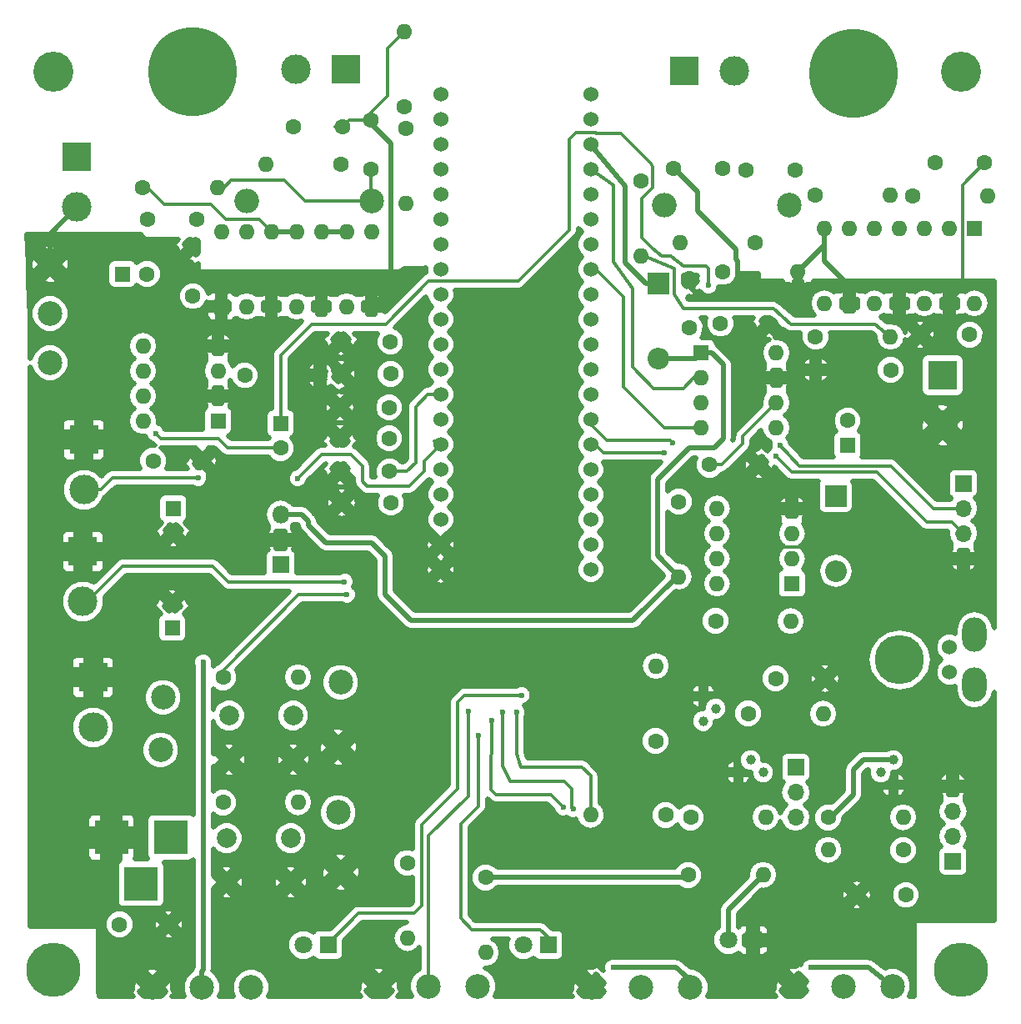
<source format=gbr>
G04 #@! TF.FileFunction,Copper,L1,Top,Signal*
%FSLAX46Y46*%
G04 Gerber Fmt 4.6, Leading zero omitted, Abs format (unit mm)*
G04 Created by KiCad (PCBNEW 4.0.7) date 01/11/19 21:38:23*
%MOMM*%
%LPD*%
G01*
G04 APERTURE LIST*
%ADD10C,0.100000*%
%ADD11R,1.600000X1.600000*%
%ADD12O,1.600000X1.600000*%
%ADD13C,1.600000*%
%ADD14R,1.800000X1.800000*%
%ADD15C,1.800000*%
%ADD16R,2.200000X2.200000*%
%ADD17O,2.200000X2.200000*%
%ADD18R,3.500000X3.500000*%
%ADD19R,3.000000X3.000000*%
%ADD20C,3.000000*%
%ADD21C,2.500000*%
%ADD22C,9.000000*%
%ADD23C,4.064000*%
%ADD24C,5.500000*%
%ADD25R,1.700000X1.700000*%
%ADD26O,1.700000X1.700000*%
%ADD27O,2.500000X3.500000*%
%ADD28C,1.524000*%
%ADD29O,5.000000X5.000000*%
%ADD30C,1.000000*%
%ADD31R,1.000000X1.000000*%
%ADD32C,2.000000*%
%ADD33O,1.800000X1.800000*%
%ADD34O,2.500000X2.500000*%
%ADD35C,0.600000*%
%ADD36C,0.350000*%
%ADD37C,0.500000*%
G04 APERTURE END LIST*
D10*
D11*
X147193000Y-70739000D03*
D12*
X131953000Y-78359000D03*
X144653000Y-70739000D03*
X134493000Y-78359000D03*
X142113000Y-70739000D03*
X137033000Y-78359000D03*
X139573000Y-70739000D03*
X139573000Y-78359000D03*
X137033000Y-70739000D03*
X142113000Y-78359000D03*
X134493000Y-70739000D03*
X144653000Y-78359000D03*
X131953000Y-70739000D03*
X147193000Y-78359000D03*
D13*
X128968500Y-64808100D03*
X123968500Y-64808100D03*
D11*
X70688200Y-78689200D03*
D12*
X85928200Y-71069200D03*
X73228200Y-78689200D03*
X83388200Y-71069200D03*
X75768200Y-78689200D03*
X80848200Y-71069200D03*
X78308200Y-78689200D03*
X78308200Y-71069200D03*
X80848200Y-78689200D03*
X75768200Y-71069200D03*
X83388200Y-78689200D03*
X73228200Y-71069200D03*
X85928200Y-78689200D03*
X70688200Y-71069200D03*
D13*
X89408000Y-60601860D03*
D12*
X89408000Y-68221860D03*
D13*
X82816700Y-64211200D03*
D12*
X75196700Y-64211200D03*
D11*
X128651000Y-106807000D03*
D12*
X121031000Y-99187000D03*
X128651000Y-104267000D03*
X121031000Y-101727000D03*
X128651000Y-101727000D03*
X121031000Y-104267000D03*
X128651000Y-99187000D03*
X121031000Y-106807000D03*
D13*
X89230200Y-58407300D03*
D12*
X89230200Y-50787300D03*
D13*
X87833200Y-82270600D03*
X82833200Y-82270600D03*
X63754000Y-94361000D03*
X68754000Y-94361000D03*
X87884000Y-85521800D03*
X82884000Y-85521800D03*
X125285500Y-94742000D03*
X120285500Y-94742000D03*
D11*
X65686940Y-111312960D03*
D13*
X65686940Y-108812960D03*
D11*
X76708000Y-90551000D03*
D13*
X76708000Y-93051000D03*
X87731600Y-88925400D03*
X82731600Y-88925400D03*
X68148200Y-69799200D03*
X63148200Y-69799200D03*
D11*
X65786000Y-99187000D03*
D13*
X65786000Y-101687000D03*
X87731600Y-92075000D03*
X82731600Y-92075000D03*
D11*
X60642500Y-75374500D03*
D13*
X63142500Y-75374500D03*
D11*
X134302500Y-92773500D03*
D13*
X134302500Y-90273500D03*
X87782400Y-95402400D03*
X82782400Y-95402400D03*
X87909400Y-98602800D03*
X82909400Y-98602800D03*
X127000000Y-116459000D03*
X132000000Y-116459000D03*
X67792600Y-77622400D03*
X67792600Y-72622400D03*
X121373900Y-80416400D03*
X126373900Y-80416400D03*
X118237000Y-80848200D03*
X118237000Y-75848200D03*
D14*
X124714000Y-143002000D03*
D15*
X122174000Y-143002000D03*
D14*
X81534000Y-143510000D03*
D15*
X78994000Y-143510000D03*
D14*
X103886000Y-143510000D03*
D15*
X101346000Y-143510000D03*
D16*
X115062000Y-76327000D03*
D17*
X115062000Y-83947000D03*
D16*
X133096000Y-97917000D03*
D17*
X133096000Y-105537000D03*
D18*
X65532000Y-132588000D03*
X59532000Y-132588000D03*
X62532000Y-137288000D03*
D19*
X57658000Y-116332000D03*
D20*
X57658000Y-121412000D03*
D21*
X64516000Y-123698000D03*
X64770000Y-118364000D03*
D22*
X67741800Y-54825900D03*
X134874000Y-54991000D03*
D21*
X82804000Y-136144000D03*
D23*
X53594000Y-54864000D03*
X145796000Y-54864000D03*
D21*
X82550000Y-130048000D03*
D24*
X145796000Y-146050000D03*
X53594000Y-146050000D03*
D21*
X82550000Y-123444000D03*
X82804000Y-116840000D03*
D25*
X129032000Y-125476000D03*
D26*
X129032000Y-128016000D03*
X129032000Y-130556000D03*
D27*
X147213320Y-112014000D03*
D28*
X144673320Y-115824000D03*
X144673320Y-113284000D03*
D27*
X147213320Y-117094000D03*
D29*
X139593320Y-114554000D03*
D30*
X124460000Y-124714000D03*
X125730000Y-125984000D03*
D31*
X123190000Y-125984000D03*
D30*
X120904000Y-119507000D03*
X119634000Y-120777000D03*
D31*
X119634000Y-118237000D03*
D30*
X137668000Y-125984000D03*
X138938000Y-124714000D03*
D31*
X138938000Y-127254000D03*
D13*
X117157500Y-98488500D03*
D12*
X117157500Y-106108500D03*
D13*
X118110000Y-136398000D03*
D12*
X125730000Y-136398000D03*
D13*
X73088500Y-85661500D03*
D12*
X80708500Y-85661500D03*
D13*
X62641480Y-66608960D03*
D12*
X70261480Y-66608960D03*
D13*
X131025900Y-67398900D03*
D12*
X138645900Y-67398900D03*
D13*
X70866000Y-129032000D03*
D12*
X78486000Y-129032000D03*
D13*
X70866000Y-116332000D03*
D12*
X78486000Y-116332000D03*
D13*
X89585800Y-135178800D03*
D12*
X89585800Y-142798800D03*
D13*
X97536000Y-136652000D03*
D12*
X97536000Y-144272000D03*
D13*
X115824000Y-130302000D03*
D12*
X108204000Y-130302000D03*
D13*
X114808000Y-122809000D03*
D12*
X114808000Y-115189000D03*
D13*
X118364000Y-130556000D03*
D12*
X125984000Y-130556000D03*
D13*
X124206000Y-120015000D03*
D12*
X131826000Y-120015000D03*
D13*
X132334000Y-130556000D03*
D12*
X139954000Y-130556000D03*
D13*
X139954000Y-133858000D03*
D12*
X132334000Y-133858000D03*
D21*
X133861800Y-147690840D03*
X128861800Y-147690840D03*
X138861800Y-147690840D03*
X113297960Y-147802600D03*
X108297960Y-147802600D03*
X118297960Y-147802600D03*
X91728280Y-147690840D03*
X86728280Y-147690840D03*
X96728280Y-147690840D03*
X68705720Y-147802600D03*
X63705720Y-147802600D03*
X73705720Y-147802600D03*
D32*
X77724000Y-132660000D03*
X77724000Y-137160000D03*
X71224000Y-132660000D03*
X71224000Y-137160000D03*
X77978000Y-120214000D03*
X77978000Y-124714000D03*
X71478000Y-120214000D03*
X71478000Y-124714000D03*
D11*
X119443500Y-83375500D03*
D12*
X127063500Y-90995500D03*
X119443500Y-85915500D03*
X127063500Y-88455500D03*
X119443500Y-88455500D03*
X127063500Y-85915500D03*
X119443500Y-90995500D03*
X127063500Y-83375500D03*
D14*
X76708000Y-104902000D03*
D33*
X76708000Y-102362000D03*
X76708000Y-99822000D03*
D11*
X70358000Y-90297000D03*
D12*
X62738000Y-82677000D03*
X70358000Y-87757000D03*
X62738000Y-85217000D03*
X70358000Y-85217000D03*
X62738000Y-87757000D03*
X70358000Y-82677000D03*
X62738000Y-90297000D03*
D13*
X124891800Y-72186800D03*
D12*
X117271800Y-72186800D03*
D13*
X121640600Y-75158600D03*
D12*
X129260600Y-75158600D03*
D19*
X117683280Y-54762400D03*
D20*
X122763280Y-54762400D03*
D19*
X83312000Y-54584600D03*
D20*
X78232000Y-54584600D03*
D19*
X56007000Y-63500000D03*
D20*
X56007000Y-68580000D03*
D19*
X143941800Y-85674200D03*
D20*
X143941800Y-90754200D03*
D25*
X146062700Y-96634300D03*
D26*
X146062700Y-99174300D03*
X146062700Y-101714300D03*
X146062700Y-104254300D03*
D25*
X145000000Y-135000000D03*
D26*
X145000000Y-132460000D03*
X145000000Y-129920000D03*
X145000000Y-127380000D03*
D13*
X138684000Y-85115400D03*
D12*
X131064000Y-85115400D03*
D21*
X53276500Y-79391500D03*
X53276500Y-74391500D03*
X53276500Y-84391500D03*
D19*
X56718200Y-92202000D03*
D20*
X56718200Y-97282000D03*
D19*
X56616600Y-103555800D03*
D20*
X56616600Y-108635800D03*
D13*
X146685000Y-81534000D03*
X141685000Y-81534000D03*
X135229600Y-138414760D03*
X140229600Y-138414760D03*
X65341500Y-141427200D03*
X60341500Y-141427200D03*
X131025900Y-81762600D03*
D12*
X138645900Y-81762600D03*
D13*
X113284000Y-65913000D03*
D12*
X113284000Y-73533000D03*
D13*
X120904000Y-110617000D03*
D12*
X128524000Y-110617000D03*
D13*
X143217900Y-64096900D03*
X148217900Y-64096900D03*
X77990700Y-60464700D03*
X82990700Y-60464700D03*
X116586000Y-64655700D03*
X121586000Y-64655700D03*
X85839300Y-59740800D03*
X85839300Y-64740800D03*
D21*
X128397000Y-68389500D03*
D34*
X115697000Y-68389500D03*
D21*
X85991700Y-67970400D03*
D34*
X73291700Y-67970400D03*
D13*
X140931900Y-67437000D03*
D12*
X148551900Y-67437000D03*
D28*
X92964000Y-57150000D03*
X92964000Y-59690000D03*
X92964000Y-62230000D03*
X92964000Y-64770000D03*
X92964000Y-67310000D03*
X92964000Y-69850000D03*
X92964000Y-72390000D03*
X92964000Y-74930000D03*
X92964000Y-77470000D03*
X92964000Y-80010000D03*
X92964000Y-82550000D03*
X92964000Y-85090000D03*
X92964000Y-87630000D03*
X92964000Y-90170000D03*
X92964000Y-92710000D03*
X92964000Y-95250000D03*
X92964000Y-97790000D03*
X92964000Y-100330000D03*
X92964000Y-102870000D03*
X92964000Y-105410000D03*
X108204000Y-57150000D03*
X108204000Y-59690000D03*
X108204000Y-62230000D03*
X108204000Y-64770000D03*
X108204000Y-67310000D03*
X108204000Y-69850000D03*
X108204000Y-72390000D03*
X108204000Y-74930000D03*
X108204000Y-77470000D03*
X108204000Y-80010000D03*
X108204000Y-82550000D03*
X108204000Y-85090000D03*
X108204000Y-87630000D03*
X108204000Y-90170000D03*
X108204000Y-92710000D03*
X108204000Y-95250000D03*
X108204000Y-97790000D03*
X108204000Y-100330000D03*
X108204000Y-102870000D03*
X108204000Y-105410000D03*
D35*
X98171000Y-120700800D03*
X105410000Y-129540000D03*
X120167400Y-76555600D03*
X95758000Y-119761000D03*
X68834000Y-114808000D03*
X101193600Y-118135400D03*
X96774000Y-122275600D03*
X83439000Y-107950000D03*
X110490000Y-145796000D03*
X130556000Y-145796000D03*
X100685600Y-119837200D03*
X116509800Y-92506800D03*
X127457200Y-92760800D03*
X115722400Y-93522800D03*
X127050800Y-93903800D03*
X64008000Y-91567000D03*
X78460600Y-96139000D03*
X68313300Y-96088200D03*
X83210400Y-106629200D03*
X99263200Y-119862600D03*
X106426000Y-129717800D03*
D36*
X128651000Y-99187000D02*
X126903480Y-99187000D01*
X131683760Y-103073200D02*
X131709160Y-103098600D01*
X127132080Y-103073200D02*
X131683760Y-103073200D01*
X126319280Y-102260400D02*
X127132080Y-103073200D01*
X126319280Y-99771200D02*
X126319280Y-102260400D01*
X126903480Y-99187000D02*
X126319280Y-99771200D01*
D37*
X85839300Y-59740800D02*
X85839300Y-60106560D01*
X85839300Y-60106560D02*
X87871300Y-62138560D01*
X87871300Y-76746100D02*
X85928200Y-78689200D01*
X87871300Y-62138560D02*
X87871300Y-76746100D01*
D36*
X85839300Y-59740800D02*
X85839300Y-58976260D01*
X85839300Y-58976260D02*
X87538560Y-57277000D01*
X87538560Y-52478940D02*
X89230200Y-50787300D01*
X87538560Y-57277000D02*
X87538560Y-52478940D01*
X85839300Y-59740800D02*
X83714600Y-59740800D01*
X83714600Y-59740800D02*
X82990700Y-60464700D01*
D37*
X116586000Y-64655700D02*
X116713000Y-64655700D01*
X116713000Y-64655700D02*
X119075200Y-67017900D01*
X119075200Y-67017900D02*
X119075200Y-68948300D01*
X119075200Y-68948300D02*
X122961400Y-72834500D01*
X122961400Y-72834500D02*
X122961400Y-73926700D01*
X122961400Y-73926700D02*
X123126500Y-74091800D01*
X123126500Y-74091800D02*
X123126500Y-76466700D01*
X123126500Y-76466700D02*
X121805700Y-77787500D01*
X121805700Y-77787500D02*
X119418100Y-77787500D01*
X119418100Y-77787500D02*
X118237000Y-76606400D01*
X118237000Y-76606400D02*
X118237000Y-75848200D01*
D36*
X144653000Y-78359000D02*
X144653000Y-78181200D01*
X144653000Y-78181200D02*
X145961100Y-76873100D01*
X145961100Y-76873100D02*
X145961100Y-66353700D01*
X145961100Y-66353700D02*
X148217900Y-64096900D01*
D37*
X131953000Y-72123300D02*
X131953000Y-74041000D01*
X134493000Y-76581000D02*
X134493000Y-78359000D01*
X131953000Y-74041000D02*
X134493000Y-76581000D01*
X131953000Y-70739000D02*
X131953000Y-72123300D01*
X131953000Y-72123300D02*
X131953000Y-72466200D01*
X131953000Y-72466200D02*
X129260600Y-75158600D01*
D36*
X82990700Y-60464700D02*
X82217260Y-60464700D01*
D37*
X85839300Y-59740800D02*
X85420200Y-59664600D01*
X85420200Y-59664600D02*
X85979000Y-60223400D01*
X85704680Y-59875420D02*
X85839300Y-59740800D01*
X53276500Y-74391500D02*
X53276500Y-71310500D01*
X53276500Y-71310500D02*
X56007000Y-68580000D01*
X53276500Y-74391500D02*
X53878500Y-74391500D01*
D36*
X98094800Y-127762000D02*
X98171000Y-120700800D01*
X98602800Y-128270000D02*
X98094800Y-127762000D01*
X104140000Y-128270000D02*
X98602800Y-128270000D01*
X105410000Y-129540000D02*
X104140000Y-128270000D01*
X120285500Y-94742000D02*
X121488200Y-94742000D01*
X123647200Y-91871800D02*
X127063500Y-88455500D01*
X123647200Y-92583000D02*
X123647200Y-91871800D01*
X121488200Y-94742000D02*
X123647200Y-92583000D01*
X114528600Y-66421000D02*
X114528600Y-66649600D01*
X113436400Y-71678800D02*
X114528600Y-72771000D01*
X113436400Y-67741800D02*
X113436400Y-71678800D01*
X114528600Y-66649600D02*
X113436400Y-67741800D01*
X114300000Y-64135000D02*
X114528600Y-64516000D01*
X116332000Y-73533000D02*
X116464080Y-73665080D01*
X116464080Y-73665080D02*
X117602000Y-74549000D01*
X120142000Y-76073000D02*
X120167400Y-76073000D01*
X120142000Y-74803000D02*
X120142000Y-76073000D01*
X119888000Y-74549000D02*
X120142000Y-74803000D01*
X117602000Y-74549000D02*
X119888000Y-74549000D01*
X114528600Y-72771000D02*
X115443000Y-73533000D01*
X115443000Y-73533000D02*
X116332000Y-73533000D01*
X114528600Y-64516000D02*
X114528600Y-66421000D01*
X120167400Y-76073000D02*
X120167400Y-76555600D01*
X120167400Y-75565000D02*
X120167400Y-76073000D01*
X120142000Y-75565000D02*
X120167400Y-75565000D01*
X114300000Y-64135000D02*
X111252000Y-61087000D01*
X108712000Y-61087000D02*
X108712000Y-61036200D01*
X111252000Y-61087000D02*
X108712000Y-61087000D01*
X76708000Y-90551000D02*
X76708000Y-83591400D01*
X106705400Y-61036200D02*
X108712000Y-61036200D01*
X106045000Y-61696600D02*
X106705400Y-61036200D01*
X106045000Y-70891400D02*
X106045000Y-61696600D01*
X100838000Y-76098400D02*
X106045000Y-70891400D01*
X91744800Y-76098400D02*
X100838000Y-76098400D01*
X87376000Y-80467200D02*
X91744800Y-76098400D01*
X79832200Y-80467200D02*
X87376000Y-80467200D01*
X76708000Y-83591400D02*
X79832200Y-80467200D01*
X113284000Y-73533000D02*
X113665000Y-73533000D01*
X113665000Y-73533000D02*
X116713000Y-74803000D01*
X116713000Y-74803000D02*
X116713000Y-77470000D01*
X116713000Y-77470000D02*
X117602000Y-78867000D01*
X117602000Y-78867000D02*
X126746000Y-78867000D01*
X126746000Y-78867000D02*
X128587500Y-80454500D01*
X128587500Y-80454500D02*
X137083800Y-80454500D01*
X137083800Y-80454500D02*
X138645900Y-81762600D01*
X91728280Y-147690840D02*
X91728280Y-132426720D01*
X95758000Y-128397000D02*
X95758000Y-119761000D01*
X91728280Y-132426720D02*
X95758000Y-128397000D01*
D37*
X117157500Y-106108500D02*
X116954300Y-106108500D01*
X116954300Y-106108500D02*
X112496600Y-110566200D01*
X78867000Y-99822000D02*
X76708000Y-99822000D01*
X79527400Y-100482400D02*
X78867000Y-99822000D01*
X79527400Y-100888800D02*
X79527400Y-100482400D01*
X81330800Y-102692200D02*
X79527400Y-100888800D01*
X85979000Y-102692200D02*
X81330800Y-102692200D01*
X87299800Y-104013000D02*
X85979000Y-102692200D01*
X87299800Y-107924600D02*
X87299800Y-104013000D01*
X89941400Y-110566200D02*
X87299800Y-107924600D01*
X112496600Y-110566200D02*
X89941400Y-110566200D01*
X119443500Y-83375500D02*
X120484900Y-83375500D01*
X115036600Y-103987600D02*
X117157500Y-106108500D01*
X115036600Y-96215200D02*
X115036600Y-103987600D01*
X118237000Y-93014800D02*
X115036600Y-96215200D01*
X120777000Y-93014800D02*
X118237000Y-93014800D01*
X121666000Y-92125800D02*
X120777000Y-93014800D01*
X121666000Y-84556600D02*
X121666000Y-92125800D01*
X120484900Y-83375500D02*
X121666000Y-84556600D01*
X115062000Y-83947000D02*
X118872000Y-83947000D01*
X118872000Y-83947000D02*
X119443500Y-83375500D01*
X97536000Y-136652000D02*
X117856000Y-136652000D01*
X117856000Y-136652000D02*
X118110000Y-136398000D01*
X68705720Y-147802600D02*
X68660000Y-146224000D01*
X68660000Y-146224000D02*
X68834000Y-146050000D01*
X68834000Y-146050000D02*
X68834000Y-114808000D01*
D36*
X91643200Y-87630000D02*
X92964000Y-87630000D01*
X87782400Y-95402400D02*
X89560400Y-95402400D01*
X89560400Y-95402400D02*
X90424000Y-94538800D01*
X90424000Y-94538800D02*
X90424000Y-88849200D01*
X90424000Y-88849200D02*
X91643200Y-87630000D01*
D37*
X111696500Y-73406000D02*
X111696500Y-74231500D01*
X113792000Y-76327000D02*
X115062000Y-76327000D01*
X111696500Y-74231500D02*
X113792000Y-76327000D01*
X108204000Y-62230000D02*
X108204000Y-62293500D01*
X108204000Y-62293500D02*
X111696500Y-66421000D01*
X111696500Y-66421000D02*
X111696500Y-73406000D01*
X122174000Y-143002000D02*
X122174000Y-139954000D01*
X122174000Y-139954000D02*
X125730000Y-136398000D01*
D36*
X81534000Y-143510000D02*
X81534000Y-143383000D01*
X81534000Y-143383000D02*
X84607400Y-140309600D01*
X84607400Y-140309600D02*
X90246200Y-140309600D01*
X90246200Y-140309600D02*
X91033600Y-139522200D01*
X91033600Y-139522200D02*
X91033600Y-131267200D01*
X91033600Y-131267200D02*
X94665800Y-127635000D01*
X94665800Y-127635000D02*
X94665800Y-118872000D01*
X94665800Y-118872000D02*
X95402400Y-118135400D01*
X95402400Y-118135400D02*
X101193600Y-118135400D01*
X103886000Y-143510000D02*
X103886000Y-142722600D01*
X103886000Y-142722600D02*
X103098600Y-141935200D01*
X103098600Y-141935200D02*
X96113600Y-141935200D01*
X96113600Y-141935200D02*
X94996000Y-140817600D01*
X94996000Y-140817600D02*
X94996000Y-131191000D01*
X94996000Y-131191000D02*
X96774000Y-129413000D01*
X96774000Y-129413000D02*
X96774000Y-122275600D01*
D37*
X134874000Y-128270000D02*
X134874000Y-125730000D01*
X134874000Y-125730000D02*
X135890000Y-124714000D01*
X132334000Y-130556000D02*
X132588000Y-130556000D01*
X132588000Y-130556000D02*
X134874000Y-128270000D01*
X135890000Y-124714000D02*
X138938000Y-124714000D01*
X78308200Y-71069200D02*
X75768200Y-71069200D01*
D36*
X62641480Y-66608960D02*
X63200280Y-66608960D01*
X63200280Y-66608960D02*
X64904620Y-68313300D01*
X74493120Y-69794120D02*
X75768200Y-71069200D01*
X71135240Y-69794120D02*
X74493120Y-69794120D01*
X69654420Y-68313300D02*
X71135240Y-69794120D01*
X64904620Y-68313300D02*
X69654420Y-68313300D01*
X70866000Y-116332000D02*
X70866000Y-115595400D01*
X70866000Y-115595400D02*
X78511400Y-107950000D01*
X78511400Y-107950000D02*
X83439000Y-107950000D01*
D37*
X116840000Y-145796000D02*
X118297960Y-147040600D01*
X110490000Y-145796000D02*
X116840000Y-145796000D01*
X118297960Y-147040600D02*
X118297960Y-147802600D01*
X136398000Y-145796000D02*
X138861800Y-147690840D01*
X130556000Y-145796000D02*
X136398000Y-145796000D01*
D36*
X100685600Y-124104400D02*
X100685600Y-119837200D01*
X101092000Y-125450600D02*
X100685600Y-124104400D01*
X107315000Y-125450600D02*
X101092000Y-125450600D01*
X108204000Y-130302000D02*
X108204000Y-126339600D01*
X108204000Y-126339600D02*
X107315000Y-125450600D01*
X108204000Y-130302000D02*
X108204000Y-129540000D01*
X119443500Y-85915500D02*
X118681500Y-85915500D01*
X118681500Y-85915500D02*
X117602000Y-86995000D01*
X117602000Y-86995000D02*
X114617500Y-86995000D01*
X114617500Y-86995000D02*
X112458500Y-84836000D01*
X112458500Y-84836000D02*
X112458500Y-76835000D01*
X112458500Y-76835000D02*
X110553500Y-74168000D01*
X110553500Y-74168000D02*
X110553500Y-66357500D01*
X110553500Y-66357500D02*
X108204000Y-64770000D01*
X108204000Y-74930000D02*
X108712000Y-74930000D01*
X108712000Y-74930000D02*
X111506000Y-77724000D01*
X111506000Y-77724000D02*
X111506000Y-86804500D01*
X111506000Y-86804500D02*
X115697000Y-90995500D01*
X115697000Y-90995500D02*
X119443500Y-90995500D01*
X108204000Y-90170000D02*
X108204000Y-90652600D01*
X108204000Y-90652600D02*
X109829600Y-92278200D01*
X109829600Y-92278200D02*
X116281200Y-92278200D01*
X116281200Y-92278200D02*
X116509800Y-92506800D01*
X127457200Y-92760800D02*
X129438400Y-94869000D01*
X129438400Y-94869000D02*
X138684000Y-94869000D01*
X138684000Y-94869000D02*
X142989300Y-99174300D01*
X142989300Y-99174300D02*
X146062700Y-99174300D01*
X108204000Y-92710000D02*
X108686600Y-92710000D01*
X108686600Y-92710000D02*
X109499400Y-93522800D01*
X109499400Y-93522800D02*
X115722400Y-93522800D01*
X127050800Y-93903800D02*
X128625600Y-95478600D01*
X128625600Y-95478600D02*
X137236200Y-95478600D01*
X137236200Y-95478600D02*
X142316200Y-100558600D01*
X142316200Y-100558600D02*
X144907000Y-100558600D01*
X144907000Y-100558600D02*
X146062700Y-101714300D01*
X76708000Y-93051000D02*
X71334000Y-93051000D01*
X64516000Y-92075000D02*
X64008000Y-91567000D01*
X70358000Y-92075000D02*
X64516000Y-92075000D01*
X71334000Y-93051000D02*
X70358000Y-92075000D01*
D37*
X53276500Y-84391500D02*
X54229000Y-84391500D01*
D36*
X56718200Y-97282000D02*
X58420000Y-97282000D01*
X91262200Y-94411800D02*
X92964000Y-92710000D01*
X91262200Y-95427800D02*
X91262200Y-94411800D01*
X89789000Y-96901000D02*
X91262200Y-95427800D01*
X85496400Y-96901000D02*
X89789000Y-96901000D01*
X85039200Y-96443800D02*
X85496400Y-96901000D01*
X85039200Y-94869000D02*
X85039200Y-96443800D01*
X83870800Y-93700600D02*
X85039200Y-94869000D01*
X80899000Y-93700600D02*
X83870800Y-93700600D01*
X78460600Y-96139000D02*
X80899000Y-93700600D01*
X68287900Y-96062800D02*
X68313300Y-96088200D01*
X59639200Y-96062800D02*
X68287900Y-96062800D01*
X58420000Y-97282000D02*
X59639200Y-96062800D01*
X92354400Y-92379800D02*
X92633800Y-92379800D01*
X92633800Y-92379800D02*
X92964000Y-92710000D01*
X56616600Y-108635800D02*
X57099200Y-108635800D01*
X57099200Y-108635800D02*
X60680600Y-105054400D01*
X60680600Y-105054400D02*
X69799200Y-105054400D01*
X69799200Y-105054400D02*
X71374000Y-106629200D01*
X71374000Y-106629200D02*
X83210400Y-106629200D01*
X99263200Y-125272800D02*
X99263200Y-119862600D01*
X100025200Y-126873000D02*
X99263200Y-125272800D01*
X105537000Y-126873000D02*
X100025200Y-126873000D01*
X106324400Y-127660400D02*
X105537000Y-126873000D01*
X106324400Y-129616200D02*
X106324400Y-127660400D01*
X106426000Y-129717800D02*
X106324400Y-129616200D01*
X85839300Y-64740800D02*
X85839300Y-67818000D01*
X85839300Y-67818000D02*
X85991700Y-67970400D01*
X70261480Y-66608960D02*
X70939660Y-66608960D01*
X70939660Y-66608960D02*
X71694040Y-65854580D01*
X71694040Y-65854580D02*
X77058520Y-65854580D01*
X77058520Y-65854580D02*
X79174340Y-67970400D01*
X79174340Y-67970400D02*
X85991700Y-67970400D01*
D37*
X80848200Y-71069200D02*
X83388200Y-71069200D01*
G36*
X107335708Y-71120351D02*
X106922936Y-71532402D01*
X106692263Y-72087925D01*
X106691738Y-72689436D01*
X106921441Y-73245360D01*
X107335708Y-73660351D01*
X106922936Y-74072402D01*
X106692263Y-74627925D01*
X106691738Y-75229436D01*
X106921441Y-75785360D01*
X107335708Y-76200351D01*
X106922936Y-76612402D01*
X106692263Y-77167925D01*
X106691738Y-77769436D01*
X106921441Y-78325360D01*
X107335708Y-78740351D01*
X106922936Y-79152402D01*
X106692263Y-79707925D01*
X106691738Y-80309436D01*
X106921441Y-80865360D01*
X107335708Y-81280351D01*
X106922936Y-81692402D01*
X106692263Y-82247925D01*
X106691738Y-82849436D01*
X106921441Y-83405360D01*
X107335708Y-83820351D01*
X106922936Y-84232402D01*
X106692263Y-84787925D01*
X106691738Y-85389436D01*
X106921441Y-85945360D01*
X107335708Y-86360351D01*
X106922936Y-86772402D01*
X106692263Y-87327925D01*
X106691738Y-87929436D01*
X106921441Y-88485360D01*
X107335708Y-88900351D01*
X106922936Y-89312402D01*
X106692263Y-89867925D01*
X106691738Y-90469436D01*
X106921441Y-91025360D01*
X107335708Y-91440351D01*
X106922936Y-91852402D01*
X106692263Y-92407925D01*
X106691738Y-93009436D01*
X106921441Y-93565360D01*
X107335708Y-93980351D01*
X106922936Y-94392402D01*
X106692263Y-94947925D01*
X106691738Y-95549436D01*
X106921441Y-96105360D01*
X107335708Y-96520351D01*
X106922936Y-96932402D01*
X106692263Y-97487925D01*
X106691738Y-98089436D01*
X106921441Y-98645360D01*
X107335708Y-99060351D01*
X106922936Y-99472402D01*
X106692263Y-100027925D01*
X106691738Y-100629436D01*
X106921441Y-101185360D01*
X107335708Y-101600351D01*
X106922936Y-102012402D01*
X106692263Y-102567925D01*
X106691738Y-103169436D01*
X106921441Y-103725360D01*
X107335708Y-104140351D01*
X106922936Y-104552402D01*
X106692263Y-105107925D01*
X106691738Y-105709436D01*
X106921441Y-106265360D01*
X107346402Y-106691064D01*
X107901925Y-106921737D01*
X108503436Y-106922262D01*
X109059360Y-106692559D01*
X109485064Y-106267598D01*
X109715737Y-105712075D01*
X109716262Y-105110564D01*
X109486559Y-104554640D01*
X109072292Y-104139649D01*
X109485064Y-103727598D01*
X109715737Y-103172075D01*
X109716262Y-102570564D01*
X109486559Y-102014640D01*
X109072292Y-101599649D01*
X109485064Y-101187598D01*
X109715737Y-100632075D01*
X109716262Y-100030564D01*
X109486559Y-99474640D01*
X109072292Y-99059649D01*
X109485064Y-98647598D01*
X109715737Y-98092075D01*
X109716262Y-97490564D01*
X109486559Y-96934640D01*
X109072292Y-96519649D01*
X109485064Y-96107598D01*
X109715737Y-95552075D01*
X109716262Y-94950564D01*
X109508524Y-94447800D01*
X115212031Y-94447800D01*
X115337632Y-94499954D01*
X114329493Y-95508093D01*
X114112720Y-95832516D01*
X114082903Y-95982417D01*
X114036600Y-96215200D01*
X114036600Y-103987600D01*
X114112720Y-104370284D01*
X114329493Y-104694707D01*
X115624990Y-105990204D01*
X115616699Y-106031887D01*
X112082386Y-109566200D01*
X90355613Y-109566200D01*
X88299800Y-107510386D01*
X88299800Y-106602770D01*
X92310045Y-106602770D01*
X92389255Y-106849265D01*
X92983788Y-106959653D01*
X93538745Y-106849265D01*
X93617955Y-106602770D01*
X92964000Y-105948815D01*
X92310045Y-106602770D01*
X88299800Y-106602770D01*
X88299800Y-105429788D01*
X91414347Y-105429788D01*
X91524735Y-105984745D01*
X91771230Y-106063955D01*
X92425185Y-105410000D01*
X93502815Y-105410000D01*
X94156770Y-106063955D01*
X94403265Y-105984745D01*
X94513653Y-105390212D01*
X94403265Y-104835255D01*
X94156770Y-104756045D01*
X93502815Y-105410000D01*
X92425185Y-105410000D01*
X91771230Y-104756045D01*
X91524735Y-104835255D01*
X91414347Y-105429788D01*
X88299800Y-105429788D01*
X88299800Y-104062770D01*
X92310045Y-104062770D01*
X92334862Y-104140000D01*
X92310045Y-104217230D01*
X92383182Y-104290367D01*
X92389255Y-104309265D01*
X92405004Y-104312189D01*
X92964000Y-104871185D01*
X93522736Y-104312449D01*
X93538745Y-104309265D01*
X93544818Y-104290367D01*
X93617955Y-104217230D01*
X93593138Y-104140000D01*
X93617955Y-104062770D01*
X93544818Y-103989633D01*
X93538745Y-103970735D01*
X93522996Y-103967811D01*
X92964000Y-103408815D01*
X92405264Y-103967551D01*
X92389255Y-103970735D01*
X92383182Y-103989633D01*
X92310045Y-104062770D01*
X88299800Y-104062770D01*
X88299800Y-104013000D01*
X88223680Y-103630317D01*
X88006907Y-103305893D01*
X87590802Y-102889788D01*
X91414347Y-102889788D01*
X91524735Y-103444745D01*
X91771230Y-103523955D01*
X92425185Y-102870000D01*
X93502815Y-102870000D01*
X94156770Y-103523955D01*
X94403265Y-103444745D01*
X94513653Y-102850212D01*
X94403265Y-102295255D01*
X94156770Y-102216045D01*
X93502815Y-102870000D01*
X92425185Y-102870000D01*
X91771230Y-102216045D01*
X91524735Y-102295255D01*
X91414347Y-102889788D01*
X87590802Y-102889788D01*
X86686107Y-101985093D01*
X86361684Y-101768320D01*
X85979000Y-101692200D01*
X81745014Y-101692200D01*
X80525461Y-100472647D01*
X80451280Y-100099716D01*
X80273470Y-99833605D01*
X82244281Y-99833605D01*
X82329383Y-100081646D01*
X82939464Y-100191039D01*
X83489417Y-100081646D01*
X83574519Y-99833605D01*
X82909400Y-99168485D01*
X82244281Y-99833605D01*
X80273470Y-99833605D01*
X80234507Y-99775293D01*
X79574107Y-99114893D01*
X79249684Y-98898120D01*
X78867000Y-98822000D01*
X78007728Y-98822000D01*
X77881352Y-98632864D01*
X81321161Y-98632864D01*
X81430554Y-99182817D01*
X81678595Y-99267919D01*
X82343715Y-98602800D01*
X83475085Y-98602800D01*
X84140205Y-99267919D01*
X84388246Y-99182817D01*
X84497639Y-98572736D01*
X84388246Y-98022783D01*
X84140205Y-97937681D01*
X83475085Y-98602800D01*
X82343715Y-98602800D01*
X81678595Y-97937681D01*
X81430554Y-98022783D01*
X81321161Y-98632864D01*
X77881352Y-98632864D01*
X77874726Y-98622949D01*
X77339428Y-98265274D01*
X76708000Y-98139675D01*
X76076572Y-98265274D01*
X75541274Y-98622949D01*
X75183599Y-99158247D01*
X75058000Y-99789675D01*
X75058000Y-99854325D01*
X75183599Y-100485753D01*
X75457998Y-100896420D01*
X75457998Y-101315864D01*
X75202246Y-101667903D01*
X75301704Y-101912000D01*
X76258000Y-101912000D01*
X76258000Y-101462000D01*
X76495219Y-101462000D01*
X76708000Y-101504325D01*
X76920781Y-101462000D01*
X77158000Y-101462000D01*
X77158000Y-101912000D01*
X78114296Y-101912000D01*
X78213754Y-101667903D01*
X77958002Y-101315864D01*
X77958002Y-100896420D01*
X78007728Y-100822000D01*
X78452786Y-100822000D01*
X78529340Y-100898554D01*
X78603520Y-101271484D01*
X78820293Y-101595907D01*
X80623693Y-103399307D01*
X80948116Y-103616080D01*
X81330800Y-103692200D01*
X85564786Y-103692200D01*
X86299800Y-104427214D01*
X86299800Y-107924600D01*
X86375920Y-108307284D01*
X86592693Y-108631707D01*
X89234291Y-111273304D01*
X89234293Y-111273307D01*
X89396505Y-111381694D01*
X89558716Y-111490080D01*
X89941400Y-111566201D01*
X89941405Y-111566200D01*
X112496600Y-111566200D01*
X112879284Y-111490080D01*
X113203707Y-111273307D01*
X113553053Y-110923961D01*
X119353732Y-110923961D01*
X119589208Y-111493857D01*
X120024849Y-111930260D01*
X120594333Y-112166730D01*
X121210961Y-112167268D01*
X121780857Y-111931792D01*
X122217260Y-111496151D01*
X122453730Y-110926667D01*
X122454000Y-110617000D01*
X126943634Y-110617000D01*
X127061621Y-111210159D01*
X127397618Y-111713016D01*
X127900475Y-112049013D01*
X128493634Y-112167000D01*
X128554366Y-112167000D01*
X129147525Y-112049013D01*
X129650382Y-111713016D01*
X129986379Y-111210159D01*
X130104366Y-110617000D01*
X129986379Y-110023841D01*
X129650382Y-109520984D01*
X129147525Y-109184987D01*
X128554366Y-109067000D01*
X128493634Y-109067000D01*
X127900475Y-109184987D01*
X127397618Y-109520984D01*
X127061621Y-110023841D01*
X126943634Y-110617000D01*
X122454000Y-110617000D01*
X122454268Y-110310039D01*
X122218792Y-109740143D01*
X121783151Y-109303740D01*
X121213667Y-109067270D01*
X120597039Y-109066732D01*
X120027143Y-109302208D01*
X119590740Y-109737849D01*
X119354270Y-110307333D01*
X119353732Y-110923961D01*
X113553053Y-110923961D01*
X116849428Y-107627586D01*
X117157500Y-107688866D01*
X117750659Y-107570879D01*
X118253516Y-107234882D01*
X118589513Y-106732025D01*
X118707500Y-106138866D01*
X118707500Y-106078134D01*
X118589513Y-105484975D01*
X118253516Y-104982118D01*
X117750659Y-104646121D01*
X117157500Y-104528134D01*
X117018914Y-104555701D01*
X116036600Y-103573386D01*
X116036600Y-99559588D01*
X116278349Y-99801760D01*
X116847833Y-100038230D01*
X117464461Y-100038768D01*
X118034357Y-99803292D01*
X118470760Y-99367651D01*
X118545772Y-99187000D01*
X119450634Y-99187000D01*
X119568621Y-99780159D01*
X119904618Y-100283016D01*
X120165004Y-100457000D01*
X119904618Y-100630984D01*
X119568621Y-101133841D01*
X119450634Y-101727000D01*
X119568621Y-102320159D01*
X119904618Y-102823016D01*
X120165004Y-102997000D01*
X119904618Y-103170984D01*
X119568621Y-103673841D01*
X119450634Y-104267000D01*
X119568621Y-104860159D01*
X119904618Y-105363016D01*
X120165004Y-105537000D01*
X119904618Y-105710984D01*
X119568621Y-106213841D01*
X119450634Y-106807000D01*
X119568621Y-107400159D01*
X119904618Y-107903016D01*
X120407475Y-108239013D01*
X121000634Y-108357000D01*
X121061366Y-108357000D01*
X121654525Y-108239013D01*
X122157382Y-107903016D01*
X122493379Y-107400159D01*
X122611366Y-106807000D01*
X122493379Y-106213841D01*
X122157382Y-105710984D01*
X121896996Y-105537000D01*
X122157382Y-105363016D01*
X122493379Y-104860159D01*
X122611366Y-104267000D01*
X122493379Y-103673841D01*
X122157382Y-103170984D01*
X121896996Y-102997000D01*
X122157382Y-102823016D01*
X122493379Y-102320159D01*
X122611366Y-101727000D01*
X127070634Y-101727000D01*
X127188621Y-102320159D01*
X127524618Y-102823016D01*
X127785004Y-102997000D01*
X127524618Y-103170984D01*
X127188621Y-103673841D01*
X127070634Y-104267000D01*
X127188621Y-104860159D01*
X127507219Y-105336976D01*
X127317802Y-105458862D01*
X127146554Y-105709492D01*
X127086307Y-106007000D01*
X127086307Y-107607000D01*
X127138604Y-107884933D01*
X127302862Y-108140198D01*
X127553492Y-108311446D01*
X127851000Y-108371693D01*
X129451000Y-108371693D01*
X129728933Y-108319396D01*
X129984198Y-108155138D01*
X130155446Y-107904508D01*
X130215693Y-107607000D01*
X130215693Y-106007000D01*
X130163396Y-105729067D01*
X130016483Y-105500756D01*
X131246000Y-105500756D01*
X131246000Y-105573244D01*
X131386823Y-106281208D01*
X131787852Y-106881392D01*
X132388036Y-107282421D01*
X133096000Y-107423244D01*
X133803964Y-107282421D01*
X134404148Y-106881392D01*
X134805177Y-106281208D01*
X134946000Y-105573244D01*
X134946000Y-105500756D01*
X134829818Y-104916669D01*
X144597459Y-104916669D01*
X144890011Y-105354555D01*
X145400326Y-105719572D01*
X145637700Y-105615650D01*
X145637700Y-104679300D01*
X146487700Y-104679300D01*
X146487700Y-105615650D01*
X146725074Y-105719572D01*
X147235389Y-105354555D01*
X147527941Y-104916669D01*
X147416036Y-104679300D01*
X146487700Y-104679300D01*
X145637700Y-104679300D01*
X144709364Y-104679300D01*
X144597459Y-104916669D01*
X134829818Y-104916669D01*
X134805177Y-104792792D01*
X134404148Y-104192608D01*
X133803964Y-103791579D01*
X133096000Y-103650756D01*
X132388036Y-103791579D01*
X131787852Y-104192608D01*
X131386823Y-104792792D01*
X131246000Y-105500756D01*
X130016483Y-105500756D01*
X129999138Y-105473802D01*
X129796068Y-105335050D01*
X130113379Y-104860159D01*
X130231366Y-104267000D01*
X130113379Y-103673841D01*
X129777382Y-103170984D01*
X129516996Y-102997000D01*
X129777382Y-102823016D01*
X130113379Y-102320159D01*
X130231366Y-101727000D01*
X130113379Y-101133841D01*
X129853565Y-100745000D01*
X129901002Y-100745000D01*
X129901002Y-100079061D01*
X130075665Y-99817631D01*
X129959737Y-99587000D01*
X129051000Y-99587000D01*
X129051000Y-99987000D01*
X128251000Y-99987000D01*
X128251000Y-99587000D01*
X127342263Y-99587000D01*
X127226335Y-99817631D01*
X127400998Y-100079061D01*
X127400998Y-100745000D01*
X127448435Y-100745000D01*
X127188621Y-101133841D01*
X127070634Y-101727000D01*
X122611366Y-101727000D01*
X122493379Y-101133841D01*
X122157382Y-100630984D01*
X121896996Y-100457000D01*
X122157382Y-100283016D01*
X122493379Y-99780159D01*
X122611366Y-99187000D01*
X122493379Y-98593841D01*
X122468342Y-98556369D01*
X127226335Y-98556369D01*
X127342263Y-98787000D01*
X128251000Y-98787000D01*
X128251000Y-97870693D01*
X129051000Y-97870693D01*
X129051000Y-98787000D01*
X129959737Y-98787000D01*
X130075665Y-98556369D01*
X129778838Y-98112088D01*
X129281635Y-97762306D01*
X129051000Y-97870693D01*
X128251000Y-97870693D01*
X128020365Y-97762306D01*
X127523162Y-98112088D01*
X127226335Y-98556369D01*
X122468342Y-98556369D01*
X122157382Y-98090984D01*
X121654525Y-97754987D01*
X121061366Y-97637000D01*
X121000634Y-97637000D01*
X120407475Y-97754987D01*
X119904618Y-98090984D01*
X119568621Y-98593841D01*
X119450634Y-99187000D01*
X118545772Y-99187000D01*
X118707230Y-98798167D01*
X118707768Y-98181539D01*
X118472292Y-97611643D01*
X118036651Y-97175240D01*
X117467167Y-96938770D01*
X116850539Y-96938232D01*
X116280643Y-97173708D01*
X116036600Y-97417325D01*
X116036600Y-96629414D01*
X118651214Y-94014800D01*
X118909145Y-94014800D01*
X118735770Y-94432333D01*
X118735232Y-95048961D01*
X118970708Y-95618857D01*
X119406349Y-96055260D01*
X119975833Y-96291730D01*
X120592461Y-96292268D01*
X121162357Y-96056792D01*
X121246490Y-95972805D01*
X124620381Y-95972805D01*
X124705483Y-96220846D01*
X125315564Y-96330239D01*
X125865517Y-96220846D01*
X125950619Y-95972805D01*
X125285500Y-95307685D01*
X124620381Y-95972805D01*
X121246490Y-95972805D01*
X121568914Y-95650945D01*
X121842183Y-95596589D01*
X122142274Y-95396074D01*
X122766284Y-94772064D01*
X123697261Y-94772064D01*
X123806654Y-95322017D01*
X124054695Y-95407119D01*
X124719815Y-94742000D01*
X124054695Y-94076881D01*
X123806654Y-94161983D01*
X123697261Y-94772064D01*
X122766284Y-94772064D01*
X124301274Y-93237074D01*
X124501789Y-92936983D01*
X124572200Y-92583000D01*
X124572200Y-92254948D01*
X125540956Y-91286192D01*
X125601121Y-91588659D01*
X125937118Y-92091516D01*
X126439975Y-92427513D01*
X126457243Y-92430948D01*
X126407382Y-92551026D01*
X126407018Y-92968742D01*
X126434541Y-93035354D01*
X126161172Y-93308246D01*
X126140680Y-93357596D01*
X125521407Y-92738323D01*
X125068857Y-93190874D01*
X124705483Y-93263154D01*
X124620381Y-93511195D01*
X125285500Y-94176315D01*
X125568343Y-93893472D01*
X126134028Y-94459157D01*
X125851185Y-94742000D01*
X126516305Y-95407119D01*
X126764346Y-95322017D01*
X126824636Y-94985783D01*
X127971524Y-96132671D01*
X127971526Y-96132674D01*
X128216173Y-96296142D01*
X128271618Y-96333189D01*
X128625600Y-96403601D01*
X128625605Y-96403600D01*
X131370740Y-96403600D01*
X131291554Y-96519492D01*
X131231307Y-96817000D01*
X131231307Y-99017000D01*
X131283604Y-99294933D01*
X131447862Y-99550198D01*
X131698492Y-99721446D01*
X131996000Y-99781693D01*
X134196000Y-99781693D01*
X134473933Y-99729396D01*
X134729198Y-99565138D01*
X134900446Y-99314508D01*
X134960693Y-99017000D01*
X134960693Y-96817000D01*
X134908396Y-96539067D01*
X134821226Y-96403600D01*
X136853052Y-96403600D01*
X141662126Y-101212674D01*
X141962217Y-101413189D01*
X142316200Y-101483600D01*
X144477243Y-101483600D01*
X144431354Y-101714300D01*
X144553147Y-102326593D01*
X144812698Y-102715039D01*
X144812698Y-103269766D01*
X144597459Y-103591931D01*
X144709364Y-103829300D01*
X145637700Y-103829300D01*
X145637700Y-103404300D01*
X146487700Y-103404300D01*
X146487700Y-103829300D01*
X147416036Y-103829300D01*
X147527941Y-103591931D01*
X147312702Y-103269766D01*
X147312702Y-102715039D01*
X147572253Y-102326593D01*
X147694046Y-101714300D01*
X147572253Y-101102007D01*
X147225417Y-100582929D01*
X147017944Y-100444300D01*
X147225417Y-100305671D01*
X147572253Y-99786593D01*
X147694046Y-99174300D01*
X147572253Y-98562007D01*
X147286809Y-98134809D01*
X147445898Y-98032438D01*
X147617146Y-97781808D01*
X147677393Y-97484300D01*
X147677393Y-95784300D01*
X147625096Y-95506367D01*
X147460838Y-95251102D01*
X147210208Y-95079854D01*
X146912700Y-95019607D01*
X145212700Y-95019607D01*
X144934767Y-95071904D01*
X144679502Y-95236162D01*
X144508254Y-95486792D01*
X144448007Y-95784300D01*
X144448007Y-97484300D01*
X144500304Y-97762233D01*
X144664562Y-98017498D01*
X144837858Y-98135906D01*
X144762091Y-98249300D01*
X143372448Y-98249300D01*
X139338074Y-94214926D01*
X139037983Y-94014411D01*
X138684000Y-93944000D01*
X135757073Y-93944000D01*
X135806946Y-93871008D01*
X135867193Y-93573500D01*
X135867193Y-92681161D01*
X143075499Y-92681161D01*
X143269161Y-92955984D01*
X144162949Y-93045792D01*
X144614439Y-92955984D01*
X144808101Y-92681161D01*
X143941800Y-91814860D01*
X143075499Y-92681161D01*
X135867193Y-92681161D01*
X135867193Y-91973500D01*
X135814896Y-91695567D01*
X135650638Y-91440302D01*
X135458867Y-91309270D01*
X135615760Y-91152651D01*
X135689382Y-90975349D01*
X141650208Y-90975349D01*
X141740016Y-91426839D01*
X142014839Y-91620501D01*
X142881140Y-90754200D01*
X145002460Y-90754200D01*
X145868761Y-91620501D01*
X146143584Y-91426839D01*
X146233392Y-90533051D01*
X146143584Y-90081561D01*
X145868761Y-89887899D01*
X145002460Y-90754200D01*
X142881140Y-90754200D01*
X142014839Y-89887899D01*
X141740016Y-90081561D01*
X141650208Y-90975349D01*
X135689382Y-90975349D01*
X135852230Y-90583167D01*
X135852768Y-89966539D01*
X135617292Y-89396643D01*
X135181651Y-88960240D01*
X134861349Y-88827239D01*
X143075499Y-88827239D01*
X143941800Y-89693540D01*
X144808101Y-88827239D01*
X144614439Y-88552416D01*
X143720651Y-88462608D01*
X143269161Y-88552416D01*
X143075499Y-88827239D01*
X134861349Y-88827239D01*
X134612167Y-88723770D01*
X133995539Y-88723232D01*
X133425643Y-88958708D01*
X132989240Y-89394349D01*
X132752770Y-89963833D01*
X132752232Y-90580461D01*
X132987708Y-91150357D01*
X133147662Y-91310591D01*
X132969302Y-91425362D01*
X132798054Y-91675992D01*
X132737807Y-91973500D01*
X132737807Y-93573500D01*
X132790104Y-93851433D01*
X132849669Y-93944000D01*
X129838480Y-93944000D01*
X128488737Y-92507735D01*
X128347866Y-92166800D01*
X128223094Y-92041810D01*
X128525879Y-91588659D01*
X128643866Y-90995500D01*
X128525879Y-90402341D01*
X128189882Y-89899484D01*
X127929496Y-89725500D01*
X128189882Y-89551516D01*
X128525879Y-89048659D01*
X128643866Y-88455500D01*
X128525879Y-87862341D01*
X128266065Y-87473500D01*
X128313502Y-87473500D01*
X128313502Y-86807561D01*
X128488165Y-86546131D01*
X128372237Y-86315500D01*
X127463500Y-86315500D01*
X127463500Y-86715500D01*
X126663500Y-86715500D01*
X126663500Y-86315500D01*
X125754763Y-86315500D01*
X125638835Y-86546131D01*
X125813498Y-86807561D01*
X125813498Y-87473500D01*
X125860935Y-87473500D01*
X125601121Y-87862341D01*
X125483134Y-88455500D01*
X125528298Y-88682554D01*
X122993126Y-91217726D01*
X122792611Y-91517817D01*
X122752192Y-91721017D01*
X122722200Y-91871800D01*
X122722200Y-92199852D01*
X122633658Y-92288394D01*
X122666000Y-92125800D01*
X122666000Y-85746031D01*
X129639335Y-85746031D01*
X129936162Y-86190312D01*
X130433365Y-86540094D01*
X130664000Y-86431707D01*
X130664000Y-85515400D01*
X131464000Y-85515400D01*
X131464000Y-86431707D01*
X131694635Y-86540094D01*
X132191838Y-86190312D01*
X132488665Y-85746031D01*
X132372737Y-85515400D01*
X131464000Y-85515400D01*
X130664000Y-85515400D01*
X129755263Y-85515400D01*
X129639335Y-85746031D01*
X122666000Y-85746031D01*
X122666000Y-84556605D01*
X122666001Y-84556600D01*
X122589880Y-84173916D01*
X122373107Y-83849493D01*
X121899114Y-83375500D01*
X125483134Y-83375500D01*
X125601121Y-83968659D01*
X125860935Y-84357500D01*
X125813498Y-84357500D01*
X125813498Y-85023439D01*
X125638835Y-85284869D01*
X125754763Y-85515500D01*
X126663500Y-85515500D01*
X126663500Y-85115500D01*
X127463500Y-85115500D01*
X127463500Y-85515500D01*
X128372237Y-85515500D01*
X128419053Y-85422361D01*
X137133732Y-85422361D01*
X137369208Y-85992257D01*
X137804849Y-86428660D01*
X138374333Y-86665130D01*
X138990961Y-86665668D01*
X139560857Y-86430192D01*
X139997260Y-85994551D01*
X140233730Y-85425067D01*
X140234268Y-84808439D01*
X139998792Y-84238543D01*
X139934562Y-84174200D01*
X141677107Y-84174200D01*
X141677107Y-87174200D01*
X141729404Y-87452133D01*
X141893662Y-87707398D01*
X142144292Y-87878646D01*
X142441800Y-87938893D01*
X145441800Y-87938893D01*
X145719733Y-87886596D01*
X145974998Y-87722338D01*
X146146246Y-87471708D01*
X146206493Y-87174200D01*
X146206493Y-84174200D01*
X146154196Y-83896267D01*
X145989938Y-83641002D01*
X145739308Y-83469754D01*
X145441800Y-83409507D01*
X142441800Y-83409507D01*
X142163867Y-83461804D01*
X141908602Y-83626062D01*
X141737354Y-83876692D01*
X141677107Y-84174200D01*
X139934562Y-84174200D01*
X139563151Y-83802140D01*
X138993667Y-83565670D01*
X138377039Y-83565132D01*
X137807143Y-83800608D01*
X137370740Y-84236249D01*
X137134270Y-84805733D01*
X137133732Y-85422361D01*
X128419053Y-85422361D01*
X128488165Y-85284869D01*
X128313502Y-85023439D01*
X128313502Y-84484769D01*
X129639335Y-84484769D01*
X129755263Y-84715400D01*
X130664000Y-84715400D01*
X130664000Y-83799093D01*
X131464000Y-83799093D01*
X131464000Y-84715400D01*
X132372737Y-84715400D01*
X132488665Y-84484769D01*
X132191838Y-84040488D01*
X131694635Y-83690706D01*
X131464000Y-83799093D01*
X130664000Y-83799093D01*
X130433365Y-83690706D01*
X129936162Y-84040488D01*
X129639335Y-84484769D01*
X128313502Y-84484769D01*
X128313502Y-84357500D01*
X128266065Y-84357500D01*
X128525879Y-83968659D01*
X128643866Y-83375500D01*
X128525879Y-82782341D01*
X128189882Y-82279484D01*
X127687025Y-81943487D01*
X127093866Y-81825500D01*
X127033134Y-81825500D01*
X126973797Y-81837303D01*
X127039019Y-81647205D01*
X126373900Y-80982085D01*
X125708781Y-81647205D01*
X125793883Y-81895246D01*
X126360199Y-81996792D01*
X125937118Y-82279484D01*
X125601121Y-82782341D01*
X125483134Y-83375500D01*
X121899114Y-83375500D01*
X121192007Y-82668393D01*
X121001752Y-82541268D01*
X120955896Y-82297567D01*
X120791638Y-82042302D01*
X120541008Y-81871054D01*
X120243500Y-81810807D01*
X119466658Y-81810807D01*
X119550260Y-81727351D01*
X119786730Y-81157867D01*
X119787268Y-80541239D01*
X119551792Y-79971343D01*
X119372762Y-79792000D01*
X119954858Y-79792000D01*
X119824170Y-80106733D01*
X119823632Y-80723361D01*
X120059108Y-81293257D01*
X120494749Y-81729660D01*
X121064233Y-81966130D01*
X121680861Y-81966668D01*
X122250757Y-81731192D01*
X122687160Y-81295551D01*
X122923630Y-80726067D01*
X122924168Y-80109439D01*
X122793005Y-79792000D01*
X124758716Y-79792000D01*
X124370223Y-80180493D01*
X124822774Y-80633043D01*
X124895054Y-80996417D01*
X125143095Y-81081519D01*
X125808215Y-80416400D01*
X125525372Y-80133557D01*
X125866929Y-79792000D01*
X126315185Y-79792000D01*
X126373900Y-79850715D01*
X126418594Y-79806021D01*
X127026182Y-80329803D01*
X126939585Y-80416400D01*
X127604705Y-81081519D01*
X127814626Y-81009496D01*
X127983531Y-81155104D01*
X128111369Y-81227472D01*
X128233518Y-81309089D01*
X128267480Y-81315844D01*
X128297614Y-81332903D01*
X128443421Y-81350841D01*
X128587500Y-81379500D01*
X129506662Y-81379500D01*
X129476170Y-81452933D01*
X129475632Y-82069561D01*
X129711108Y-82639457D01*
X130146749Y-83075860D01*
X130716233Y-83312330D01*
X131332861Y-83312868D01*
X131902757Y-83077392D01*
X132339160Y-82641751D01*
X132575630Y-82072267D01*
X132576168Y-81455639D01*
X132544708Y-81379500D01*
X136747651Y-81379500D01*
X137085468Y-81662387D01*
X137065534Y-81762600D01*
X137183521Y-82355759D01*
X137519518Y-82858616D01*
X138022375Y-83194613D01*
X138615534Y-83312600D01*
X138676266Y-83312600D01*
X139269425Y-83194613D01*
X139772282Y-82858616D01*
X139834964Y-82764805D01*
X141019881Y-82764805D01*
X141104983Y-83012846D01*
X141715064Y-83122239D01*
X142265017Y-83012846D01*
X142350119Y-82764805D01*
X141685000Y-82099685D01*
X141019881Y-82764805D01*
X139834964Y-82764805D01*
X140108279Y-82355759D01*
X140181259Y-81988863D01*
X140206154Y-82114017D01*
X140454195Y-82199119D01*
X141119315Y-81534000D01*
X142250685Y-81534000D01*
X142915805Y-82199119D01*
X143163846Y-82114017D01*
X143212807Y-81840961D01*
X145134732Y-81840961D01*
X145370208Y-82410857D01*
X145805849Y-82847260D01*
X146375333Y-83083730D01*
X146991961Y-83084268D01*
X147561857Y-82848792D01*
X147998260Y-82413151D01*
X148234730Y-81843667D01*
X148235268Y-81227039D01*
X147999792Y-80657143D01*
X147564151Y-80220740D01*
X146994667Y-79984270D01*
X146378039Y-79983732D01*
X145808143Y-80219208D01*
X145371740Y-80654849D01*
X145135270Y-81224333D01*
X145134732Y-81840961D01*
X143212807Y-81840961D01*
X143273239Y-81503936D01*
X143163846Y-80953983D01*
X142915805Y-80868881D01*
X142250685Y-81534000D01*
X141119315Y-81534000D01*
X140454195Y-80868881D01*
X140206154Y-80953983D01*
X140139435Y-81326072D01*
X140108279Y-81169441D01*
X139772282Y-80666584D01*
X139269425Y-80330587D01*
X139131717Y-80303195D01*
X141019881Y-80303195D01*
X141685000Y-80968315D01*
X142350119Y-80303195D01*
X142265017Y-80055154D01*
X141654936Y-79945761D01*
X141104983Y-80055154D01*
X141019881Y-80303195D01*
X139131717Y-80303195D01*
X138676266Y-80212600D01*
X138615534Y-80212600D01*
X138308599Y-80273653D01*
X137705331Y-79768478D01*
X138015000Y-79561565D01*
X138015000Y-79609002D01*
X138680939Y-79609002D01*
X138942369Y-79783665D01*
X139173000Y-79667737D01*
X139173000Y-78759000D01*
X138773000Y-78759000D01*
X138773000Y-77959000D01*
X139173000Y-77959000D01*
X139173000Y-77050263D01*
X139973000Y-77050263D01*
X139973000Y-77959000D01*
X140373000Y-77959000D01*
X140373000Y-78759000D01*
X139973000Y-78759000D01*
X139973000Y-79667737D01*
X140203631Y-79783665D01*
X140465061Y-79609002D01*
X141131000Y-79609002D01*
X141131000Y-79561565D01*
X141519841Y-79821379D01*
X142113000Y-79939366D01*
X142706159Y-79821379D01*
X143095000Y-79561565D01*
X143095000Y-79609002D01*
X143760939Y-79609002D01*
X144022369Y-79783665D01*
X144253000Y-79667737D01*
X144253000Y-78759000D01*
X143853000Y-78759000D01*
X143853000Y-77959000D01*
X144253000Y-77959000D01*
X144253000Y-77050263D01*
X145053000Y-77050263D01*
X145053000Y-77959000D01*
X145453000Y-77959000D01*
X145453000Y-78759000D01*
X145053000Y-78759000D01*
X145053000Y-79667737D01*
X145283631Y-79783665D01*
X145545061Y-79609002D01*
X146211000Y-79609002D01*
X146211000Y-79561565D01*
X146599841Y-79821379D01*
X147193000Y-79939366D01*
X147786159Y-79821379D01*
X148289016Y-79485382D01*
X148625013Y-78982525D01*
X148743000Y-78389366D01*
X148743000Y-78328634D01*
X148625013Y-77735475D01*
X148289016Y-77232618D01*
X147786159Y-76896621D01*
X147193000Y-76778634D01*
X146599841Y-76896621D01*
X146211000Y-77156435D01*
X146211000Y-77108998D01*
X145545061Y-77108998D01*
X145283631Y-76934335D01*
X145053000Y-77050263D01*
X144253000Y-77050263D01*
X144022369Y-76934335D01*
X143760939Y-77108998D01*
X143095000Y-77108998D01*
X143095000Y-77156435D01*
X142706159Y-76896621D01*
X142113000Y-76778634D01*
X141519841Y-76896621D01*
X141131000Y-77156435D01*
X141131000Y-77108998D01*
X140465061Y-77108998D01*
X140203631Y-76934335D01*
X139973000Y-77050263D01*
X139173000Y-77050263D01*
X138942369Y-76934335D01*
X138680939Y-77108998D01*
X138015000Y-77108998D01*
X138015000Y-77156435D01*
X137626159Y-76896621D01*
X137033000Y-76778634D01*
X136439841Y-76896621D01*
X136051000Y-77156435D01*
X136051000Y-77108998D01*
X135385061Y-77108998D01*
X135123631Y-76934335D01*
X134893000Y-77050263D01*
X134893000Y-77959000D01*
X135293000Y-77959000D01*
X135293000Y-78759000D01*
X134893000Y-78759000D01*
X134893000Y-79159000D01*
X134093000Y-79159000D01*
X134093000Y-78759000D01*
X133693000Y-78759000D01*
X133693000Y-77959000D01*
X134093000Y-77959000D01*
X134093000Y-77050263D01*
X133862369Y-76934335D01*
X133600939Y-77108998D01*
X132935000Y-77108998D01*
X132935000Y-77156435D01*
X132546159Y-76896621D01*
X131953000Y-76778634D01*
X131359841Y-76896621D01*
X130856984Y-77232618D01*
X130520987Y-77735475D01*
X130403000Y-78328634D01*
X130403000Y-78389366D01*
X130520987Y-78982525D01*
X130856984Y-79485382D01*
X130923012Y-79529500D01*
X128931170Y-79529500D01*
X127349969Y-78166396D01*
X127222131Y-78094028D01*
X127099982Y-78012411D01*
X127066020Y-78005656D01*
X127035886Y-77988597D01*
X126890079Y-77970659D01*
X126746000Y-77942000D01*
X118109775Y-77942000D01*
X118032462Y-77820508D01*
X118237000Y-77615970D01*
X118472907Y-77851877D01*
X119247043Y-77077741D01*
X119276734Y-77149600D01*
X119571846Y-77445228D01*
X119957626Y-77605418D01*
X120375342Y-77605782D01*
X120761400Y-77446266D01*
X121057028Y-77151154D01*
X121217218Y-76765374D01*
X121217309Y-76661149D01*
X121330933Y-76708330D01*
X121947561Y-76708868D01*
X122517457Y-76473392D01*
X122953860Y-76037751D01*
X123190330Y-75468267D01*
X123190482Y-75294300D01*
X125213300Y-75294300D01*
X125213300Y-75819000D01*
X125232996Y-75916264D01*
X125288982Y-75998202D01*
X125372436Y-76051903D01*
X125463300Y-76069000D01*
X127702600Y-76069000D01*
X127702600Y-76408602D01*
X128381646Y-76408602D01*
X128629965Y-76583294D01*
X128860600Y-76474907D01*
X128860600Y-76069000D01*
X129660600Y-76069000D01*
X129660600Y-76474907D01*
X129891235Y-76583294D01*
X130139554Y-76408602D01*
X130818600Y-76408602D01*
X130818600Y-76069000D01*
X149175000Y-76069000D01*
X149175000Y-111272374D01*
X149061079Y-110699655D01*
X148627534Y-110050808D01*
X147978687Y-109617263D01*
X147213320Y-109465022D01*
X146447953Y-109617263D01*
X145799106Y-110050808D01*
X145365561Y-110699655D01*
X145213320Y-111465022D01*
X145213320Y-111871058D01*
X144975395Y-111772263D01*
X144373884Y-111771738D01*
X143817960Y-112001441D01*
X143392256Y-112426402D01*
X143161583Y-112981925D01*
X143161058Y-113583436D01*
X143390761Y-114139360D01*
X143805028Y-114554351D01*
X143392256Y-114966402D01*
X143161583Y-115521925D01*
X143161058Y-116123436D01*
X143390761Y-116679360D01*
X143815722Y-117105064D01*
X144371245Y-117335737D01*
X144972756Y-117336262D01*
X145213320Y-117236863D01*
X145213320Y-117642978D01*
X145365561Y-118408345D01*
X145799106Y-119057192D01*
X146447953Y-119490737D01*
X147213320Y-119642978D01*
X147978687Y-119490737D01*
X148627534Y-119057192D01*
X149061079Y-118408345D01*
X149175000Y-117835626D01*
X149175000Y-141014640D01*
X141320520Y-141014640D01*
X141223256Y-141034336D01*
X141141318Y-141090322D01*
X141087617Y-141173776D01*
X141070520Y-141264640D01*
X141070520Y-148726080D01*
X140597499Y-148726080D01*
X140861452Y-148090410D01*
X140862146Y-147294761D01*
X140558306Y-146559411D01*
X139996188Y-145996311D01*
X139261370Y-145691188D01*
X138465721Y-145690494D01*
X138098462Y-145842242D01*
X137007632Y-145003315D01*
X136889894Y-144945092D01*
X136780683Y-144872120D01*
X136716521Y-144859357D01*
X136657880Y-144830359D01*
X136526823Y-144821624D01*
X136398000Y-144796000D01*
X130885749Y-144796000D01*
X130765774Y-144746182D01*
X130348058Y-144745818D01*
X129962000Y-144905334D01*
X129666372Y-145200446D01*
X129547098Y-145487690D01*
X129422139Y-145362731D01*
X129089184Y-145695687D01*
X128709196Y-145649196D01*
X128221484Y-145746208D01*
X128066620Y-146011777D01*
X128861800Y-146806957D01*
X129303742Y-146365015D01*
X130187625Y-147248898D01*
X129745683Y-147690840D01*
X130187625Y-148132782D01*
X129594327Y-148726080D01*
X129013157Y-148726080D01*
X128861800Y-148574723D01*
X128710443Y-148726080D01*
X128129273Y-148726080D01*
X127535975Y-148132782D01*
X127977917Y-147690840D01*
X127182737Y-146895660D01*
X126917168Y-147050524D01*
X126820156Y-147843444D01*
X126840276Y-147944594D01*
X126533691Y-148251179D01*
X127008592Y-148726080D01*
X120080066Y-148726080D01*
X120297612Y-148202170D01*
X120298306Y-147406521D01*
X119994466Y-146671171D01*
X119432348Y-146108071D01*
X118697530Y-145802948D01*
X118388032Y-145802678D01*
X117489262Y-145035435D01*
X117352755Y-144959031D01*
X117222683Y-144872120D01*
X117183577Y-144864341D01*
X117148785Y-144844868D01*
X116993432Y-144826519D01*
X116840000Y-144796000D01*
X110819749Y-144796000D01*
X110699774Y-144746182D01*
X110282058Y-144745818D01*
X109896000Y-144905334D01*
X109600372Y-145200446D01*
X109440182Y-145586226D01*
X109439818Y-146003942D01*
X109476481Y-146092673D01*
X108858299Y-145474491D01*
X108525344Y-145807447D01*
X108145356Y-145760956D01*
X107657644Y-145857968D01*
X107502780Y-146123537D01*
X108297960Y-146918717D01*
X108739902Y-146476775D01*
X109623785Y-147360658D01*
X109181843Y-147802600D01*
X109623785Y-148244542D01*
X109142247Y-148726080D01*
X108337557Y-148726080D01*
X108297960Y-148686483D01*
X108258363Y-148726080D01*
X107453673Y-148726080D01*
X106972135Y-148244542D01*
X107414077Y-147802600D01*
X106618897Y-147007420D01*
X106353328Y-147162284D01*
X106256316Y-147955204D01*
X106276436Y-148056354D01*
X105969851Y-148362939D01*
X106332992Y-148726080D01*
X98463979Y-148726080D01*
X98727932Y-148090410D01*
X98728626Y-147294761D01*
X98424786Y-146559411D01*
X97862668Y-145996311D01*
X97497629Y-145844733D01*
X97536000Y-145852366D01*
X98129159Y-145734379D01*
X98632016Y-145398382D01*
X98968013Y-144895525D01*
X99086000Y-144302366D01*
X99086000Y-144241634D01*
X98968013Y-143648475D01*
X98632016Y-143145618D01*
X98204856Y-142860200D01*
X99829227Y-142860200D01*
X99696287Y-143180355D01*
X99695715Y-143836765D01*
X99946383Y-144443429D01*
X100410130Y-144907986D01*
X101016355Y-145159713D01*
X101672765Y-145160285D01*
X102279429Y-144909617D01*
X102362739Y-144826453D01*
X102437862Y-144943198D01*
X102688492Y-145114446D01*
X102986000Y-145174693D01*
X104786000Y-145174693D01*
X105063933Y-145122396D01*
X105319198Y-144958138D01*
X105490446Y-144707508D01*
X105550693Y-144410000D01*
X105550693Y-143328765D01*
X120523715Y-143328765D01*
X120774383Y-143935429D01*
X121238130Y-144399986D01*
X121844355Y-144651713D01*
X122500765Y-144652285D01*
X123107429Y-144401617D01*
X123174595Y-144334569D01*
X123384627Y-144544601D01*
X123663224Y-144660000D01*
X124074500Y-144660000D01*
X124264000Y-144470500D01*
X124264000Y-143452000D01*
X125164000Y-143452000D01*
X125164000Y-144470500D01*
X125353500Y-144660000D01*
X125764776Y-144660000D01*
X126043373Y-144544601D01*
X126256602Y-144331372D01*
X126372000Y-144052775D01*
X126372000Y-143641500D01*
X126182500Y-143452000D01*
X125164000Y-143452000D01*
X124264000Y-143452000D01*
X123814000Y-143452000D01*
X123814000Y-143355036D01*
X123823713Y-143331645D01*
X123824285Y-142675235D01*
X123814000Y-142650344D01*
X123814000Y-142552000D01*
X124264000Y-142552000D01*
X124264000Y-141533500D01*
X125164000Y-141533500D01*
X125164000Y-142552000D01*
X126182500Y-142552000D01*
X126372000Y-142362500D01*
X126372000Y-141951225D01*
X126256602Y-141672628D01*
X126043373Y-141459399D01*
X125764776Y-141344000D01*
X125353500Y-141344000D01*
X125164000Y-141533500D01*
X124264000Y-141533500D01*
X124074500Y-141344000D01*
X123663224Y-141344000D01*
X123384627Y-141459399D01*
X123174884Y-141669142D01*
X123174000Y-141668256D01*
X123174000Y-140368214D01*
X123896649Y-139645565D01*
X134564481Y-139645565D01*
X134649583Y-139893606D01*
X135259664Y-140002999D01*
X135809617Y-139893606D01*
X135894719Y-139645565D01*
X135229600Y-138980445D01*
X134564481Y-139645565D01*
X123896649Y-139645565D01*
X125097390Y-138444824D01*
X133641361Y-138444824D01*
X133750754Y-138994777D01*
X133998795Y-139079879D01*
X134663915Y-138414760D01*
X135795285Y-138414760D01*
X136460405Y-139079879D01*
X136708446Y-138994777D01*
X136757407Y-138721721D01*
X138679332Y-138721721D01*
X138914808Y-139291617D01*
X139350449Y-139728020D01*
X139919933Y-139964490D01*
X140536561Y-139965028D01*
X141106457Y-139729552D01*
X141542860Y-139293911D01*
X141779330Y-138724427D01*
X141779868Y-138107799D01*
X141544392Y-137537903D01*
X141108751Y-137101500D01*
X140539267Y-136865030D01*
X139922639Y-136864492D01*
X139352743Y-137099968D01*
X138916340Y-137535609D01*
X138679870Y-138105093D01*
X138679332Y-138721721D01*
X136757407Y-138721721D01*
X136817839Y-138384696D01*
X136708446Y-137834743D01*
X136460405Y-137749641D01*
X135795285Y-138414760D01*
X134663915Y-138414760D01*
X133998795Y-137749641D01*
X133750754Y-137834743D01*
X133641361Y-138444824D01*
X125097390Y-138444824D01*
X125611704Y-137930510D01*
X125699634Y-137948000D01*
X125760366Y-137948000D01*
X126353525Y-137830013D01*
X126856382Y-137494016D01*
X127063557Y-137183955D01*
X134564481Y-137183955D01*
X135229600Y-137849075D01*
X135894719Y-137183955D01*
X135809617Y-136935914D01*
X135199536Y-136826521D01*
X134649583Y-136935914D01*
X134564481Y-137183955D01*
X127063557Y-137183955D01*
X127192379Y-136991159D01*
X127310366Y-136398000D01*
X127192379Y-135804841D01*
X126856382Y-135301984D01*
X126353525Y-134965987D01*
X125760366Y-134848000D01*
X125699634Y-134848000D01*
X125106475Y-134965987D01*
X124603618Y-135301984D01*
X124267621Y-135804841D01*
X124149634Y-136398000D01*
X124177201Y-136536586D01*
X121466893Y-139246893D01*
X121250120Y-139571316D01*
X121250120Y-139571317D01*
X121174000Y-139954000D01*
X121174000Y-141668838D01*
X120776014Y-142066130D01*
X120524287Y-142672355D01*
X120523715Y-143328765D01*
X105550693Y-143328765D01*
X105550693Y-142610000D01*
X105498396Y-142332067D01*
X105334138Y-142076802D01*
X105083508Y-141905554D01*
X104786000Y-141845307D01*
X104316855Y-141845307D01*
X103752674Y-141281126D01*
X103452583Y-141080611D01*
X103098600Y-141010200D01*
X96496748Y-141010200D01*
X95921000Y-140434452D01*
X95921000Y-136958961D01*
X95985732Y-136958961D01*
X96221208Y-137528857D01*
X96656849Y-137965260D01*
X97226333Y-138201730D01*
X97842961Y-138202268D01*
X98412857Y-137966792D01*
X98728200Y-137652000D01*
X117171692Y-137652000D01*
X117230849Y-137711260D01*
X117800333Y-137947730D01*
X118416961Y-137948268D01*
X118986857Y-137712792D01*
X119423260Y-137277151D01*
X119659730Y-136707667D01*
X119660268Y-136091039D01*
X119424792Y-135521143D01*
X118989151Y-135084740D01*
X118419667Y-134848270D01*
X117803039Y-134847732D01*
X117233143Y-135083208D01*
X116796740Y-135518849D01*
X116741451Y-135652000D01*
X98727864Y-135652000D01*
X98415151Y-135338740D01*
X97845667Y-135102270D01*
X97229039Y-135101732D01*
X96659143Y-135337208D01*
X96222740Y-135772849D01*
X95986270Y-136342333D01*
X95985732Y-136958961D01*
X95921000Y-136958961D01*
X95921000Y-133858000D01*
X130753634Y-133858000D01*
X130871621Y-134451159D01*
X131207618Y-134954016D01*
X131710475Y-135290013D01*
X132303634Y-135408000D01*
X132364366Y-135408000D01*
X132957525Y-135290013D01*
X133460382Y-134954016D01*
X133796379Y-134451159D01*
X133853307Y-134164961D01*
X138403732Y-134164961D01*
X138639208Y-134734857D01*
X139074849Y-135171260D01*
X139644333Y-135407730D01*
X140260961Y-135408268D01*
X140830857Y-135172792D01*
X141267260Y-134737151D01*
X141503730Y-134167667D01*
X141504268Y-133551039D01*
X141268792Y-132981143D01*
X140833151Y-132544740D01*
X140263667Y-132308270D01*
X139647039Y-132307732D01*
X139077143Y-132543208D01*
X138640740Y-132978849D01*
X138404270Y-133548333D01*
X138403732Y-134164961D01*
X133853307Y-134164961D01*
X133914366Y-133858000D01*
X133796379Y-133264841D01*
X133460382Y-132761984D01*
X132957525Y-132425987D01*
X132364366Y-132308000D01*
X132303634Y-132308000D01*
X131710475Y-132425987D01*
X131207618Y-132761984D01*
X130871621Y-133264841D01*
X130753634Y-133858000D01*
X95921000Y-133858000D01*
X95921000Y-131574148D01*
X97428074Y-130067074D01*
X97628589Y-129766982D01*
X97699001Y-129413000D01*
X97699000Y-129412995D01*
X97699000Y-128674347D01*
X97948724Y-128924071D01*
X97948726Y-128924074D01*
X98248818Y-129124589D01*
X98602800Y-129195000D01*
X103756852Y-129195000D01*
X104395042Y-129833190D01*
X104519334Y-130134000D01*
X104814446Y-130429628D01*
X105200226Y-130589818D01*
X105617942Y-130590182D01*
X105756202Y-130533054D01*
X105830446Y-130607428D01*
X106216226Y-130767618D01*
X106633942Y-130767982D01*
X106710067Y-130736528D01*
X106741621Y-130895159D01*
X107077618Y-131398016D01*
X107580475Y-131734013D01*
X108173634Y-131852000D01*
X108234366Y-131852000D01*
X108827525Y-131734013D01*
X109330382Y-131398016D01*
X109666379Y-130895159D01*
X109723307Y-130608961D01*
X114273732Y-130608961D01*
X114509208Y-131178857D01*
X114944849Y-131615260D01*
X115514333Y-131851730D01*
X116130961Y-131852268D01*
X116700857Y-131616792D01*
X117001289Y-131316884D01*
X117049208Y-131432857D01*
X117484849Y-131869260D01*
X118054333Y-132105730D01*
X118670961Y-132106268D01*
X119240857Y-131870792D01*
X119677260Y-131435151D01*
X119913730Y-130865667D01*
X119914000Y-130556000D01*
X124403634Y-130556000D01*
X124521621Y-131149159D01*
X124857618Y-131652016D01*
X125360475Y-131988013D01*
X125953634Y-132106000D01*
X126014366Y-132106000D01*
X126607525Y-131988013D01*
X127110382Y-131652016D01*
X127446379Y-131149159D01*
X127482510Y-130967517D01*
X127522447Y-131168293D01*
X127869283Y-131687371D01*
X128388361Y-132034207D01*
X129000654Y-132156000D01*
X129063346Y-132156000D01*
X129675639Y-132034207D01*
X130194717Y-131687371D01*
X130541553Y-131168293D01*
X130602287Y-130862961D01*
X130783732Y-130862961D01*
X131019208Y-131432857D01*
X131454849Y-131869260D01*
X132024333Y-132105730D01*
X132640961Y-132106268D01*
X133210857Y-131870792D01*
X133647260Y-131435151D01*
X133883730Y-130865667D01*
X133883897Y-130674317D01*
X134002214Y-130556000D01*
X138373634Y-130556000D01*
X138491621Y-131149159D01*
X138827618Y-131652016D01*
X139330475Y-131988013D01*
X139923634Y-132106000D01*
X139984366Y-132106000D01*
X140577525Y-131988013D01*
X141080382Y-131652016D01*
X141416379Y-131149159D01*
X141534366Y-130556000D01*
X141416379Y-129962841D01*
X141387754Y-129920000D01*
X143368654Y-129920000D01*
X143490447Y-130532293D01*
X143837283Y-131051371D01*
X144044756Y-131190000D01*
X143837283Y-131328629D01*
X143490447Y-131847707D01*
X143368654Y-132460000D01*
X143490447Y-133072293D01*
X143775891Y-133499491D01*
X143616802Y-133601862D01*
X143445554Y-133852492D01*
X143385307Y-134150000D01*
X143385307Y-135850000D01*
X143437604Y-136127933D01*
X143601862Y-136383198D01*
X143852492Y-136554446D01*
X144150000Y-136614693D01*
X145850000Y-136614693D01*
X146127933Y-136562396D01*
X146383198Y-136398138D01*
X146554446Y-136147508D01*
X146614693Y-135850000D01*
X146614693Y-134150000D01*
X146562396Y-133872067D01*
X146398138Y-133616802D01*
X146224842Y-133498394D01*
X146509553Y-133072293D01*
X146631346Y-132460000D01*
X146509553Y-131847707D01*
X146162717Y-131328629D01*
X145955244Y-131190000D01*
X146162717Y-131051371D01*
X146509553Y-130532293D01*
X146631346Y-129920000D01*
X146509553Y-129307707D01*
X146250002Y-128919261D01*
X146250002Y-128364534D01*
X146465241Y-128042369D01*
X146353336Y-127805000D01*
X145425000Y-127805000D01*
X145425000Y-128230000D01*
X144575000Y-128230000D01*
X144575000Y-127805000D01*
X143646664Y-127805000D01*
X143534759Y-128042369D01*
X143749998Y-128364534D01*
X143749998Y-128919261D01*
X143490447Y-129307707D01*
X143368654Y-129920000D01*
X141387754Y-129920000D01*
X141080382Y-129459984D01*
X140577525Y-129123987D01*
X139984366Y-129006000D01*
X139923634Y-129006000D01*
X139330475Y-129123987D01*
X138827618Y-129459984D01*
X138491621Y-129962841D01*
X138373634Y-130556000D01*
X134002214Y-130556000D01*
X135581107Y-128977107D01*
X135707044Y-128788629D01*
X135797880Y-128652683D01*
X135874000Y-128270000D01*
X135874000Y-127693500D01*
X137680000Y-127693500D01*
X137680000Y-127904775D01*
X137795398Y-128183372D01*
X138008627Y-128396601D01*
X138287224Y-128512000D01*
X138498500Y-128512000D01*
X138688000Y-128322500D01*
X138688000Y-127504000D01*
X139188000Y-127504000D01*
X139188000Y-128322500D01*
X139377500Y-128512000D01*
X139588776Y-128512000D01*
X139867373Y-128396601D01*
X140080602Y-128183372D01*
X140196000Y-127904775D01*
X140196000Y-127693500D01*
X140006500Y-127504000D01*
X139188000Y-127504000D01*
X138688000Y-127504000D01*
X137869500Y-127504000D01*
X137680000Y-127693500D01*
X135874000Y-127693500D01*
X135874000Y-126144214D01*
X136304214Y-125714000D01*
X136426633Y-125714000D01*
X136418217Y-125734269D01*
X136417783Y-126231550D01*
X136607684Y-126691143D01*
X136959007Y-127043081D01*
X137418269Y-127233783D01*
X137915550Y-127234217D01*
X138375143Y-127044316D01*
X138415530Y-127004000D01*
X138688000Y-127004000D01*
X138688000Y-126732006D01*
X138727081Y-126692993D01*
X138917783Y-126233731D01*
X138917825Y-126185500D01*
X139188000Y-126185500D01*
X139188000Y-127004000D01*
X140006500Y-127004000D01*
X140196000Y-126814500D01*
X140196000Y-126717631D01*
X143534759Y-126717631D01*
X143646664Y-126955000D01*
X144575000Y-126955000D01*
X144575000Y-126018650D01*
X145425000Y-126018650D01*
X145425000Y-126955000D01*
X146353336Y-126955000D01*
X146465241Y-126717631D01*
X146172689Y-126279745D01*
X145662374Y-125914728D01*
X145425000Y-126018650D01*
X144575000Y-126018650D01*
X144337626Y-125914728D01*
X143827311Y-126279745D01*
X143534759Y-126717631D01*
X140196000Y-126717631D01*
X140196000Y-126603225D01*
X140080602Y-126324628D01*
X139867373Y-126111399D01*
X139588776Y-125996000D01*
X139377500Y-125996000D01*
X139188000Y-126185500D01*
X138917825Y-126185500D01*
X138918018Y-125963984D01*
X139185550Y-125964217D01*
X139645143Y-125774316D01*
X139997081Y-125422993D01*
X140187783Y-124963731D01*
X140188217Y-124466450D01*
X139998316Y-124006857D01*
X139646993Y-123654919D01*
X139187731Y-123464217D01*
X138690450Y-123463783D01*
X138230857Y-123653684D01*
X138170435Y-123714000D01*
X135890000Y-123714000D01*
X135507316Y-123790120D01*
X135182893Y-124006893D01*
X134166893Y-125022893D01*
X133950120Y-125347316D01*
X133935442Y-125421107D01*
X133874000Y-125730000D01*
X133874000Y-127855786D01*
X132700088Y-129029698D01*
X132643667Y-129006270D01*
X132027039Y-129005732D01*
X131457143Y-129241208D01*
X131020740Y-129676849D01*
X130784270Y-130246333D01*
X130783732Y-130862961D01*
X130602287Y-130862961D01*
X130663346Y-130556000D01*
X130541553Y-129943707D01*
X130194717Y-129424629D01*
X129987244Y-129286000D01*
X130194717Y-129147371D01*
X130541553Y-128628293D01*
X130663346Y-128016000D01*
X130541553Y-127403707D01*
X130256109Y-126976509D01*
X130415198Y-126874138D01*
X130586446Y-126623508D01*
X130646693Y-126326000D01*
X130646693Y-124626000D01*
X130594396Y-124348067D01*
X130430138Y-124092802D01*
X130179508Y-123921554D01*
X129882000Y-123861307D01*
X128182000Y-123861307D01*
X127904067Y-123913604D01*
X127648802Y-124077862D01*
X127477554Y-124328492D01*
X127417307Y-124626000D01*
X127417307Y-126326000D01*
X127469604Y-126603933D01*
X127633862Y-126859198D01*
X127807158Y-126977606D01*
X127522447Y-127403707D01*
X127400654Y-128016000D01*
X127522447Y-128628293D01*
X127869283Y-129147371D01*
X128076756Y-129286000D01*
X127869283Y-129424629D01*
X127522447Y-129943707D01*
X127482510Y-130144483D01*
X127446379Y-129962841D01*
X127110382Y-129459984D01*
X126607525Y-129123987D01*
X126014366Y-129006000D01*
X125953634Y-129006000D01*
X125360475Y-129123987D01*
X124857618Y-129459984D01*
X124521621Y-129962841D01*
X124403634Y-130556000D01*
X119914000Y-130556000D01*
X119914268Y-130249039D01*
X119678792Y-129679143D01*
X119243151Y-129242740D01*
X118673667Y-129006270D01*
X118057039Y-129005732D01*
X117487143Y-129241208D01*
X117186711Y-129541116D01*
X117138792Y-129425143D01*
X116703151Y-128988740D01*
X116133667Y-128752270D01*
X115517039Y-128751732D01*
X114947143Y-128987208D01*
X114510740Y-129422849D01*
X114274270Y-129992333D01*
X114273732Y-130608961D01*
X109723307Y-130608961D01*
X109784366Y-130302000D01*
X109666379Y-129708841D01*
X109330382Y-129205984D01*
X109129000Y-129071425D01*
X109129000Y-126423500D01*
X121932000Y-126423500D01*
X121932000Y-126634776D01*
X122047399Y-126913373D01*
X122260628Y-127126602D01*
X122539225Y-127242000D01*
X122750500Y-127242000D01*
X122940000Y-127052500D01*
X122940000Y-126234000D01*
X123440000Y-126234000D01*
X123440000Y-127052500D01*
X123629500Y-127242000D01*
X123840775Y-127242000D01*
X124119372Y-127126602D01*
X124332601Y-126913373D01*
X124448000Y-126634776D01*
X124448000Y-126423500D01*
X124258500Y-126234000D01*
X123440000Y-126234000D01*
X122940000Y-126234000D01*
X122121500Y-126234000D01*
X121932000Y-126423500D01*
X109129000Y-126423500D01*
X109129000Y-126339600D01*
X109107995Y-126234000D01*
X109058589Y-125985617D01*
X108858074Y-125685526D01*
X108505772Y-125333224D01*
X121932000Y-125333224D01*
X121932000Y-125544500D01*
X122121500Y-125734000D01*
X122940000Y-125734000D01*
X122940000Y-124961550D01*
X123209783Y-124961550D01*
X123399684Y-125421143D01*
X123440000Y-125461530D01*
X123440000Y-125734000D01*
X123711994Y-125734000D01*
X123751007Y-125773081D01*
X124210269Y-125963783D01*
X124480016Y-125964018D01*
X124479783Y-126231550D01*
X124669684Y-126691143D01*
X125021007Y-127043081D01*
X125480269Y-127233783D01*
X125977550Y-127234217D01*
X126437143Y-127044316D01*
X126789081Y-126692993D01*
X126979783Y-126233731D01*
X126980217Y-125736450D01*
X126790316Y-125276857D01*
X126438993Y-124924919D01*
X125979731Y-124734217D01*
X125709984Y-124733982D01*
X125710217Y-124466450D01*
X125520316Y-124006857D01*
X125168993Y-123654919D01*
X124709731Y-123464217D01*
X124212450Y-123463783D01*
X123752857Y-123653684D01*
X123400919Y-124005007D01*
X123210217Y-124464269D01*
X123209783Y-124961550D01*
X122940000Y-124961550D01*
X122940000Y-124915500D01*
X122750500Y-124726000D01*
X122539225Y-124726000D01*
X122260628Y-124841398D01*
X122047399Y-125054627D01*
X121932000Y-125333224D01*
X108505772Y-125333224D01*
X107969074Y-124796526D01*
X107668983Y-124596011D01*
X107315000Y-124525600D01*
X101778986Y-124525600D01*
X101610600Y-123967822D01*
X101610600Y-123115961D01*
X113257732Y-123115961D01*
X113493208Y-123685857D01*
X113928849Y-124122260D01*
X114498333Y-124358730D01*
X115114961Y-124359268D01*
X115684857Y-124123792D01*
X116121260Y-123688151D01*
X116357730Y-123118667D01*
X116358268Y-122502039D01*
X116122792Y-121932143D01*
X115687151Y-121495740D01*
X115117667Y-121259270D01*
X114501039Y-121258732D01*
X113931143Y-121494208D01*
X113494740Y-121929849D01*
X113258270Y-122499333D01*
X113257732Y-123115961D01*
X101610600Y-123115961D01*
X101610600Y-121024550D01*
X118383783Y-121024550D01*
X118573684Y-121484143D01*
X118925007Y-121836081D01*
X119384269Y-122026783D01*
X119881550Y-122027217D01*
X120341143Y-121837316D01*
X120693081Y-121485993D01*
X120883783Y-121026731D01*
X120884018Y-120756984D01*
X121151550Y-120757217D01*
X121611143Y-120567316D01*
X121856927Y-120321961D01*
X122655732Y-120321961D01*
X122891208Y-120891857D01*
X123326849Y-121328260D01*
X123896333Y-121564730D01*
X124512961Y-121565268D01*
X125082857Y-121329792D01*
X125519260Y-120894151D01*
X125755730Y-120324667D01*
X125756000Y-120015000D01*
X130245634Y-120015000D01*
X130363621Y-120608159D01*
X130699618Y-121111016D01*
X131202475Y-121447013D01*
X131795634Y-121565000D01*
X131856366Y-121565000D01*
X132449525Y-121447013D01*
X132952382Y-121111016D01*
X133288379Y-120608159D01*
X133406366Y-120015000D01*
X133288379Y-119421841D01*
X132952382Y-118918984D01*
X132449525Y-118582987D01*
X131856366Y-118465000D01*
X131795634Y-118465000D01*
X131202475Y-118582987D01*
X130699618Y-118918984D01*
X130363621Y-119421841D01*
X130245634Y-120015000D01*
X125756000Y-120015000D01*
X125756268Y-119708039D01*
X125520792Y-119138143D01*
X125085151Y-118701740D01*
X124515667Y-118465270D01*
X123899039Y-118464732D01*
X123329143Y-118700208D01*
X122892740Y-119135849D01*
X122656270Y-119705333D01*
X122655732Y-120321961D01*
X121856927Y-120321961D01*
X121963081Y-120215993D01*
X122153783Y-119756731D01*
X122154217Y-119259450D01*
X121964316Y-118799857D01*
X121612993Y-118447919D01*
X121153731Y-118257217D01*
X120656450Y-118256783D01*
X120196857Y-118446684D01*
X120156470Y-118487000D01*
X119884000Y-118487000D01*
X119884000Y-118758994D01*
X119844919Y-118798007D01*
X119654217Y-119257269D01*
X119653982Y-119527016D01*
X119386450Y-119526783D01*
X118926857Y-119716684D01*
X118574919Y-120068007D01*
X118384217Y-120527269D01*
X118383783Y-121024550D01*
X101610600Y-121024550D01*
X101610600Y-120347569D01*
X101735418Y-120046974D01*
X101735782Y-119629258D01*
X101576266Y-119243200D01*
X101484522Y-119151295D01*
X101787600Y-119026066D01*
X102083228Y-118730954D01*
X102105839Y-118676500D01*
X118376000Y-118676500D01*
X118376000Y-118887775D01*
X118491398Y-119166372D01*
X118704627Y-119379601D01*
X118983224Y-119495000D01*
X119194500Y-119495000D01*
X119384000Y-119305500D01*
X119384000Y-118487000D01*
X118565500Y-118487000D01*
X118376000Y-118676500D01*
X102105839Y-118676500D01*
X102243418Y-118345174D01*
X102243782Y-117927458D01*
X102102788Y-117586225D01*
X118376000Y-117586225D01*
X118376000Y-117797500D01*
X118565500Y-117987000D01*
X119384000Y-117987000D01*
X119384000Y-117168500D01*
X119884000Y-117168500D01*
X119884000Y-117987000D01*
X120702500Y-117987000D01*
X120892000Y-117797500D01*
X120892000Y-117586225D01*
X120776602Y-117307628D01*
X120563373Y-117094399D01*
X120284776Y-116979000D01*
X120073500Y-116979000D01*
X119884000Y-117168500D01*
X119384000Y-117168500D01*
X119194500Y-116979000D01*
X118983224Y-116979000D01*
X118704627Y-117094399D01*
X118491398Y-117307628D01*
X118376000Y-117586225D01*
X102102788Y-117586225D01*
X102084266Y-117541400D01*
X101789154Y-117245772D01*
X101403374Y-117085582D01*
X100985658Y-117085218D01*
X100682695Y-117210400D01*
X95402405Y-117210400D01*
X95402400Y-117210399D01*
X95048418Y-117280811D01*
X94748326Y-117481326D01*
X94011726Y-118217926D01*
X93811211Y-118518017D01*
X93752579Y-118812782D01*
X93740800Y-118872000D01*
X93740800Y-127251853D01*
X90379526Y-130613126D01*
X90179011Y-130913217D01*
X90170486Y-130956074D01*
X90108600Y-131267200D01*
X90108600Y-133717570D01*
X89895467Y-133629070D01*
X89278839Y-133628532D01*
X88708943Y-133864008D01*
X88272540Y-134299649D01*
X88036070Y-134869133D01*
X88035532Y-135485761D01*
X88271008Y-136055657D01*
X88706649Y-136492060D01*
X89276133Y-136728530D01*
X89892761Y-136729068D01*
X90108600Y-136639885D01*
X90108600Y-139139052D01*
X89863052Y-139384600D01*
X84607400Y-139384600D01*
X84253417Y-139455011D01*
X83953326Y-139655526D01*
X81763545Y-141845307D01*
X80634000Y-141845307D01*
X80356067Y-141897604D01*
X80100802Y-142061862D01*
X80011002Y-142193288D01*
X79929870Y-142112014D01*
X79323645Y-141860287D01*
X78667235Y-141859715D01*
X78060571Y-142110383D01*
X77596014Y-142574130D01*
X77344287Y-143180355D01*
X77343715Y-143836765D01*
X77594383Y-144443429D01*
X78058130Y-144907986D01*
X78664355Y-145159713D01*
X79320765Y-145160285D01*
X79927429Y-144909617D01*
X80010739Y-144826453D01*
X80085862Y-144943198D01*
X80336492Y-145114446D01*
X80634000Y-145174693D01*
X82434000Y-145174693D01*
X82711933Y-145122396D01*
X82967198Y-144958138D01*
X83138446Y-144707508D01*
X83198693Y-144410000D01*
X83198693Y-143026455D01*
X84990548Y-141234600D01*
X89504528Y-141234600D01*
X88992641Y-141336421D01*
X88489784Y-141672418D01*
X88153787Y-142175275D01*
X88035800Y-142768434D01*
X88035800Y-142829166D01*
X88153787Y-143422325D01*
X88489784Y-143925182D01*
X88992641Y-144261179D01*
X89585800Y-144379166D01*
X90178959Y-144261179D01*
X90681816Y-143925182D01*
X90803280Y-143743398D01*
X90803280Y-145909039D01*
X90596851Y-145994334D01*
X90033751Y-146556452D01*
X89728628Y-147291270D01*
X89727934Y-148086919D01*
X89992030Y-148726080D01*
X88581488Y-148726080D01*
X89056389Y-148251179D01*
X88723433Y-147918224D01*
X88769924Y-147538236D01*
X88672912Y-147050524D01*
X88407343Y-146895660D01*
X87612163Y-147690840D01*
X88054105Y-148132782D01*
X87460807Y-148726080D01*
X86879637Y-148726080D01*
X86728280Y-148574723D01*
X86576923Y-148726080D01*
X85995753Y-148726080D01*
X85402455Y-148132782D01*
X85844397Y-147690840D01*
X85049217Y-146895660D01*
X84783648Y-147050524D01*
X84686636Y-147843444D01*
X84706756Y-147944594D01*
X84400171Y-148251179D01*
X84875072Y-148726080D01*
X75487826Y-148726080D01*
X75705372Y-148202170D01*
X75706066Y-147406521D01*
X75402226Y-146671171D01*
X74840108Y-146108071D01*
X74608207Y-146011777D01*
X85933100Y-146011777D01*
X86728280Y-146806957D01*
X87523460Y-146011777D01*
X87368596Y-145746208D01*
X86575676Y-145649196D01*
X86087964Y-145746208D01*
X85933100Y-146011777D01*
X74608207Y-146011777D01*
X74105290Y-145802948D01*
X73309641Y-145802254D01*
X72574291Y-146106094D01*
X72011191Y-146668212D01*
X71706068Y-147403030D01*
X71705374Y-148198679D01*
X71923291Y-148726080D01*
X70487826Y-148726080D01*
X70705372Y-148202170D01*
X70706066Y-147406521D01*
X70402226Y-146671171D01*
X69840108Y-146108071D01*
X69823796Y-146101298D01*
X69834000Y-146050000D01*
X69834000Y-138590452D01*
X70500655Y-138590452D01*
X70616759Y-138846448D01*
X71308358Y-138950455D01*
X71831241Y-138846448D01*
X71947345Y-138590452D01*
X77000655Y-138590452D01*
X77116759Y-138846448D01*
X77808358Y-138950455D01*
X78331241Y-138846448D01*
X78447345Y-138590452D01*
X77724000Y-137867107D01*
X77000655Y-138590452D01*
X71947345Y-138590452D01*
X71224000Y-137867107D01*
X70500655Y-138590452D01*
X69834000Y-138590452D01*
X69834000Y-137842893D01*
X70516893Y-137160000D01*
X71931107Y-137160000D01*
X72654452Y-137883345D01*
X72910448Y-137767241D01*
X72989082Y-137244358D01*
X75933545Y-137244358D01*
X76037552Y-137767241D01*
X76293548Y-137883345D01*
X77016893Y-137160000D01*
X78431107Y-137160000D01*
X79154452Y-137883345D01*
X79287366Y-137823063D01*
X82008820Y-137823063D01*
X82163684Y-138088632D01*
X82956604Y-138185644D01*
X83444316Y-138088632D01*
X83599180Y-137823063D01*
X82804000Y-137027883D01*
X82008820Y-137823063D01*
X79287366Y-137823063D01*
X79410448Y-137767241D01*
X79514455Y-137075642D01*
X79410448Y-136552759D01*
X79154452Y-136436655D01*
X78431107Y-137160000D01*
X77016893Y-137160000D01*
X76293548Y-136436655D01*
X76037552Y-136552759D01*
X75933545Y-137244358D01*
X72989082Y-137244358D01*
X73014455Y-137075642D01*
X72910448Y-136552759D01*
X72654452Y-136436655D01*
X71931107Y-137160000D01*
X70516893Y-137160000D01*
X69834000Y-136477107D01*
X69834000Y-135729548D01*
X70500655Y-135729548D01*
X71224000Y-136452893D01*
X71947345Y-135729548D01*
X77000655Y-135729548D01*
X77724000Y-136452893D01*
X77880289Y-136296604D01*
X80762356Y-136296604D01*
X80859368Y-136784316D01*
X81124937Y-136939180D01*
X81920117Y-136144000D01*
X83687883Y-136144000D01*
X84483063Y-136939180D01*
X84748632Y-136784316D01*
X84845644Y-135991396D01*
X84748632Y-135503684D01*
X84483063Y-135348820D01*
X83687883Y-136144000D01*
X81920117Y-136144000D01*
X81124937Y-135348820D01*
X80859368Y-135503684D01*
X80762356Y-136296604D01*
X77880289Y-136296604D01*
X78447345Y-135729548D01*
X78331241Y-135473552D01*
X77639642Y-135369545D01*
X77116759Y-135473552D01*
X77000655Y-135729548D01*
X71947345Y-135729548D01*
X71831241Y-135473552D01*
X71139642Y-135369545D01*
X70616759Y-135473552D01*
X70500655Y-135729548D01*
X69834000Y-135729548D01*
X69834000Y-134464937D01*
X82008820Y-134464937D01*
X82804000Y-135260117D01*
X83599180Y-134464937D01*
X83444316Y-134199368D01*
X82651396Y-134102356D01*
X82163684Y-134199368D01*
X82008820Y-134464937D01*
X69834000Y-134464937D01*
X69834000Y-133744609D01*
X70231410Y-134142713D01*
X70874376Y-134409696D01*
X71570569Y-134410304D01*
X72214001Y-134144443D01*
X72706713Y-133652590D01*
X72973696Y-133009624D01*
X72973698Y-133006569D01*
X75973696Y-133006569D01*
X76239557Y-133650001D01*
X76731410Y-134142713D01*
X77374376Y-134409696D01*
X78070569Y-134410304D01*
X78714001Y-134144443D01*
X79206713Y-133652590D01*
X79473696Y-133009624D01*
X79474304Y-132313431D01*
X79208443Y-131669999D01*
X78716590Y-131177287D01*
X78073624Y-130910304D01*
X77377431Y-130909696D01*
X76733999Y-131175557D01*
X76241287Y-131667410D01*
X75974304Y-132310376D01*
X75973696Y-133006569D01*
X72973698Y-133006569D01*
X72974304Y-132313431D01*
X72708443Y-131669999D01*
X72216590Y-131177287D01*
X71573624Y-130910304D01*
X70877431Y-130909696D01*
X70233999Y-131175557D01*
X69834000Y-131574859D01*
X69834000Y-130192144D01*
X69986849Y-130345260D01*
X70556333Y-130581730D01*
X71172961Y-130582268D01*
X71742857Y-130346792D01*
X72179260Y-129911151D01*
X72415730Y-129341667D01*
X72416000Y-129032000D01*
X76905634Y-129032000D01*
X77023621Y-129625159D01*
X77359618Y-130128016D01*
X77862475Y-130464013D01*
X78455634Y-130582000D01*
X78516366Y-130582000D01*
X79109525Y-130464013D01*
X79139358Y-130444079D01*
X80549654Y-130444079D01*
X80853494Y-131179429D01*
X81415612Y-131742529D01*
X82150430Y-132047652D01*
X82946079Y-132048346D01*
X83681429Y-131744506D01*
X84244529Y-131182388D01*
X84549652Y-130447570D01*
X84550346Y-129651921D01*
X84246506Y-128916571D01*
X83684388Y-128353471D01*
X82949570Y-128048348D01*
X82153921Y-128047654D01*
X81418571Y-128351494D01*
X80855471Y-128913612D01*
X80550348Y-129648430D01*
X80549654Y-130444079D01*
X79139358Y-130444079D01*
X79612382Y-130128016D01*
X79948379Y-129625159D01*
X80066366Y-129032000D01*
X79948379Y-128438841D01*
X79612382Y-127935984D01*
X79109525Y-127599987D01*
X78516366Y-127482000D01*
X78455634Y-127482000D01*
X77862475Y-127599987D01*
X77359618Y-127935984D01*
X77023621Y-128438841D01*
X76905634Y-129032000D01*
X72416000Y-129032000D01*
X72416268Y-128725039D01*
X72180792Y-128155143D01*
X71745151Y-127718740D01*
X71175667Y-127482270D01*
X70559039Y-127481732D01*
X69989143Y-127717208D01*
X69834000Y-127872080D01*
X69834000Y-126144452D01*
X70754655Y-126144452D01*
X70870759Y-126400448D01*
X71562358Y-126504455D01*
X72085241Y-126400448D01*
X72201345Y-126144452D01*
X77254655Y-126144452D01*
X77370759Y-126400448D01*
X78062358Y-126504455D01*
X78585241Y-126400448D01*
X78701345Y-126144452D01*
X77978000Y-125421107D01*
X77254655Y-126144452D01*
X72201345Y-126144452D01*
X71478000Y-125421107D01*
X70754655Y-126144452D01*
X69834000Y-126144452D01*
X69834000Y-125340493D01*
X70047548Y-125437345D01*
X70770893Y-124714000D01*
X72185107Y-124714000D01*
X72908452Y-125437345D01*
X73164448Y-125321241D01*
X73243082Y-124798358D01*
X76187545Y-124798358D01*
X76291552Y-125321241D01*
X76547548Y-125437345D01*
X77270893Y-124714000D01*
X78685107Y-124714000D01*
X79408452Y-125437345D01*
X79664448Y-125321241D01*
X79694251Y-125123063D01*
X81754820Y-125123063D01*
X81909684Y-125388632D01*
X82702604Y-125485644D01*
X83190316Y-125388632D01*
X83345180Y-125123063D01*
X82550000Y-124327883D01*
X81754820Y-125123063D01*
X79694251Y-125123063D01*
X79768455Y-124629642D01*
X79664448Y-124106759D01*
X79408452Y-123990655D01*
X78685107Y-124714000D01*
X77270893Y-124714000D01*
X76547548Y-123990655D01*
X76291552Y-124106759D01*
X76187545Y-124798358D01*
X73243082Y-124798358D01*
X73268455Y-124629642D01*
X73164448Y-124106759D01*
X72908452Y-123990655D01*
X72185107Y-124714000D01*
X70770893Y-124714000D01*
X70047548Y-123990655D01*
X69834000Y-124087507D01*
X69834000Y-123283548D01*
X70754655Y-123283548D01*
X71478000Y-124006893D01*
X72201345Y-123283548D01*
X77254655Y-123283548D01*
X77978000Y-124006893D01*
X78388289Y-123596604D01*
X80508356Y-123596604D01*
X80605368Y-124084316D01*
X80870937Y-124239180D01*
X81666117Y-123444000D01*
X83433883Y-123444000D01*
X84229063Y-124239180D01*
X84494632Y-124084316D01*
X84591644Y-123291396D01*
X84494632Y-122803684D01*
X84229063Y-122648820D01*
X83433883Y-123444000D01*
X81666117Y-123444000D01*
X80870937Y-122648820D01*
X80605368Y-122803684D01*
X80508356Y-123596604D01*
X78388289Y-123596604D01*
X78701345Y-123283548D01*
X78585241Y-123027552D01*
X77893642Y-122923545D01*
X77370759Y-123027552D01*
X77254655Y-123283548D01*
X72201345Y-123283548D01*
X72085241Y-123027552D01*
X71393642Y-122923545D01*
X70870759Y-123027552D01*
X70754655Y-123283548D01*
X69834000Y-123283548D01*
X69834000Y-120817844D01*
X69993557Y-121204001D01*
X70485410Y-121696713D01*
X71128376Y-121963696D01*
X71824569Y-121964304D01*
X72468001Y-121698443D01*
X72960713Y-121206590D01*
X73227696Y-120563624D01*
X73227698Y-120560569D01*
X76227696Y-120560569D01*
X76493557Y-121204001D01*
X76985410Y-121696713D01*
X77628376Y-121963696D01*
X78324569Y-121964304D01*
X78807073Y-121764937D01*
X81754820Y-121764937D01*
X82550000Y-122560117D01*
X83345180Y-121764937D01*
X83190316Y-121499368D01*
X82397396Y-121402356D01*
X81909684Y-121499368D01*
X81754820Y-121764937D01*
X78807073Y-121764937D01*
X78968001Y-121698443D01*
X79460713Y-121206590D01*
X79727696Y-120563624D01*
X79728304Y-119867431D01*
X79462443Y-119223999D01*
X78970590Y-118731287D01*
X78327624Y-118464304D01*
X77631431Y-118463696D01*
X76987999Y-118729557D01*
X76495287Y-119221410D01*
X76228304Y-119864376D01*
X76227696Y-120560569D01*
X73227698Y-120560569D01*
X73228304Y-119867431D01*
X72962443Y-119223999D01*
X72470590Y-118731287D01*
X71827624Y-118464304D01*
X71131431Y-118463696D01*
X70487999Y-118729557D01*
X69995287Y-119221410D01*
X69834000Y-119609832D01*
X69834000Y-117492144D01*
X69986849Y-117645260D01*
X70556333Y-117881730D01*
X71172961Y-117882268D01*
X71742857Y-117646792D01*
X72179260Y-117211151D01*
X72415730Y-116641667D01*
X72416000Y-116332000D01*
X76905634Y-116332000D01*
X77023621Y-116925159D01*
X77359618Y-117428016D01*
X77862475Y-117764013D01*
X78455634Y-117882000D01*
X78516366Y-117882000D01*
X79109525Y-117764013D01*
X79612382Y-117428016D01*
X79740629Y-117236079D01*
X80803654Y-117236079D01*
X81107494Y-117971429D01*
X81669612Y-118534529D01*
X82404430Y-118839652D01*
X83200079Y-118840346D01*
X83935429Y-118536506D01*
X84498529Y-117974388D01*
X84803652Y-117239570D01*
X84804346Y-116443921D01*
X84500506Y-115708571D01*
X83951529Y-115158634D01*
X113258000Y-115158634D01*
X113258000Y-115219366D01*
X113375987Y-115812525D01*
X113711984Y-116315382D01*
X114214841Y-116651379D01*
X114808000Y-116769366D01*
X114825118Y-116765961D01*
X125449732Y-116765961D01*
X125685208Y-117335857D01*
X126120849Y-117772260D01*
X126690333Y-118008730D01*
X127306961Y-118009268D01*
X127876857Y-117773792D01*
X127960990Y-117689805D01*
X131334881Y-117689805D01*
X131419983Y-117937846D01*
X132030064Y-118047239D01*
X132580017Y-117937846D01*
X132665119Y-117689805D01*
X132000000Y-117024685D01*
X131334881Y-117689805D01*
X127960990Y-117689805D01*
X128313260Y-117338151D01*
X128549730Y-116768667D01*
X128549973Y-116489064D01*
X130411761Y-116489064D01*
X130521154Y-117039017D01*
X130769195Y-117124119D01*
X131434315Y-116459000D01*
X132565685Y-116459000D01*
X133230805Y-117124119D01*
X133478846Y-117039017D01*
X133588239Y-116428936D01*
X133478846Y-115878983D01*
X133230805Y-115793881D01*
X132565685Y-116459000D01*
X131434315Y-116459000D01*
X130769195Y-115793881D01*
X130521154Y-115878983D01*
X130411761Y-116489064D01*
X128549973Y-116489064D01*
X128550268Y-116152039D01*
X128314792Y-115582143D01*
X127961463Y-115228195D01*
X131334881Y-115228195D01*
X132000000Y-115893315D01*
X132665119Y-115228195D01*
X132580017Y-114980154D01*
X131969936Y-114870761D01*
X131419983Y-114980154D01*
X131334881Y-115228195D01*
X127961463Y-115228195D01*
X127879151Y-115145740D01*
X127309667Y-114909270D01*
X126693039Y-114908732D01*
X126123143Y-115144208D01*
X125686740Y-115579849D01*
X125450270Y-116149333D01*
X125449732Y-116765961D01*
X114825118Y-116765961D01*
X115401159Y-116651379D01*
X115904016Y-116315382D01*
X116240013Y-115812525D01*
X116358000Y-115219366D01*
X116358000Y-115158634D01*
X116240013Y-114565475D01*
X116232346Y-114554000D01*
X136279649Y-114554000D01*
X136527041Y-115797721D01*
X137231552Y-116852097D01*
X138285928Y-117556608D01*
X139529649Y-117804000D01*
X139656991Y-117804000D01*
X140900712Y-117556608D01*
X141955088Y-116852097D01*
X142659599Y-115797721D01*
X142906991Y-114554000D01*
X142659599Y-113310279D01*
X141955088Y-112255903D01*
X140900712Y-111551392D01*
X139656991Y-111304000D01*
X139529649Y-111304000D01*
X138285928Y-111551392D01*
X137231552Y-112255903D01*
X136527041Y-113310279D01*
X136279649Y-114554000D01*
X116232346Y-114554000D01*
X115904016Y-114062618D01*
X115401159Y-113726621D01*
X114808000Y-113608634D01*
X114214841Y-113726621D01*
X113711984Y-114062618D01*
X113375987Y-114565475D01*
X113258000Y-115158634D01*
X83951529Y-115158634D01*
X83938388Y-115145471D01*
X83203570Y-114840348D01*
X82407921Y-114839654D01*
X81672571Y-115143494D01*
X81109471Y-115705612D01*
X80804348Y-116440430D01*
X80803654Y-117236079D01*
X79740629Y-117236079D01*
X79948379Y-116925159D01*
X80066366Y-116332000D01*
X79948379Y-115738841D01*
X79612382Y-115235984D01*
X79109525Y-114899987D01*
X78516366Y-114782000D01*
X78455634Y-114782000D01*
X77862475Y-114899987D01*
X77359618Y-115235984D01*
X77023621Y-115738841D01*
X76905634Y-116332000D01*
X72416000Y-116332000D01*
X72416268Y-116025039D01*
X72219858Y-115549690D01*
X78894548Y-108875000D01*
X82928631Y-108875000D01*
X83229226Y-108999818D01*
X83646942Y-109000182D01*
X84033000Y-108840666D01*
X84328628Y-108545554D01*
X84488818Y-108159774D01*
X84489182Y-107742058D01*
X84329666Y-107356000D01*
X84129000Y-107154983D01*
X84260218Y-106838974D01*
X84260582Y-106421258D01*
X84101066Y-106035200D01*
X83805954Y-105739572D01*
X83420174Y-105579382D01*
X83002458Y-105579018D01*
X82699495Y-105704200D01*
X78372693Y-105704200D01*
X78372693Y-104002000D01*
X78320396Y-103724067D01*
X78156138Y-103468802D01*
X77994275Y-103358206D01*
X78213754Y-103056097D01*
X78114296Y-102812000D01*
X77158000Y-102812000D01*
X77158000Y-103237307D01*
X76258000Y-103237307D01*
X76258000Y-102812000D01*
X75301704Y-102812000D01*
X75202246Y-103056097D01*
X75422276Y-103358965D01*
X75274802Y-103453862D01*
X75103554Y-103704492D01*
X75043307Y-104002000D01*
X75043307Y-105704200D01*
X71757147Y-105704200D01*
X70453274Y-104400326D01*
X70153183Y-104199811D01*
X69799200Y-104129400D01*
X60680600Y-104129400D01*
X60326618Y-104199811D01*
X60026526Y-104400326D01*
X60026524Y-104400329D01*
X57754725Y-106672127D01*
X57066116Y-106386192D01*
X56171011Y-106385410D01*
X55343742Y-106727231D01*
X54710255Y-107359613D01*
X54366992Y-108186284D01*
X54366210Y-109081389D01*
X54708031Y-109908658D01*
X55340413Y-110542145D01*
X56167084Y-110885408D01*
X57062189Y-110886190D01*
X57889458Y-110544369D01*
X58522945Y-109911987D01*
X58866208Y-109085316D01*
X58866239Y-109048867D01*
X63683263Y-109048867D01*
X64503106Y-109868710D01*
X64353742Y-109964822D01*
X64182494Y-110215452D01*
X64122247Y-110512960D01*
X64122247Y-112112960D01*
X64174544Y-112390893D01*
X64338802Y-112646158D01*
X64589432Y-112817406D01*
X64886940Y-112877653D01*
X66486940Y-112877653D01*
X66764873Y-112825356D01*
X67020138Y-112661098D01*
X67191386Y-112410468D01*
X67251633Y-112112960D01*
X67251633Y-110512960D01*
X67199336Y-110235027D01*
X67035078Y-109979762D01*
X66871494Y-109867990D01*
X67690617Y-109048867D01*
X67238066Y-108596317D01*
X67165786Y-108232943D01*
X66917745Y-108147841D01*
X66252625Y-108812960D01*
X66535468Y-109095803D01*
X65969783Y-109661488D01*
X65686940Y-109378645D01*
X65404097Y-109661488D01*
X64838412Y-109095803D01*
X65121255Y-108812960D01*
X64456135Y-108147841D01*
X64208094Y-108232943D01*
X64144494Y-108587637D01*
X63683263Y-109048867D01*
X58866239Y-109048867D01*
X58866990Y-108190211D01*
X58862881Y-108180267D01*
X59460992Y-107582155D01*
X65021821Y-107582155D01*
X65686940Y-108247275D01*
X66352059Y-107582155D01*
X66266957Y-107334114D01*
X65656876Y-107224721D01*
X65106923Y-107334114D01*
X65021821Y-107582155D01*
X59460992Y-107582155D01*
X61063747Y-105979400D01*
X69416052Y-105979400D01*
X70719924Y-107283271D01*
X70719926Y-107283274D01*
X70839158Y-107362942D01*
X71020018Y-107483789D01*
X71374000Y-107554201D01*
X71374005Y-107554200D01*
X77599052Y-107554200D01*
X70239482Y-114913770D01*
X69989143Y-115017208D01*
X69834000Y-115172080D01*
X69834000Y-115137749D01*
X69883818Y-115017774D01*
X69884182Y-114600058D01*
X69724666Y-114214000D01*
X69429554Y-113918372D01*
X69043774Y-113758182D01*
X68626058Y-113757818D01*
X68240000Y-113917334D01*
X67944372Y-114212446D01*
X67784182Y-114598226D01*
X67783818Y-115015942D01*
X67834000Y-115137392D01*
X67834000Y-130310804D01*
X67830138Y-130304802D01*
X67579508Y-130133554D01*
X67282000Y-130073307D01*
X63782000Y-130073307D01*
X63504067Y-130125604D01*
X63248802Y-130289862D01*
X63077554Y-130540492D01*
X63017307Y-130838000D01*
X63017307Y-134338000D01*
X63069604Y-134615933D01*
X63170871Y-134773307D01*
X61918667Y-134773307D01*
X61924602Y-134767372D01*
X62040000Y-134488775D01*
X62040000Y-133652500D01*
X61850500Y-133463000D01*
X60407000Y-133463000D01*
X60407000Y-134888065D01*
X60248802Y-134989862D01*
X60077554Y-135240492D01*
X60017307Y-135538000D01*
X60017307Y-139038000D01*
X60069604Y-139315933D01*
X60233862Y-139571198D01*
X60484492Y-139742446D01*
X60782000Y-139802693D01*
X64282000Y-139802693D01*
X64559933Y-139750396D01*
X64815198Y-139586138D01*
X64986446Y-139335508D01*
X65046693Y-139038000D01*
X65046693Y-135538000D01*
X64994396Y-135260067D01*
X64893129Y-135102693D01*
X67282000Y-135102693D01*
X67559933Y-135050396D01*
X67815198Y-134886138D01*
X67834000Y-134858620D01*
X67834000Y-145694829D01*
X67736120Y-145841316D01*
X67733248Y-145855753D01*
X67725428Y-145868224D01*
X67695288Y-146046594D01*
X67693228Y-146056950D01*
X67574291Y-146106094D01*
X67011191Y-146668212D01*
X66706068Y-147403030D01*
X66705374Y-148198679D01*
X66923291Y-148726080D01*
X65670688Y-148726080D01*
X66033829Y-148362939D01*
X65700873Y-148029984D01*
X65747364Y-147649996D01*
X65650352Y-147162284D01*
X65384783Y-147007420D01*
X64589603Y-147802600D01*
X65031545Y-148244542D01*
X64550007Y-148726080D01*
X63745317Y-148726080D01*
X63705720Y-148686483D01*
X63666123Y-148726080D01*
X62861433Y-148726080D01*
X62379895Y-148244542D01*
X62821837Y-147802600D01*
X62026657Y-147007420D01*
X61761088Y-147162284D01*
X61664076Y-147955204D01*
X61684196Y-148056354D01*
X61377611Y-148362939D01*
X61740752Y-148726080D01*
X58305997Y-148726080D01*
X58301566Y-148690779D01*
X58212800Y-148342723D01*
X58212800Y-146123537D01*
X62910540Y-146123537D01*
X63705720Y-146918717D01*
X64500900Y-146123537D01*
X64346036Y-145857968D01*
X63553116Y-145760956D01*
X63065404Y-145857968D01*
X62910540Y-146123537D01*
X58212800Y-146123537D01*
X58212800Y-141884400D01*
X58193104Y-141787136D01*
X58156908Y-141734161D01*
X58791232Y-141734161D01*
X59026708Y-142304057D01*
X59462349Y-142740460D01*
X60031833Y-142976930D01*
X60648461Y-142977468D01*
X61218357Y-142741992D01*
X61302490Y-142658005D01*
X64676381Y-142658005D01*
X64761483Y-142906046D01*
X65371564Y-143015439D01*
X65921517Y-142906046D01*
X66006619Y-142658005D01*
X65341500Y-141992885D01*
X64676381Y-142658005D01*
X61302490Y-142658005D01*
X61654760Y-142306351D01*
X61891230Y-141736867D01*
X61891473Y-141457264D01*
X63753261Y-141457264D01*
X63862654Y-142007217D01*
X64110695Y-142092319D01*
X64775815Y-141427200D01*
X65907185Y-141427200D01*
X66572305Y-142092319D01*
X66820346Y-142007217D01*
X66929739Y-141397136D01*
X66820346Y-140847183D01*
X66572305Y-140762081D01*
X65907185Y-141427200D01*
X64775815Y-141427200D01*
X64110695Y-140762081D01*
X63862654Y-140847183D01*
X63753261Y-141457264D01*
X61891473Y-141457264D01*
X61891768Y-141120239D01*
X61656292Y-140550343D01*
X61302963Y-140196395D01*
X64676381Y-140196395D01*
X65341500Y-140861515D01*
X66006619Y-140196395D01*
X65921517Y-139948354D01*
X65311436Y-139838961D01*
X64761483Y-139948354D01*
X64676381Y-140196395D01*
X61302963Y-140196395D01*
X61220651Y-140113940D01*
X60651167Y-139877470D01*
X60034539Y-139876932D01*
X59464643Y-140112408D01*
X59028240Y-140548049D01*
X58791770Y-141117533D01*
X58791232Y-141734161D01*
X58156908Y-141734161D01*
X58137118Y-141705198D01*
X58053664Y-141651497D01*
X57962800Y-141634400D01*
X51278600Y-141634400D01*
X51278600Y-133652500D01*
X57024000Y-133652500D01*
X57024000Y-134488775D01*
X57139398Y-134767372D01*
X57352627Y-134980601D01*
X57631224Y-135096000D01*
X58467500Y-135096000D01*
X58657000Y-134906500D01*
X58657000Y-133463000D01*
X57213500Y-133463000D01*
X57024000Y-133652500D01*
X51278600Y-133652500D01*
X51278600Y-130687225D01*
X57024000Y-130687225D01*
X57024000Y-131523500D01*
X57213500Y-131713000D01*
X58657000Y-131713000D01*
X58657000Y-130269500D01*
X60407000Y-130269500D01*
X60407000Y-131713000D01*
X61850500Y-131713000D01*
X62040000Y-131523500D01*
X62040000Y-130687225D01*
X61924602Y-130408628D01*
X61711373Y-130195399D01*
X61432776Y-130080000D01*
X60596500Y-130080000D01*
X60407000Y-130269500D01*
X58657000Y-130269500D01*
X58467500Y-130080000D01*
X57631224Y-130080000D01*
X57352627Y-130195399D01*
X57139398Y-130408628D01*
X57024000Y-130687225D01*
X51278600Y-130687225D01*
X51278600Y-124094079D01*
X62515654Y-124094079D01*
X62819494Y-124829429D01*
X63381612Y-125392529D01*
X64116430Y-125697652D01*
X64912079Y-125698346D01*
X65647429Y-125394506D01*
X66210529Y-124832388D01*
X66515652Y-124097570D01*
X66516346Y-123301921D01*
X66212506Y-122566571D01*
X65650388Y-122003471D01*
X64915570Y-121698348D01*
X64119921Y-121697654D01*
X63384571Y-122001494D01*
X62821471Y-122563612D01*
X62516348Y-123298430D01*
X62515654Y-124094079D01*
X51278600Y-124094079D01*
X51278600Y-121857589D01*
X55407610Y-121857589D01*
X55749431Y-122684858D01*
X56381813Y-123318345D01*
X57208484Y-123661608D01*
X58103589Y-123662390D01*
X58930858Y-123320569D01*
X59564345Y-122688187D01*
X59907608Y-121861516D01*
X59908390Y-120966411D01*
X59566569Y-120139142D01*
X58934187Y-119505655D01*
X58107516Y-119162392D01*
X57212411Y-119161610D01*
X56385142Y-119503431D01*
X55751655Y-120135813D01*
X55408392Y-120962484D01*
X55407610Y-121857589D01*
X51278600Y-121857589D01*
X51278600Y-118760079D01*
X62769654Y-118760079D01*
X63073494Y-119495429D01*
X63635612Y-120058529D01*
X64370430Y-120363652D01*
X65166079Y-120364346D01*
X65901429Y-120060506D01*
X66464529Y-119498388D01*
X66769652Y-118763570D01*
X66770346Y-117967921D01*
X66466506Y-117232571D01*
X65904388Y-116669471D01*
X65169570Y-116364348D01*
X64373921Y-116363654D01*
X63638571Y-116667494D01*
X63075471Y-117229612D01*
X62770348Y-117964430D01*
X62769654Y-118760079D01*
X51278600Y-118760079D01*
X51278600Y-117271500D01*
X55400000Y-117271500D01*
X55400000Y-117982776D01*
X55515399Y-118261373D01*
X55728628Y-118474602D01*
X56007225Y-118590000D01*
X56718500Y-118590000D01*
X56908000Y-118400500D01*
X56908000Y-117082000D01*
X58408000Y-117082000D01*
X58408000Y-118400500D01*
X58597500Y-118590000D01*
X59308775Y-118590000D01*
X59587372Y-118474602D01*
X59800601Y-118261373D01*
X59916000Y-117982776D01*
X59916000Y-117271500D01*
X59726500Y-117082000D01*
X58408000Y-117082000D01*
X56908000Y-117082000D01*
X55589500Y-117082000D01*
X55400000Y-117271500D01*
X51278600Y-117271500D01*
X51278600Y-114681224D01*
X55400000Y-114681224D01*
X55400000Y-115392500D01*
X55589500Y-115582000D01*
X56908000Y-115582000D01*
X56908000Y-114263500D01*
X58408000Y-114263500D01*
X58408000Y-115582000D01*
X59726500Y-115582000D01*
X59916000Y-115392500D01*
X59916000Y-114681224D01*
X59800601Y-114402627D01*
X59587372Y-114189398D01*
X59308775Y-114074000D01*
X58597500Y-114074000D01*
X58408000Y-114263500D01*
X56908000Y-114263500D01*
X56718500Y-114074000D01*
X56007225Y-114074000D01*
X55728628Y-114189398D01*
X55515399Y-114402627D01*
X55400000Y-114681224D01*
X51278600Y-114681224D01*
X51278600Y-104495300D01*
X54358600Y-104495300D01*
X54358600Y-105206576D01*
X54473999Y-105485173D01*
X54687228Y-105698402D01*
X54965825Y-105813800D01*
X55677100Y-105813800D01*
X55866600Y-105624300D01*
X55866600Y-104305800D01*
X57366600Y-104305800D01*
X57366600Y-105624300D01*
X57556100Y-105813800D01*
X58267375Y-105813800D01*
X58545972Y-105698402D01*
X58759201Y-105485173D01*
X58874600Y-105206576D01*
X58874600Y-104495300D01*
X58685100Y-104305800D01*
X57366600Y-104305800D01*
X55866600Y-104305800D01*
X54548100Y-104305800D01*
X54358600Y-104495300D01*
X51278600Y-104495300D01*
X51278600Y-102917805D01*
X65120881Y-102917805D01*
X65205983Y-103165846D01*
X65816064Y-103275239D01*
X66366017Y-103165846D01*
X66451119Y-102917805D01*
X65786000Y-102252685D01*
X65120881Y-102917805D01*
X51278600Y-102917805D01*
X51278600Y-101905024D01*
X54358600Y-101905024D01*
X54358600Y-102616300D01*
X54548100Y-102805800D01*
X55866600Y-102805800D01*
X55866600Y-101487300D01*
X57366600Y-101487300D01*
X57366600Y-102805800D01*
X58685100Y-102805800D01*
X58874600Y-102616300D01*
X58874600Y-101905024D01*
X58759201Y-101626427D01*
X58583867Y-101451093D01*
X63782323Y-101451093D01*
X64234874Y-101903643D01*
X64307154Y-102267017D01*
X64555195Y-102352119D01*
X65220315Y-101687000D01*
X64937472Y-101404157D01*
X65503157Y-100838472D01*
X65786000Y-101121315D01*
X66068843Y-100838472D01*
X66634528Y-101404157D01*
X66351685Y-101687000D01*
X67016805Y-102352119D01*
X67264846Y-102267017D01*
X67328446Y-101912323D01*
X67789677Y-101451093D01*
X66969834Y-100631250D01*
X67119198Y-100535138D01*
X67290446Y-100284508D01*
X67350693Y-99987000D01*
X67350693Y-98387000D01*
X67298396Y-98109067D01*
X67134138Y-97853802D01*
X66883508Y-97682554D01*
X66586000Y-97622307D01*
X64986000Y-97622307D01*
X64708067Y-97674604D01*
X64452802Y-97838862D01*
X64281554Y-98089492D01*
X64221307Y-98387000D01*
X64221307Y-99987000D01*
X64273604Y-100264933D01*
X64437862Y-100520198D01*
X64601446Y-100631970D01*
X63782323Y-101451093D01*
X58583867Y-101451093D01*
X58545972Y-101413198D01*
X58267375Y-101297800D01*
X57556100Y-101297800D01*
X57366600Y-101487300D01*
X55866600Y-101487300D01*
X55677100Y-101297800D01*
X54965825Y-101297800D01*
X54687228Y-101413198D01*
X54473999Y-101626427D01*
X54358600Y-101905024D01*
X51278600Y-101905024D01*
X51278600Y-93141500D01*
X54460200Y-93141500D01*
X54460200Y-93852776D01*
X54575599Y-94131373D01*
X54788828Y-94344602D01*
X55067425Y-94460000D01*
X55778700Y-94460000D01*
X55968200Y-94270500D01*
X55968200Y-92952000D01*
X57468200Y-92952000D01*
X57468200Y-94270500D01*
X57657700Y-94460000D01*
X58368975Y-94460000D01*
X58647572Y-94344602D01*
X58860801Y-94131373D01*
X58976200Y-93852776D01*
X58976200Y-93141500D01*
X58786700Y-92952000D01*
X57468200Y-92952000D01*
X55968200Y-92952000D01*
X54649700Y-92952000D01*
X54460200Y-93141500D01*
X51278600Y-93141500D01*
X51278600Y-90551224D01*
X54460200Y-90551224D01*
X54460200Y-91262500D01*
X54649700Y-91452000D01*
X55968200Y-91452000D01*
X55968200Y-90133500D01*
X57468200Y-90133500D01*
X57468200Y-91452000D01*
X58786700Y-91452000D01*
X58976200Y-91262500D01*
X58976200Y-90551224D01*
X58860801Y-90272627D01*
X58647572Y-90059398D01*
X58368975Y-89944000D01*
X57657700Y-89944000D01*
X57468200Y-90133500D01*
X55968200Y-90133500D01*
X55778700Y-89944000D01*
X55067425Y-89944000D01*
X54788828Y-90059398D01*
X54575599Y-90272627D01*
X54460200Y-90551224D01*
X51278600Y-90551224D01*
X51278600Y-84793499D01*
X51579994Y-85522929D01*
X52142112Y-86086029D01*
X52876930Y-86391152D01*
X53672579Y-86391846D01*
X54407929Y-86088006D01*
X54971029Y-85525888D01*
X55276152Y-84791070D01*
X55276846Y-83995421D01*
X54973006Y-83260071D01*
X54410888Y-82696971D01*
X53676070Y-82391848D01*
X52880421Y-82391154D01*
X52145071Y-82694994D01*
X51581971Y-83257112D01*
X51278600Y-83987711D01*
X51278600Y-80238600D01*
X51278397Y-80228516D01*
X51260598Y-79787579D01*
X51276154Y-79787579D01*
X51579994Y-80522929D01*
X52142112Y-81086029D01*
X52876930Y-81391152D01*
X53672579Y-81391846D01*
X54407929Y-81088006D01*
X54971029Y-80525888D01*
X55276152Y-79791070D01*
X55276598Y-79278700D01*
X69130200Y-79278700D01*
X69130200Y-79639976D01*
X69245599Y-79918573D01*
X69458828Y-80131802D01*
X69737425Y-80247200D01*
X70098700Y-80247200D01*
X70288200Y-80057700D01*
X70288200Y-79089200D01*
X69319700Y-79089200D01*
X69130200Y-79278700D01*
X55276598Y-79278700D01*
X55276846Y-78995421D01*
X54973006Y-78260071D01*
X54642873Y-77929361D01*
X66242332Y-77929361D01*
X66477808Y-78499257D01*
X66913449Y-78935660D01*
X67482933Y-79172130D01*
X68099561Y-79172668D01*
X68669457Y-78937192D01*
X69105860Y-78501551D01*
X69230906Y-78200406D01*
X69319700Y-78289200D01*
X70288200Y-78289200D01*
X70288200Y-77320700D01*
X71088200Y-77320700D01*
X71088200Y-78289200D01*
X71488200Y-78289200D01*
X71488200Y-79089200D01*
X71088200Y-79089200D01*
X71088200Y-80057700D01*
X71277700Y-80247200D01*
X71638975Y-80247200D01*
X71917572Y-80131802D01*
X72110172Y-79939202D01*
X72246200Y-79939202D01*
X72246200Y-79891765D01*
X72635041Y-80151579D01*
X73228200Y-80269566D01*
X73821359Y-80151579D01*
X74210200Y-79891765D01*
X74210200Y-79939202D01*
X74876139Y-79939202D01*
X75137569Y-80113865D01*
X75368200Y-79997937D01*
X75368200Y-79089200D01*
X74968200Y-79089200D01*
X74968200Y-78289200D01*
X75368200Y-78289200D01*
X75368200Y-77380463D01*
X75137569Y-77264535D01*
X74876139Y-77439198D01*
X74210200Y-77439198D01*
X74210200Y-77486635D01*
X73821359Y-77226821D01*
X73228200Y-77108834D01*
X72635041Y-77226821D01*
X72246200Y-77486635D01*
X72246200Y-77439198D01*
X72110172Y-77439198D01*
X71917572Y-77246598D01*
X71638975Y-77131200D01*
X71277700Y-77131200D01*
X71088200Y-77320700D01*
X70288200Y-77320700D01*
X70098700Y-77131200D01*
X69737425Y-77131200D01*
X69458828Y-77246598D01*
X69342827Y-77362599D01*
X69342868Y-77315439D01*
X69107392Y-76745543D01*
X68671751Y-76309140D01*
X68102267Y-76072670D01*
X67485639Y-76072132D01*
X66915743Y-76307608D01*
X66479340Y-76743249D01*
X66242870Y-77312733D01*
X66242332Y-77929361D01*
X54642873Y-77929361D01*
X54410888Y-77696971D01*
X53676070Y-77391848D01*
X52880421Y-77391154D01*
X52145071Y-77694994D01*
X51581971Y-78257112D01*
X51276848Y-78991930D01*
X51276154Y-79787579D01*
X51260598Y-79787579D01*
X51110552Y-76070563D01*
X52481320Y-76070563D01*
X52636184Y-76336132D01*
X53429104Y-76433144D01*
X53916816Y-76336132D01*
X54071680Y-76070563D01*
X53276500Y-75275383D01*
X52481320Y-76070563D01*
X51110552Y-76070563D01*
X51048932Y-74544104D01*
X51234856Y-74544104D01*
X51331868Y-75031816D01*
X51597437Y-75186680D01*
X52392617Y-74391500D01*
X54160383Y-74391500D01*
X54955563Y-75186680D01*
X55221132Y-75031816D01*
X55277083Y-74574500D01*
X59077807Y-74574500D01*
X59077807Y-76174500D01*
X59130104Y-76452433D01*
X59294362Y-76707698D01*
X59544992Y-76878946D01*
X59842500Y-76939193D01*
X61442500Y-76939193D01*
X61720433Y-76886896D01*
X61975698Y-76722638D01*
X62106730Y-76530867D01*
X62263349Y-76687760D01*
X62832833Y-76924230D01*
X63449461Y-76924768D01*
X64019357Y-76689292D01*
X64455760Y-76253651D01*
X64692230Y-75684167D01*
X64692768Y-75067539D01*
X64457292Y-74497643D01*
X64021651Y-74061240D01*
X63452167Y-73824770D01*
X62835539Y-73824232D01*
X62265643Y-74059708D01*
X62105409Y-74219662D01*
X61990638Y-74041302D01*
X61740008Y-73870054D01*
X61442500Y-73809807D01*
X59842500Y-73809807D01*
X59564567Y-73862104D01*
X59309302Y-74026362D01*
X59138054Y-74276992D01*
X59077807Y-74574500D01*
X55277083Y-74574500D01*
X55318144Y-74238896D01*
X55221132Y-73751184D01*
X54955563Y-73596320D01*
X54160383Y-74391500D01*
X52392617Y-74391500D01*
X51597437Y-73596320D01*
X51331868Y-73751184D01*
X51234856Y-74544104D01*
X51048932Y-74544104D01*
X50974993Y-72712437D01*
X52481320Y-72712437D01*
X53276500Y-73507617D01*
X54071680Y-72712437D01*
X53916816Y-72446868D01*
X53123896Y-72349856D01*
X52636184Y-72446868D01*
X52481320Y-72712437D01*
X50974993Y-72712437D01*
X50920596Y-71364920D01*
X62543054Y-71364920D01*
X62836283Y-71737018D01*
X62911955Y-71801221D01*
X63032640Y-71832280D01*
X66343136Y-71832280D01*
X65788923Y-72386493D01*
X66241474Y-72839043D01*
X66313754Y-73202417D01*
X66561795Y-73287519D01*
X67226915Y-72622400D01*
X66944072Y-72339557D01*
X67451349Y-71832280D01*
X67568165Y-71832280D01*
X67792600Y-72056715D01*
X68017035Y-71832280D01*
X68133851Y-71832280D01*
X68314760Y-72013189D01*
X68314760Y-73231611D01*
X68075443Y-73470928D01*
X67792600Y-73188085D01*
X67127481Y-73853205D01*
X67212583Y-74101246D01*
X67567277Y-74164846D01*
X68028507Y-74626077D01*
X68314760Y-74339824D01*
X68314760Y-74935080D01*
X68334456Y-75032344D01*
X68390442Y-75114282D01*
X68473896Y-75167983D01*
X68564760Y-75185080D01*
X88737440Y-75185080D01*
X88834704Y-75165384D01*
X88914217Y-75111857D01*
X89232154Y-74793920D01*
X91297760Y-74793920D01*
X91395024Y-74774224D01*
X91452169Y-74735178D01*
X91451738Y-75229436D01*
X91452600Y-75231522D01*
X91390817Y-75243811D01*
X91090726Y-75444326D01*
X87308878Y-79226174D01*
X87244507Y-79089200D01*
X86328200Y-79089200D01*
X86328200Y-79489200D01*
X85528200Y-79489200D01*
X85528200Y-79089200D01*
X85128200Y-79089200D01*
X85128200Y-78289200D01*
X85528200Y-78289200D01*
X85528200Y-77380463D01*
X86328200Y-77380463D01*
X86328200Y-78289200D01*
X87244507Y-78289200D01*
X87352894Y-78058565D01*
X87003112Y-77561362D01*
X86558831Y-77264535D01*
X86328200Y-77380463D01*
X85528200Y-77380463D01*
X85297569Y-77264535D01*
X85036139Y-77439198D01*
X84370200Y-77439198D01*
X84370200Y-77486635D01*
X83981359Y-77226821D01*
X83388200Y-77108834D01*
X82795041Y-77226821D01*
X82406200Y-77486635D01*
X82406200Y-77439198D01*
X81740261Y-77439198D01*
X81478831Y-77264535D01*
X81248200Y-77380463D01*
X81248200Y-78289200D01*
X81648200Y-78289200D01*
X81648200Y-79089200D01*
X81248200Y-79089200D01*
X81248200Y-79489200D01*
X80448200Y-79489200D01*
X80448200Y-79089200D01*
X80048200Y-79089200D01*
X80048200Y-78289200D01*
X80448200Y-78289200D01*
X80448200Y-77380463D01*
X80217569Y-77264535D01*
X79956139Y-77439198D01*
X79290200Y-77439198D01*
X79290200Y-77486635D01*
X78901359Y-77226821D01*
X78308200Y-77108834D01*
X77715041Y-77226821D01*
X77326200Y-77486635D01*
X77326200Y-77439198D01*
X76660261Y-77439198D01*
X76398831Y-77264535D01*
X76168200Y-77380463D01*
X76168200Y-78289200D01*
X76568200Y-78289200D01*
X76568200Y-79089200D01*
X76168200Y-79089200D01*
X76168200Y-79997937D01*
X76398831Y-80113865D01*
X76660261Y-79939202D01*
X77326200Y-79939202D01*
X77326200Y-79891765D01*
X77715041Y-80151579D01*
X78308200Y-80269566D01*
X78824356Y-80166896D01*
X76053926Y-82937326D01*
X75853411Y-83237417D01*
X75808778Y-83461804D01*
X75783000Y-83591400D01*
X75783000Y-89009828D01*
X75630067Y-89038604D01*
X75374802Y-89202862D01*
X75203554Y-89453492D01*
X75143307Y-89751000D01*
X75143307Y-91351000D01*
X75195604Y-91628933D01*
X75359862Y-91884198D01*
X75551633Y-92015230D01*
X75440669Y-92126000D01*
X71717147Y-92126000D01*
X71406148Y-91815000D01*
X71435933Y-91809396D01*
X71691198Y-91645138D01*
X71862446Y-91394508D01*
X71922693Y-91097000D01*
X71922693Y-89497000D01*
X71870396Y-89219067D01*
X71706138Y-88963802D01*
X71608002Y-88896749D01*
X71608002Y-88649061D01*
X71782665Y-88387631D01*
X71666737Y-88157000D01*
X70758000Y-88157000D01*
X70758000Y-88557000D01*
X69958000Y-88557000D01*
X69958000Y-88157000D01*
X69049263Y-88157000D01*
X68933335Y-88387631D01*
X69107998Y-88649061D01*
X69107998Y-88895327D01*
X69024802Y-88948862D01*
X68853554Y-89199492D01*
X68793307Y-89497000D01*
X68793307Y-91097000D01*
X68803280Y-91150000D01*
X64971801Y-91150000D01*
X64898666Y-90973000D01*
X64603554Y-90677372D01*
X64270236Y-90538966D01*
X64318366Y-90297000D01*
X64200379Y-89703841D01*
X63864382Y-89200984D01*
X63603996Y-89027000D01*
X63864382Y-88853016D01*
X64200379Y-88350159D01*
X64318366Y-87757000D01*
X64200379Y-87163841D01*
X63864382Y-86660984D01*
X63603996Y-86487000D01*
X63864382Y-86313016D01*
X64200379Y-85810159D01*
X64318366Y-85217000D01*
X68777634Y-85217000D01*
X68895621Y-85810159D01*
X69155435Y-86199000D01*
X69107998Y-86199000D01*
X69107998Y-86864939D01*
X68933335Y-87126369D01*
X69049263Y-87357000D01*
X69958000Y-87357000D01*
X69958000Y-86957000D01*
X70758000Y-86957000D01*
X70758000Y-87357000D01*
X71666737Y-87357000D01*
X71782665Y-87126369D01*
X71608002Y-86864939D01*
X71608002Y-86199000D01*
X71560564Y-86199000D01*
X71605624Y-86131563D01*
X71773708Y-86538357D01*
X72209349Y-86974760D01*
X72778833Y-87211230D01*
X73395461Y-87211768D01*
X73965357Y-86976292D01*
X74401760Y-86540651D01*
X74638230Y-85971167D01*
X74638768Y-85354539D01*
X74403292Y-84784643D01*
X73967651Y-84348240D01*
X73398167Y-84111770D01*
X72781539Y-84111232D01*
X72211643Y-84346708D01*
X71839207Y-84718494D01*
X71820379Y-84623841D01*
X71560565Y-84235000D01*
X71608002Y-84235000D01*
X71608002Y-83569061D01*
X71782665Y-83307631D01*
X71666737Y-83077000D01*
X70758000Y-83077000D01*
X70758000Y-83477000D01*
X69958000Y-83477000D01*
X69958000Y-83077000D01*
X69049263Y-83077000D01*
X68933335Y-83307631D01*
X69107998Y-83569061D01*
X69107998Y-84235000D01*
X69155435Y-84235000D01*
X68895621Y-84623841D01*
X68777634Y-85217000D01*
X64318366Y-85217000D01*
X64200379Y-84623841D01*
X63864382Y-84120984D01*
X63603996Y-83947000D01*
X63864382Y-83773016D01*
X64200379Y-83270159D01*
X64318366Y-82677000D01*
X64200379Y-82083841D01*
X64175342Y-82046369D01*
X68933335Y-82046369D01*
X69049263Y-82277000D01*
X69958000Y-82277000D01*
X69958000Y-81360693D01*
X70758000Y-81360693D01*
X70758000Y-82277000D01*
X71666737Y-82277000D01*
X71782665Y-82046369D01*
X71485838Y-81602088D01*
X70988635Y-81252306D01*
X70758000Y-81360693D01*
X69958000Y-81360693D01*
X69727365Y-81252306D01*
X69230162Y-81602088D01*
X68933335Y-82046369D01*
X64175342Y-82046369D01*
X63864382Y-81580984D01*
X63361525Y-81244987D01*
X62768366Y-81127000D01*
X62707634Y-81127000D01*
X62114475Y-81244987D01*
X61611618Y-81580984D01*
X61275621Y-82083841D01*
X61157634Y-82677000D01*
X61275621Y-83270159D01*
X61611618Y-83773016D01*
X61872004Y-83947000D01*
X61611618Y-84120984D01*
X61275621Y-84623841D01*
X61157634Y-85217000D01*
X61275621Y-85810159D01*
X61611618Y-86313016D01*
X61872004Y-86487000D01*
X61611618Y-86660984D01*
X61275621Y-87163841D01*
X61157634Y-87757000D01*
X61275621Y-88350159D01*
X61611618Y-88853016D01*
X61872004Y-89027000D01*
X61611618Y-89200984D01*
X61275621Y-89703841D01*
X61157634Y-90297000D01*
X61275621Y-90890159D01*
X61611618Y-91393016D01*
X62114475Y-91729013D01*
X62707634Y-91847000D01*
X62768366Y-91847000D01*
X62970942Y-91806705D01*
X63117334Y-92161000D01*
X63412446Y-92456628D01*
X63715192Y-92582339D01*
X63861924Y-92729071D01*
X63861926Y-92729074D01*
X63984838Y-92811201D01*
X63447039Y-92810732D01*
X62877143Y-93046208D01*
X62440740Y-93481849D01*
X62204270Y-94051333D01*
X62203732Y-94667961D01*
X62397865Y-95137800D01*
X59639200Y-95137800D01*
X59285217Y-95208211D01*
X58985126Y-95408726D01*
X58505845Y-95888007D01*
X57994387Y-95375655D01*
X57167716Y-95032392D01*
X56272611Y-95031610D01*
X55445342Y-95373431D01*
X54811855Y-96005813D01*
X54468592Y-96832484D01*
X54467810Y-97727589D01*
X54809631Y-98554858D01*
X55442013Y-99188345D01*
X56268684Y-99531608D01*
X57163789Y-99532390D01*
X57991058Y-99190569D01*
X58624545Y-98558187D01*
X58809447Y-98112893D01*
X59074074Y-97936074D01*
X59638153Y-97371995D01*
X82244281Y-97371995D01*
X82909400Y-98037115D01*
X83574519Y-97371995D01*
X83489417Y-97123954D01*
X82879336Y-97014561D01*
X82329383Y-97123954D01*
X82244281Y-97371995D01*
X59638153Y-97371995D01*
X60022348Y-96987800D01*
X67741761Y-96987800D01*
X68103526Y-97138018D01*
X68521242Y-97138382D01*
X68907300Y-96978866D01*
X69202928Y-96683754D01*
X69363118Y-96297974D01*
X69363482Y-95880258D01*
X69339809Y-95822965D01*
X69419119Y-95591805D01*
X68754000Y-94926685D01*
X68607321Y-95073364D01*
X68523074Y-95038382D01*
X68299816Y-95038187D01*
X67905472Y-94643843D01*
X68188315Y-94361000D01*
X69319685Y-94361000D01*
X69984805Y-95026119D01*
X70232846Y-94941017D01*
X70342239Y-94330936D01*
X70232846Y-93780983D01*
X69984805Y-93695881D01*
X69319685Y-94361000D01*
X68188315Y-94361000D01*
X67523195Y-93695881D01*
X67275154Y-93780983D01*
X67211554Y-94135677D01*
X66750323Y-94596907D01*
X67291216Y-95137800D01*
X65109760Y-95137800D01*
X65303730Y-94670667D01*
X65304268Y-94054039D01*
X65068792Y-93484143D01*
X64633151Y-93047740D01*
X64518180Y-93000000D01*
X68133550Y-93000000D01*
X68088881Y-93130195D01*
X68754000Y-93795315D01*
X69419119Y-93130195D01*
X69374450Y-93000000D01*
X69974852Y-93000000D01*
X70679924Y-93705071D01*
X70679926Y-93705074D01*
X70980018Y-93905589D01*
X71334000Y-93976000D01*
X75441267Y-93976000D01*
X75828849Y-94364260D01*
X76398333Y-94600730D01*
X77014961Y-94601268D01*
X77584857Y-94365792D01*
X78021260Y-93930151D01*
X78257730Y-93360667D01*
X78258268Y-92744039D01*
X78022792Y-92174143D01*
X77862838Y-92013909D01*
X78041198Y-91899138D01*
X78212446Y-91648508D01*
X78272693Y-91351000D01*
X78272693Y-90156205D01*
X82066481Y-90156205D01*
X82151583Y-90404246D01*
X82658978Y-90495226D01*
X82151583Y-90596154D01*
X82066481Y-90844195D01*
X82731600Y-91509315D01*
X83396719Y-90844195D01*
X83311617Y-90596154D01*
X82804222Y-90505174D01*
X83311617Y-90404246D01*
X83396719Y-90156205D01*
X82731600Y-89491085D01*
X82066481Y-90156205D01*
X78272693Y-90156205D01*
X78272693Y-89751000D01*
X78220396Y-89473067D01*
X78056138Y-89217802D01*
X77805508Y-89046554D01*
X77633000Y-89011620D01*
X77633000Y-88955464D01*
X81143361Y-88955464D01*
X81252754Y-89505417D01*
X81500795Y-89590519D01*
X82165915Y-88925400D01*
X83297285Y-88925400D01*
X83962405Y-89590519D01*
X84210446Y-89505417D01*
X84259407Y-89232361D01*
X86181332Y-89232361D01*
X86416808Y-89802257D01*
X86852449Y-90238660D01*
X87421933Y-90475130D01*
X88038561Y-90475668D01*
X88608457Y-90240192D01*
X89044860Y-89804551D01*
X89281330Y-89235067D01*
X89281868Y-88618439D01*
X89046392Y-88048543D01*
X88610751Y-87612140D01*
X88041267Y-87375670D01*
X87424639Y-87375132D01*
X86854743Y-87610608D01*
X86418340Y-88046249D01*
X86181870Y-88615733D01*
X86181332Y-89232361D01*
X84259407Y-89232361D01*
X84319839Y-88895336D01*
X84210446Y-88345383D01*
X83962405Y-88260281D01*
X83297285Y-88925400D01*
X82165915Y-88925400D01*
X81500795Y-88260281D01*
X81252754Y-88345383D01*
X81143361Y-88955464D01*
X77633000Y-88955464D01*
X77633000Y-86292131D01*
X79283835Y-86292131D01*
X79580662Y-86736412D01*
X80077865Y-87086194D01*
X80308500Y-86977807D01*
X80308500Y-86061500D01*
X79399763Y-86061500D01*
X79283835Y-86292131D01*
X77633000Y-86292131D01*
X77633000Y-85757707D01*
X80880323Y-85757707D01*
X81184116Y-86061500D01*
X81108500Y-86061500D01*
X81108500Y-86977807D01*
X81339135Y-87086194D01*
X81836338Y-86736412D01*
X81845426Y-86722810D01*
X82499888Y-87377272D01*
X82151583Y-87446554D01*
X82066481Y-87694595D01*
X82731600Y-88359715D01*
X83396719Y-87694595D01*
X83311617Y-87446554D01*
X82815902Y-87357668D01*
X83100643Y-87072926D01*
X83464017Y-87000646D01*
X83549119Y-86752605D01*
X82884000Y-86087485D01*
X82601157Y-86370328D01*
X82035472Y-85804643D01*
X82318315Y-85521800D01*
X83449685Y-85521800D01*
X84114805Y-86186919D01*
X84362846Y-86101817D01*
X84411807Y-85828761D01*
X86333732Y-85828761D01*
X86569208Y-86398657D01*
X87004849Y-86835060D01*
X87574333Y-87071530D01*
X88190961Y-87072068D01*
X88760857Y-86836592D01*
X89197260Y-86400951D01*
X89433730Y-85831467D01*
X89434268Y-85214839D01*
X89198792Y-84644943D01*
X88763151Y-84208540D01*
X88193667Y-83972070D01*
X87577039Y-83971532D01*
X87007143Y-84207008D01*
X86570740Y-84642649D01*
X86334270Y-85212133D01*
X86333732Y-85828761D01*
X84411807Y-85828761D01*
X84472239Y-85491736D01*
X84362846Y-84941783D01*
X84114805Y-84856681D01*
X83449685Y-85521800D01*
X82318315Y-85521800D01*
X82030878Y-85234363D01*
X82133165Y-85030869D01*
X81836338Y-84586588D01*
X81416163Y-84290995D01*
X82218881Y-84290995D01*
X82884000Y-84956115D01*
X83549119Y-84290995D01*
X83464017Y-84042954D01*
X82853936Y-83933561D01*
X82303983Y-84042954D01*
X82218881Y-84290995D01*
X81416163Y-84290995D01*
X81339135Y-84236806D01*
X81108500Y-84345193D01*
X81108500Y-85261500D01*
X81347826Y-85261500D01*
X81341554Y-85296476D01*
X80880323Y-85757707D01*
X77633000Y-85757707D01*
X77633000Y-85030869D01*
X79283835Y-85030869D01*
X79399763Y-85261500D01*
X80308500Y-85261500D01*
X80308500Y-84345193D01*
X80077865Y-84236806D01*
X79580662Y-84586588D01*
X79283835Y-85030869D01*
X77633000Y-85030869D01*
X77633000Y-83974548D01*
X78106143Y-83501405D01*
X82168081Y-83501405D01*
X82253183Y-83749446D01*
X82863264Y-83858839D01*
X83413217Y-83749446D01*
X83498319Y-83501405D01*
X82833200Y-82836285D01*
X82168081Y-83501405D01*
X78106143Y-83501405D01*
X80215348Y-81392200D01*
X81472016Y-81392200D01*
X80829523Y-82034693D01*
X81282074Y-82487243D01*
X81354354Y-82850617D01*
X81602395Y-82935719D01*
X82267515Y-82270600D01*
X81984672Y-81987757D01*
X82550357Y-81422072D01*
X82833200Y-81704915D01*
X83116043Y-81422072D01*
X83681728Y-81987757D01*
X83398885Y-82270600D01*
X84064005Y-82935719D01*
X84312046Y-82850617D01*
X84375646Y-82495923D01*
X84836877Y-82034693D01*
X84194384Y-81392200D01*
X86519628Y-81392200D01*
X86283470Y-81960933D01*
X86282932Y-82577561D01*
X86518408Y-83147457D01*
X86954049Y-83583860D01*
X87523533Y-83820330D01*
X88140161Y-83820868D01*
X88710057Y-83585392D01*
X89146460Y-83149751D01*
X89382930Y-82580267D01*
X89383468Y-81963639D01*
X89147992Y-81393743D01*
X88712351Y-80957340D01*
X88346092Y-80805256D01*
X91451799Y-77699549D01*
X91451738Y-77769436D01*
X91681441Y-78325360D01*
X92095708Y-78740351D01*
X91682936Y-79152402D01*
X91452263Y-79707925D01*
X91451738Y-80309436D01*
X91681441Y-80865360D01*
X92095708Y-81280351D01*
X91682936Y-81692402D01*
X91452263Y-82247925D01*
X91451738Y-82849436D01*
X91681441Y-83405360D01*
X92095708Y-83820351D01*
X91682936Y-84232402D01*
X91452263Y-84787925D01*
X91451738Y-85389436D01*
X91681441Y-85945360D01*
X92095708Y-86360351D01*
X91750456Y-86705000D01*
X91643200Y-86705000D01*
X91289217Y-86775411D01*
X90989126Y-86975926D01*
X89769926Y-88195126D01*
X89569411Y-88495217D01*
X89506900Y-88809482D01*
X89499000Y-88849200D01*
X89499000Y-94155652D01*
X89177252Y-94477400D01*
X89049133Y-94477400D01*
X88661551Y-94089140D01*
X88092067Y-93852670D01*
X87475439Y-93852132D01*
X86905543Y-94087608D01*
X86469140Y-94523249D01*
X86232670Y-95092733D01*
X86232132Y-95709361D01*
X86342305Y-95976000D01*
X85964200Y-95976000D01*
X85964200Y-94869000D01*
X85910838Y-94600730D01*
X85893789Y-94515017D01*
X85693274Y-94214926D01*
X84524874Y-93046526D01*
X84224783Y-92846011D01*
X84204256Y-92841928D01*
X84664223Y-92381961D01*
X86181332Y-92381961D01*
X86416808Y-92951857D01*
X86852449Y-93388260D01*
X87421933Y-93624730D01*
X88038561Y-93625268D01*
X88608457Y-93389792D01*
X89044860Y-92954151D01*
X89281330Y-92384667D01*
X89281868Y-91768039D01*
X89046392Y-91198143D01*
X88610751Y-90761740D01*
X88041267Y-90525270D01*
X87424639Y-90524732D01*
X86854743Y-90760208D01*
X86418340Y-91195849D01*
X86181870Y-91765333D01*
X86181332Y-92381961D01*
X84664223Y-92381961D01*
X84735277Y-92310907D01*
X84282726Y-91858357D01*
X84210446Y-91494983D01*
X83962405Y-91409881D01*
X83297285Y-92075000D01*
X83580128Y-92357843D01*
X83162371Y-92775600D01*
X82866515Y-92775600D01*
X82731600Y-92640685D01*
X82596685Y-92775600D01*
X82300829Y-92775600D01*
X81883072Y-92357843D01*
X82165915Y-92075000D01*
X81500795Y-91409881D01*
X81252754Y-91494983D01*
X81189154Y-91849677D01*
X80727923Y-92310907D01*
X81192616Y-92775600D01*
X80899000Y-92775600D01*
X80545017Y-92846011D01*
X80244926Y-93046526D01*
X78167410Y-95124042D01*
X77866600Y-95248334D01*
X77570972Y-95543446D01*
X77410782Y-95929226D01*
X77410418Y-96346942D01*
X77569934Y-96733000D01*
X77865046Y-97028628D01*
X78250826Y-97188818D01*
X78668542Y-97189182D01*
X79054600Y-97029666D01*
X79350228Y-96734554D01*
X79392311Y-96633205D01*
X82117281Y-96633205D01*
X82202383Y-96881246D01*
X82812464Y-96990639D01*
X83362417Y-96881246D01*
X83447519Y-96633205D01*
X82782400Y-95968085D01*
X82117281Y-96633205D01*
X79392311Y-96633205D01*
X79475939Y-96431809D01*
X81282148Y-94625600D01*
X81319616Y-94625600D01*
X80778723Y-95166493D01*
X81231274Y-95619043D01*
X81303554Y-95982417D01*
X81551595Y-96067519D01*
X82216715Y-95402400D01*
X81933872Y-95119557D01*
X82427829Y-94625600D01*
X82571285Y-94625600D01*
X82782400Y-94836715D01*
X82993515Y-94625600D01*
X83136971Y-94625600D01*
X83630928Y-95119557D01*
X83348085Y-95402400D01*
X84013205Y-96067519D01*
X84114200Y-96032868D01*
X84114200Y-96443800D01*
X84184611Y-96797783D01*
X84385126Y-97097874D01*
X84842324Y-97555071D01*
X84842326Y-97555074D01*
X85142418Y-97755589D01*
X85496400Y-97826000D01*
X86553640Y-97826000D01*
X86359670Y-98293133D01*
X86359132Y-98909761D01*
X86594608Y-99479657D01*
X87030249Y-99916060D01*
X87599733Y-100152530D01*
X88216361Y-100153068D01*
X88786257Y-99917592D01*
X89222660Y-99481951D01*
X89459130Y-98912467D01*
X89459668Y-98295839D01*
X89265535Y-97826000D01*
X89789000Y-97826000D01*
X90142983Y-97755589D01*
X90443074Y-97555074D01*
X91787022Y-96211125D01*
X92095708Y-96520351D01*
X91682936Y-96932402D01*
X91452263Y-97487925D01*
X91451738Y-98089436D01*
X91681441Y-98645360D01*
X92095708Y-99060351D01*
X91682936Y-99472402D01*
X91452263Y-100027925D01*
X91451738Y-100629436D01*
X91681441Y-101185360D01*
X92106402Y-101611064D01*
X92341500Y-101708685D01*
X92964000Y-102331185D01*
X93586347Y-101708838D01*
X93819360Y-101612559D01*
X94245064Y-101187598D01*
X94475737Y-100632075D01*
X94476262Y-100030564D01*
X94246559Y-99474640D01*
X93832292Y-99059649D01*
X94245064Y-98647598D01*
X94475737Y-98092075D01*
X94476262Y-97490564D01*
X94246559Y-96934640D01*
X93832292Y-96519649D01*
X94245064Y-96107598D01*
X94475737Y-95552075D01*
X94476262Y-94950564D01*
X94246559Y-94394640D01*
X93832292Y-93979649D01*
X94245064Y-93567598D01*
X94475737Y-93012075D01*
X94476262Y-92410564D01*
X94246559Y-91854640D01*
X93832292Y-91439649D01*
X94245064Y-91027598D01*
X94475737Y-90472075D01*
X94476262Y-89870564D01*
X94246559Y-89314640D01*
X93832292Y-88899649D01*
X94245064Y-88487598D01*
X94475737Y-87932075D01*
X94476262Y-87330564D01*
X94246559Y-86774640D01*
X93832292Y-86359649D01*
X94245064Y-85947598D01*
X94475737Y-85392075D01*
X94476262Y-84790564D01*
X94246559Y-84234640D01*
X93832292Y-83819649D01*
X94245064Y-83407598D01*
X94475737Y-82852075D01*
X94476262Y-82250564D01*
X94246559Y-81694640D01*
X93832292Y-81279649D01*
X94245064Y-80867598D01*
X94475737Y-80312075D01*
X94476262Y-79710564D01*
X94246559Y-79154640D01*
X93832292Y-78739649D01*
X94245064Y-78327598D01*
X94475737Y-77772075D01*
X94476262Y-77170564D01*
X94415455Y-77023400D01*
X100838000Y-77023400D01*
X101191983Y-76952989D01*
X101492074Y-76752474D01*
X106699074Y-71545474D01*
X106899589Y-71245383D01*
X106970000Y-70891400D01*
X106970000Y-70754004D01*
X107335708Y-71120351D01*
X107335708Y-71120351D01*
G37*
X107335708Y-71120351D02*
X106922936Y-71532402D01*
X106692263Y-72087925D01*
X106691738Y-72689436D01*
X106921441Y-73245360D01*
X107335708Y-73660351D01*
X106922936Y-74072402D01*
X106692263Y-74627925D01*
X106691738Y-75229436D01*
X106921441Y-75785360D01*
X107335708Y-76200351D01*
X106922936Y-76612402D01*
X106692263Y-77167925D01*
X106691738Y-77769436D01*
X106921441Y-78325360D01*
X107335708Y-78740351D01*
X106922936Y-79152402D01*
X106692263Y-79707925D01*
X106691738Y-80309436D01*
X106921441Y-80865360D01*
X107335708Y-81280351D01*
X106922936Y-81692402D01*
X106692263Y-82247925D01*
X106691738Y-82849436D01*
X106921441Y-83405360D01*
X107335708Y-83820351D01*
X106922936Y-84232402D01*
X106692263Y-84787925D01*
X106691738Y-85389436D01*
X106921441Y-85945360D01*
X107335708Y-86360351D01*
X106922936Y-86772402D01*
X106692263Y-87327925D01*
X106691738Y-87929436D01*
X106921441Y-88485360D01*
X107335708Y-88900351D01*
X106922936Y-89312402D01*
X106692263Y-89867925D01*
X106691738Y-90469436D01*
X106921441Y-91025360D01*
X107335708Y-91440351D01*
X106922936Y-91852402D01*
X106692263Y-92407925D01*
X106691738Y-93009436D01*
X106921441Y-93565360D01*
X107335708Y-93980351D01*
X106922936Y-94392402D01*
X106692263Y-94947925D01*
X106691738Y-95549436D01*
X106921441Y-96105360D01*
X107335708Y-96520351D01*
X106922936Y-96932402D01*
X106692263Y-97487925D01*
X106691738Y-98089436D01*
X106921441Y-98645360D01*
X107335708Y-99060351D01*
X106922936Y-99472402D01*
X106692263Y-100027925D01*
X106691738Y-100629436D01*
X106921441Y-101185360D01*
X107335708Y-101600351D01*
X106922936Y-102012402D01*
X106692263Y-102567925D01*
X106691738Y-103169436D01*
X106921441Y-103725360D01*
X107335708Y-104140351D01*
X106922936Y-104552402D01*
X106692263Y-105107925D01*
X106691738Y-105709436D01*
X106921441Y-106265360D01*
X107346402Y-106691064D01*
X107901925Y-106921737D01*
X108503436Y-106922262D01*
X109059360Y-106692559D01*
X109485064Y-106267598D01*
X109715737Y-105712075D01*
X109716262Y-105110564D01*
X109486559Y-104554640D01*
X109072292Y-104139649D01*
X109485064Y-103727598D01*
X109715737Y-103172075D01*
X109716262Y-102570564D01*
X109486559Y-102014640D01*
X109072292Y-101599649D01*
X109485064Y-101187598D01*
X109715737Y-100632075D01*
X109716262Y-100030564D01*
X109486559Y-99474640D01*
X109072292Y-99059649D01*
X109485064Y-98647598D01*
X109715737Y-98092075D01*
X109716262Y-97490564D01*
X109486559Y-96934640D01*
X109072292Y-96519649D01*
X109485064Y-96107598D01*
X109715737Y-95552075D01*
X109716262Y-94950564D01*
X109508524Y-94447800D01*
X115212031Y-94447800D01*
X115337632Y-94499954D01*
X114329493Y-95508093D01*
X114112720Y-95832516D01*
X114082903Y-95982417D01*
X114036600Y-96215200D01*
X114036600Y-103987600D01*
X114112720Y-104370284D01*
X114329493Y-104694707D01*
X115624990Y-105990204D01*
X115616699Y-106031887D01*
X112082386Y-109566200D01*
X90355613Y-109566200D01*
X88299800Y-107510386D01*
X88299800Y-106602770D01*
X92310045Y-106602770D01*
X92389255Y-106849265D01*
X92983788Y-106959653D01*
X93538745Y-106849265D01*
X93617955Y-106602770D01*
X92964000Y-105948815D01*
X92310045Y-106602770D01*
X88299800Y-106602770D01*
X88299800Y-105429788D01*
X91414347Y-105429788D01*
X91524735Y-105984745D01*
X91771230Y-106063955D01*
X92425185Y-105410000D01*
X93502815Y-105410000D01*
X94156770Y-106063955D01*
X94403265Y-105984745D01*
X94513653Y-105390212D01*
X94403265Y-104835255D01*
X94156770Y-104756045D01*
X93502815Y-105410000D01*
X92425185Y-105410000D01*
X91771230Y-104756045D01*
X91524735Y-104835255D01*
X91414347Y-105429788D01*
X88299800Y-105429788D01*
X88299800Y-104062770D01*
X92310045Y-104062770D01*
X92334862Y-104140000D01*
X92310045Y-104217230D01*
X92383182Y-104290367D01*
X92389255Y-104309265D01*
X92405004Y-104312189D01*
X92964000Y-104871185D01*
X93522736Y-104312449D01*
X93538745Y-104309265D01*
X93544818Y-104290367D01*
X93617955Y-104217230D01*
X93593138Y-104140000D01*
X93617955Y-104062770D01*
X93544818Y-103989633D01*
X93538745Y-103970735D01*
X93522996Y-103967811D01*
X92964000Y-103408815D01*
X92405264Y-103967551D01*
X92389255Y-103970735D01*
X92383182Y-103989633D01*
X92310045Y-104062770D01*
X88299800Y-104062770D01*
X88299800Y-104013000D01*
X88223680Y-103630317D01*
X88006907Y-103305893D01*
X87590802Y-102889788D01*
X91414347Y-102889788D01*
X91524735Y-103444745D01*
X91771230Y-103523955D01*
X92425185Y-102870000D01*
X93502815Y-102870000D01*
X94156770Y-103523955D01*
X94403265Y-103444745D01*
X94513653Y-102850212D01*
X94403265Y-102295255D01*
X94156770Y-102216045D01*
X93502815Y-102870000D01*
X92425185Y-102870000D01*
X91771230Y-102216045D01*
X91524735Y-102295255D01*
X91414347Y-102889788D01*
X87590802Y-102889788D01*
X86686107Y-101985093D01*
X86361684Y-101768320D01*
X85979000Y-101692200D01*
X81745014Y-101692200D01*
X80525461Y-100472647D01*
X80451280Y-100099716D01*
X80273470Y-99833605D01*
X82244281Y-99833605D01*
X82329383Y-100081646D01*
X82939464Y-100191039D01*
X83489417Y-100081646D01*
X83574519Y-99833605D01*
X82909400Y-99168485D01*
X82244281Y-99833605D01*
X80273470Y-99833605D01*
X80234507Y-99775293D01*
X79574107Y-99114893D01*
X79249684Y-98898120D01*
X78867000Y-98822000D01*
X78007728Y-98822000D01*
X77881352Y-98632864D01*
X81321161Y-98632864D01*
X81430554Y-99182817D01*
X81678595Y-99267919D01*
X82343715Y-98602800D01*
X83475085Y-98602800D01*
X84140205Y-99267919D01*
X84388246Y-99182817D01*
X84497639Y-98572736D01*
X84388246Y-98022783D01*
X84140205Y-97937681D01*
X83475085Y-98602800D01*
X82343715Y-98602800D01*
X81678595Y-97937681D01*
X81430554Y-98022783D01*
X81321161Y-98632864D01*
X77881352Y-98632864D01*
X77874726Y-98622949D01*
X77339428Y-98265274D01*
X76708000Y-98139675D01*
X76076572Y-98265274D01*
X75541274Y-98622949D01*
X75183599Y-99158247D01*
X75058000Y-99789675D01*
X75058000Y-99854325D01*
X75183599Y-100485753D01*
X75457998Y-100896420D01*
X75457998Y-101315864D01*
X75202246Y-101667903D01*
X75301704Y-101912000D01*
X76258000Y-101912000D01*
X76258000Y-101462000D01*
X76495219Y-101462000D01*
X76708000Y-101504325D01*
X76920781Y-101462000D01*
X77158000Y-101462000D01*
X77158000Y-101912000D01*
X78114296Y-101912000D01*
X78213754Y-101667903D01*
X77958002Y-101315864D01*
X77958002Y-100896420D01*
X78007728Y-100822000D01*
X78452786Y-100822000D01*
X78529340Y-100898554D01*
X78603520Y-101271484D01*
X78820293Y-101595907D01*
X80623693Y-103399307D01*
X80948116Y-103616080D01*
X81330800Y-103692200D01*
X85564786Y-103692200D01*
X86299800Y-104427214D01*
X86299800Y-107924600D01*
X86375920Y-108307284D01*
X86592693Y-108631707D01*
X89234291Y-111273304D01*
X89234293Y-111273307D01*
X89396505Y-111381694D01*
X89558716Y-111490080D01*
X89941400Y-111566201D01*
X89941405Y-111566200D01*
X112496600Y-111566200D01*
X112879284Y-111490080D01*
X113203707Y-111273307D01*
X113553053Y-110923961D01*
X119353732Y-110923961D01*
X119589208Y-111493857D01*
X120024849Y-111930260D01*
X120594333Y-112166730D01*
X121210961Y-112167268D01*
X121780857Y-111931792D01*
X122217260Y-111496151D01*
X122453730Y-110926667D01*
X122454000Y-110617000D01*
X126943634Y-110617000D01*
X127061621Y-111210159D01*
X127397618Y-111713016D01*
X127900475Y-112049013D01*
X128493634Y-112167000D01*
X128554366Y-112167000D01*
X129147525Y-112049013D01*
X129650382Y-111713016D01*
X129986379Y-111210159D01*
X130104366Y-110617000D01*
X129986379Y-110023841D01*
X129650382Y-109520984D01*
X129147525Y-109184987D01*
X128554366Y-109067000D01*
X128493634Y-109067000D01*
X127900475Y-109184987D01*
X127397618Y-109520984D01*
X127061621Y-110023841D01*
X126943634Y-110617000D01*
X122454000Y-110617000D01*
X122454268Y-110310039D01*
X122218792Y-109740143D01*
X121783151Y-109303740D01*
X121213667Y-109067270D01*
X120597039Y-109066732D01*
X120027143Y-109302208D01*
X119590740Y-109737849D01*
X119354270Y-110307333D01*
X119353732Y-110923961D01*
X113553053Y-110923961D01*
X116849428Y-107627586D01*
X117157500Y-107688866D01*
X117750659Y-107570879D01*
X118253516Y-107234882D01*
X118589513Y-106732025D01*
X118707500Y-106138866D01*
X118707500Y-106078134D01*
X118589513Y-105484975D01*
X118253516Y-104982118D01*
X117750659Y-104646121D01*
X117157500Y-104528134D01*
X117018914Y-104555701D01*
X116036600Y-103573386D01*
X116036600Y-99559588D01*
X116278349Y-99801760D01*
X116847833Y-100038230D01*
X117464461Y-100038768D01*
X118034357Y-99803292D01*
X118470760Y-99367651D01*
X118545772Y-99187000D01*
X119450634Y-99187000D01*
X119568621Y-99780159D01*
X119904618Y-100283016D01*
X120165004Y-100457000D01*
X119904618Y-100630984D01*
X119568621Y-101133841D01*
X119450634Y-101727000D01*
X119568621Y-102320159D01*
X119904618Y-102823016D01*
X120165004Y-102997000D01*
X119904618Y-103170984D01*
X119568621Y-103673841D01*
X119450634Y-104267000D01*
X119568621Y-104860159D01*
X119904618Y-105363016D01*
X120165004Y-105537000D01*
X119904618Y-105710984D01*
X119568621Y-106213841D01*
X119450634Y-106807000D01*
X119568621Y-107400159D01*
X119904618Y-107903016D01*
X120407475Y-108239013D01*
X121000634Y-108357000D01*
X121061366Y-108357000D01*
X121654525Y-108239013D01*
X122157382Y-107903016D01*
X122493379Y-107400159D01*
X122611366Y-106807000D01*
X122493379Y-106213841D01*
X122157382Y-105710984D01*
X121896996Y-105537000D01*
X122157382Y-105363016D01*
X122493379Y-104860159D01*
X122611366Y-104267000D01*
X122493379Y-103673841D01*
X122157382Y-103170984D01*
X121896996Y-102997000D01*
X122157382Y-102823016D01*
X122493379Y-102320159D01*
X122611366Y-101727000D01*
X127070634Y-101727000D01*
X127188621Y-102320159D01*
X127524618Y-102823016D01*
X127785004Y-102997000D01*
X127524618Y-103170984D01*
X127188621Y-103673841D01*
X127070634Y-104267000D01*
X127188621Y-104860159D01*
X127507219Y-105336976D01*
X127317802Y-105458862D01*
X127146554Y-105709492D01*
X127086307Y-106007000D01*
X127086307Y-107607000D01*
X127138604Y-107884933D01*
X127302862Y-108140198D01*
X127553492Y-108311446D01*
X127851000Y-108371693D01*
X129451000Y-108371693D01*
X129728933Y-108319396D01*
X129984198Y-108155138D01*
X130155446Y-107904508D01*
X130215693Y-107607000D01*
X130215693Y-106007000D01*
X130163396Y-105729067D01*
X130016483Y-105500756D01*
X131246000Y-105500756D01*
X131246000Y-105573244D01*
X131386823Y-106281208D01*
X131787852Y-106881392D01*
X132388036Y-107282421D01*
X133096000Y-107423244D01*
X133803964Y-107282421D01*
X134404148Y-106881392D01*
X134805177Y-106281208D01*
X134946000Y-105573244D01*
X134946000Y-105500756D01*
X134829818Y-104916669D01*
X144597459Y-104916669D01*
X144890011Y-105354555D01*
X145400326Y-105719572D01*
X145637700Y-105615650D01*
X145637700Y-104679300D01*
X146487700Y-104679300D01*
X146487700Y-105615650D01*
X146725074Y-105719572D01*
X147235389Y-105354555D01*
X147527941Y-104916669D01*
X147416036Y-104679300D01*
X146487700Y-104679300D01*
X145637700Y-104679300D01*
X144709364Y-104679300D01*
X144597459Y-104916669D01*
X134829818Y-104916669D01*
X134805177Y-104792792D01*
X134404148Y-104192608D01*
X133803964Y-103791579D01*
X133096000Y-103650756D01*
X132388036Y-103791579D01*
X131787852Y-104192608D01*
X131386823Y-104792792D01*
X131246000Y-105500756D01*
X130016483Y-105500756D01*
X129999138Y-105473802D01*
X129796068Y-105335050D01*
X130113379Y-104860159D01*
X130231366Y-104267000D01*
X130113379Y-103673841D01*
X129777382Y-103170984D01*
X129516996Y-102997000D01*
X129777382Y-102823016D01*
X130113379Y-102320159D01*
X130231366Y-101727000D01*
X130113379Y-101133841D01*
X129853565Y-100745000D01*
X129901002Y-100745000D01*
X129901002Y-100079061D01*
X130075665Y-99817631D01*
X129959737Y-99587000D01*
X129051000Y-99587000D01*
X129051000Y-99987000D01*
X128251000Y-99987000D01*
X128251000Y-99587000D01*
X127342263Y-99587000D01*
X127226335Y-99817631D01*
X127400998Y-100079061D01*
X127400998Y-100745000D01*
X127448435Y-100745000D01*
X127188621Y-101133841D01*
X127070634Y-101727000D01*
X122611366Y-101727000D01*
X122493379Y-101133841D01*
X122157382Y-100630984D01*
X121896996Y-100457000D01*
X122157382Y-100283016D01*
X122493379Y-99780159D01*
X122611366Y-99187000D01*
X122493379Y-98593841D01*
X122468342Y-98556369D01*
X127226335Y-98556369D01*
X127342263Y-98787000D01*
X128251000Y-98787000D01*
X128251000Y-97870693D01*
X129051000Y-97870693D01*
X129051000Y-98787000D01*
X129959737Y-98787000D01*
X130075665Y-98556369D01*
X129778838Y-98112088D01*
X129281635Y-97762306D01*
X129051000Y-97870693D01*
X128251000Y-97870693D01*
X128020365Y-97762306D01*
X127523162Y-98112088D01*
X127226335Y-98556369D01*
X122468342Y-98556369D01*
X122157382Y-98090984D01*
X121654525Y-97754987D01*
X121061366Y-97637000D01*
X121000634Y-97637000D01*
X120407475Y-97754987D01*
X119904618Y-98090984D01*
X119568621Y-98593841D01*
X119450634Y-99187000D01*
X118545772Y-99187000D01*
X118707230Y-98798167D01*
X118707768Y-98181539D01*
X118472292Y-97611643D01*
X118036651Y-97175240D01*
X117467167Y-96938770D01*
X116850539Y-96938232D01*
X116280643Y-97173708D01*
X116036600Y-97417325D01*
X116036600Y-96629414D01*
X118651214Y-94014800D01*
X118909145Y-94014800D01*
X118735770Y-94432333D01*
X118735232Y-95048961D01*
X118970708Y-95618857D01*
X119406349Y-96055260D01*
X119975833Y-96291730D01*
X120592461Y-96292268D01*
X121162357Y-96056792D01*
X121246490Y-95972805D01*
X124620381Y-95972805D01*
X124705483Y-96220846D01*
X125315564Y-96330239D01*
X125865517Y-96220846D01*
X125950619Y-95972805D01*
X125285500Y-95307685D01*
X124620381Y-95972805D01*
X121246490Y-95972805D01*
X121568914Y-95650945D01*
X121842183Y-95596589D01*
X122142274Y-95396074D01*
X122766284Y-94772064D01*
X123697261Y-94772064D01*
X123806654Y-95322017D01*
X124054695Y-95407119D01*
X124719815Y-94742000D01*
X124054695Y-94076881D01*
X123806654Y-94161983D01*
X123697261Y-94772064D01*
X122766284Y-94772064D01*
X124301274Y-93237074D01*
X124501789Y-92936983D01*
X124572200Y-92583000D01*
X124572200Y-92254948D01*
X125540956Y-91286192D01*
X125601121Y-91588659D01*
X125937118Y-92091516D01*
X126439975Y-92427513D01*
X126457243Y-92430948D01*
X126407382Y-92551026D01*
X126407018Y-92968742D01*
X126434541Y-93035354D01*
X126161172Y-93308246D01*
X126140680Y-93357596D01*
X125521407Y-92738323D01*
X125068857Y-93190874D01*
X124705483Y-93263154D01*
X124620381Y-93511195D01*
X125285500Y-94176315D01*
X125568343Y-93893472D01*
X126134028Y-94459157D01*
X125851185Y-94742000D01*
X126516305Y-95407119D01*
X126764346Y-95322017D01*
X126824636Y-94985783D01*
X127971524Y-96132671D01*
X127971526Y-96132674D01*
X128216173Y-96296142D01*
X128271618Y-96333189D01*
X128625600Y-96403601D01*
X128625605Y-96403600D01*
X131370740Y-96403600D01*
X131291554Y-96519492D01*
X131231307Y-96817000D01*
X131231307Y-99017000D01*
X131283604Y-99294933D01*
X131447862Y-99550198D01*
X131698492Y-99721446D01*
X131996000Y-99781693D01*
X134196000Y-99781693D01*
X134473933Y-99729396D01*
X134729198Y-99565138D01*
X134900446Y-99314508D01*
X134960693Y-99017000D01*
X134960693Y-96817000D01*
X134908396Y-96539067D01*
X134821226Y-96403600D01*
X136853052Y-96403600D01*
X141662126Y-101212674D01*
X141962217Y-101413189D01*
X142316200Y-101483600D01*
X144477243Y-101483600D01*
X144431354Y-101714300D01*
X144553147Y-102326593D01*
X144812698Y-102715039D01*
X144812698Y-103269766D01*
X144597459Y-103591931D01*
X144709364Y-103829300D01*
X145637700Y-103829300D01*
X145637700Y-103404300D01*
X146487700Y-103404300D01*
X146487700Y-103829300D01*
X147416036Y-103829300D01*
X147527941Y-103591931D01*
X147312702Y-103269766D01*
X147312702Y-102715039D01*
X147572253Y-102326593D01*
X147694046Y-101714300D01*
X147572253Y-101102007D01*
X147225417Y-100582929D01*
X147017944Y-100444300D01*
X147225417Y-100305671D01*
X147572253Y-99786593D01*
X147694046Y-99174300D01*
X147572253Y-98562007D01*
X147286809Y-98134809D01*
X147445898Y-98032438D01*
X147617146Y-97781808D01*
X147677393Y-97484300D01*
X147677393Y-95784300D01*
X147625096Y-95506367D01*
X147460838Y-95251102D01*
X147210208Y-95079854D01*
X146912700Y-95019607D01*
X145212700Y-95019607D01*
X144934767Y-95071904D01*
X144679502Y-95236162D01*
X144508254Y-95486792D01*
X144448007Y-95784300D01*
X144448007Y-97484300D01*
X144500304Y-97762233D01*
X144664562Y-98017498D01*
X144837858Y-98135906D01*
X144762091Y-98249300D01*
X143372448Y-98249300D01*
X139338074Y-94214926D01*
X139037983Y-94014411D01*
X138684000Y-93944000D01*
X135757073Y-93944000D01*
X135806946Y-93871008D01*
X135867193Y-93573500D01*
X135867193Y-92681161D01*
X143075499Y-92681161D01*
X143269161Y-92955984D01*
X144162949Y-93045792D01*
X144614439Y-92955984D01*
X144808101Y-92681161D01*
X143941800Y-91814860D01*
X143075499Y-92681161D01*
X135867193Y-92681161D01*
X135867193Y-91973500D01*
X135814896Y-91695567D01*
X135650638Y-91440302D01*
X135458867Y-91309270D01*
X135615760Y-91152651D01*
X135689382Y-90975349D01*
X141650208Y-90975349D01*
X141740016Y-91426839D01*
X142014839Y-91620501D01*
X142881140Y-90754200D01*
X145002460Y-90754200D01*
X145868761Y-91620501D01*
X146143584Y-91426839D01*
X146233392Y-90533051D01*
X146143584Y-90081561D01*
X145868761Y-89887899D01*
X145002460Y-90754200D01*
X142881140Y-90754200D01*
X142014839Y-89887899D01*
X141740016Y-90081561D01*
X141650208Y-90975349D01*
X135689382Y-90975349D01*
X135852230Y-90583167D01*
X135852768Y-89966539D01*
X135617292Y-89396643D01*
X135181651Y-88960240D01*
X134861349Y-88827239D01*
X143075499Y-88827239D01*
X143941800Y-89693540D01*
X144808101Y-88827239D01*
X144614439Y-88552416D01*
X143720651Y-88462608D01*
X143269161Y-88552416D01*
X143075499Y-88827239D01*
X134861349Y-88827239D01*
X134612167Y-88723770D01*
X133995539Y-88723232D01*
X133425643Y-88958708D01*
X132989240Y-89394349D01*
X132752770Y-89963833D01*
X132752232Y-90580461D01*
X132987708Y-91150357D01*
X133147662Y-91310591D01*
X132969302Y-91425362D01*
X132798054Y-91675992D01*
X132737807Y-91973500D01*
X132737807Y-93573500D01*
X132790104Y-93851433D01*
X132849669Y-93944000D01*
X129838480Y-93944000D01*
X128488737Y-92507735D01*
X128347866Y-92166800D01*
X128223094Y-92041810D01*
X128525879Y-91588659D01*
X128643866Y-90995500D01*
X128525879Y-90402341D01*
X128189882Y-89899484D01*
X127929496Y-89725500D01*
X128189882Y-89551516D01*
X128525879Y-89048659D01*
X128643866Y-88455500D01*
X128525879Y-87862341D01*
X128266065Y-87473500D01*
X128313502Y-87473500D01*
X128313502Y-86807561D01*
X128488165Y-86546131D01*
X128372237Y-86315500D01*
X127463500Y-86315500D01*
X127463500Y-86715500D01*
X126663500Y-86715500D01*
X126663500Y-86315500D01*
X125754763Y-86315500D01*
X125638835Y-86546131D01*
X125813498Y-86807561D01*
X125813498Y-87473500D01*
X125860935Y-87473500D01*
X125601121Y-87862341D01*
X125483134Y-88455500D01*
X125528298Y-88682554D01*
X122993126Y-91217726D01*
X122792611Y-91517817D01*
X122752192Y-91721017D01*
X122722200Y-91871800D01*
X122722200Y-92199852D01*
X122633658Y-92288394D01*
X122666000Y-92125800D01*
X122666000Y-85746031D01*
X129639335Y-85746031D01*
X129936162Y-86190312D01*
X130433365Y-86540094D01*
X130664000Y-86431707D01*
X130664000Y-85515400D01*
X131464000Y-85515400D01*
X131464000Y-86431707D01*
X131694635Y-86540094D01*
X132191838Y-86190312D01*
X132488665Y-85746031D01*
X132372737Y-85515400D01*
X131464000Y-85515400D01*
X130664000Y-85515400D01*
X129755263Y-85515400D01*
X129639335Y-85746031D01*
X122666000Y-85746031D01*
X122666000Y-84556605D01*
X122666001Y-84556600D01*
X122589880Y-84173916D01*
X122373107Y-83849493D01*
X121899114Y-83375500D01*
X125483134Y-83375500D01*
X125601121Y-83968659D01*
X125860935Y-84357500D01*
X125813498Y-84357500D01*
X125813498Y-85023439D01*
X125638835Y-85284869D01*
X125754763Y-85515500D01*
X126663500Y-85515500D01*
X126663500Y-85115500D01*
X127463500Y-85115500D01*
X127463500Y-85515500D01*
X128372237Y-85515500D01*
X128419053Y-85422361D01*
X137133732Y-85422361D01*
X137369208Y-85992257D01*
X137804849Y-86428660D01*
X138374333Y-86665130D01*
X138990961Y-86665668D01*
X139560857Y-86430192D01*
X139997260Y-85994551D01*
X140233730Y-85425067D01*
X140234268Y-84808439D01*
X139998792Y-84238543D01*
X139934562Y-84174200D01*
X141677107Y-84174200D01*
X141677107Y-87174200D01*
X141729404Y-87452133D01*
X141893662Y-87707398D01*
X142144292Y-87878646D01*
X142441800Y-87938893D01*
X145441800Y-87938893D01*
X145719733Y-87886596D01*
X145974998Y-87722338D01*
X146146246Y-87471708D01*
X146206493Y-87174200D01*
X146206493Y-84174200D01*
X146154196Y-83896267D01*
X145989938Y-83641002D01*
X145739308Y-83469754D01*
X145441800Y-83409507D01*
X142441800Y-83409507D01*
X142163867Y-83461804D01*
X141908602Y-83626062D01*
X141737354Y-83876692D01*
X141677107Y-84174200D01*
X139934562Y-84174200D01*
X139563151Y-83802140D01*
X138993667Y-83565670D01*
X138377039Y-83565132D01*
X137807143Y-83800608D01*
X137370740Y-84236249D01*
X137134270Y-84805733D01*
X137133732Y-85422361D01*
X128419053Y-85422361D01*
X128488165Y-85284869D01*
X128313502Y-85023439D01*
X128313502Y-84484769D01*
X129639335Y-84484769D01*
X129755263Y-84715400D01*
X130664000Y-84715400D01*
X130664000Y-83799093D01*
X131464000Y-83799093D01*
X131464000Y-84715400D01*
X132372737Y-84715400D01*
X132488665Y-84484769D01*
X132191838Y-84040488D01*
X131694635Y-83690706D01*
X131464000Y-83799093D01*
X130664000Y-83799093D01*
X130433365Y-83690706D01*
X129936162Y-84040488D01*
X129639335Y-84484769D01*
X128313502Y-84484769D01*
X128313502Y-84357500D01*
X128266065Y-84357500D01*
X128525879Y-83968659D01*
X128643866Y-83375500D01*
X128525879Y-82782341D01*
X128189882Y-82279484D01*
X127687025Y-81943487D01*
X127093866Y-81825500D01*
X127033134Y-81825500D01*
X126973797Y-81837303D01*
X127039019Y-81647205D01*
X126373900Y-80982085D01*
X125708781Y-81647205D01*
X125793883Y-81895246D01*
X126360199Y-81996792D01*
X125937118Y-82279484D01*
X125601121Y-82782341D01*
X125483134Y-83375500D01*
X121899114Y-83375500D01*
X121192007Y-82668393D01*
X121001752Y-82541268D01*
X120955896Y-82297567D01*
X120791638Y-82042302D01*
X120541008Y-81871054D01*
X120243500Y-81810807D01*
X119466658Y-81810807D01*
X119550260Y-81727351D01*
X119786730Y-81157867D01*
X119787268Y-80541239D01*
X119551792Y-79971343D01*
X119372762Y-79792000D01*
X119954858Y-79792000D01*
X119824170Y-80106733D01*
X119823632Y-80723361D01*
X120059108Y-81293257D01*
X120494749Y-81729660D01*
X121064233Y-81966130D01*
X121680861Y-81966668D01*
X122250757Y-81731192D01*
X122687160Y-81295551D01*
X122923630Y-80726067D01*
X122924168Y-80109439D01*
X122793005Y-79792000D01*
X124758716Y-79792000D01*
X124370223Y-80180493D01*
X124822774Y-80633043D01*
X124895054Y-80996417D01*
X125143095Y-81081519D01*
X125808215Y-80416400D01*
X125525372Y-80133557D01*
X125866929Y-79792000D01*
X126315185Y-79792000D01*
X126373900Y-79850715D01*
X126418594Y-79806021D01*
X127026182Y-80329803D01*
X126939585Y-80416400D01*
X127604705Y-81081519D01*
X127814626Y-81009496D01*
X127983531Y-81155104D01*
X128111369Y-81227472D01*
X128233518Y-81309089D01*
X128267480Y-81315844D01*
X128297614Y-81332903D01*
X128443421Y-81350841D01*
X128587500Y-81379500D01*
X129506662Y-81379500D01*
X129476170Y-81452933D01*
X129475632Y-82069561D01*
X129711108Y-82639457D01*
X130146749Y-83075860D01*
X130716233Y-83312330D01*
X131332861Y-83312868D01*
X131902757Y-83077392D01*
X132339160Y-82641751D01*
X132575630Y-82072267D01*
X132576168Y-81455639D01*
X132544708Y-81379500D01*
X136747651Y-81379500D01*
X137085468Y-81662387D01*
X137065534Y-81762600D01*
X137183521Y-82355759D01*
X137519518Y-82858616D01*
X138022375Y-83194613D01*
X138615534Y-83312600D01*
X138676266Y-83312600D01*
X139269425Y-83194613D01*
X139772282Y-82858616D01*
X139834964Y-82764805D01*
X141019881Y-82764805D01*
X141104983Y-83012846D01*
X141715064Y-83122239D01*
X142265017Y-83012846D01*
X142350119Y-82764805D01*
X141685000Y-82099685D01*
X141019881Y-82764805D01*
X139834964Y-82764805D01*
X140108279Y-82355759D01*
X140181259Y-81988863D01*
X140206154Y-82114017D01*
X140454195Y-82199119D01*
X141119315Y-81534000D01*
X142250685Y-81534000D01*
X142915805Y-82199119D01*
X143163846Y-82114017D01*
X143212807Y-81840961D01*
X145134732Y-81840961D01*
X145370208Y-82410857D01*
X145805849Y-82847260D01*
X146375333Y-83083730D01*
X146991961Y-83084268D01*
X147561857Y-82848792D01*
X147998260Y-82413151D01*
X148234730Y-81843667D01*
X148235268Y-81227039D01*
X147999792Y-80657143D01*
X147564151Y-80220740D01*
X146994667Y-79984270D01*
X146378039Y-79983732D01*
X145808143Y-80219208D01*
X145371740Y-80654849D01*
X145135270Y-81224333D01*
X145134732Y-81840961D01*
X143212807Y-81840961D01*
X143273239Y-81503936D01*
X143163846Y-80953983D01*
X142915805Y-80868881D01*
X142250685Y-81534000D01*
X141119315Y-81534000D01*
X140454195Y-80868881D01*
X140206154Y-80953983D01*
X140139435Y-81326072D01*
X140108279Y-81169441D01*
X139772282Y-80666584D01*
X139269425Y-80330587D01*
X139131717Y-80303195D01*
X141019881Y-80303195D01*
X141685000Y-80968315D01*
X142350119Y-80303195D01*
X142265017Y-80055154D01*
X141654936Y-79945761D01*
X141104983Y-80055154D01*
X141019881Y-80303195D01*
X139131717Y-80303195D01*
X138676266Y-80212600D01*
X138615534Y-80212600D01*
X138308599Y-80273653D01*
X137705331Y-79768478D01*
X138015000Y-79561565D01*
X138015000Y-79609002D01*
X138680939Y-79609002D01*
X138942369Y-79783665D01*
X139173000Y-79667737D01*
X139173000Y-78759000D01*
X138773000Y-78759000D01*
X138773000Y-77959000D01*
X139173000Y-77959000D01*
X139173000Y-77050263D01*
X139973000Y-77050263D01*
X139973000Y-77959000D01*
X140373000Y-77959000D01*
X140373000Y-78759000D01*
X139973000Y-78759000D01*
X139973000Y-79667737D01*
X140203631Y-79783665D01*
X140465061Y-79609002D01*
X141131000Y-79609002D01*
X141131000Y-79561565D01*
X141519841Y-79821379D01*
X142113000Y-79939366D01*
X142706159Y-79821379D01*
X143095000Y-79561565D01*
X143095000Y-79609002D01*
X143760939Y-79609002D01*
X144022369Y-79783665D01*
X144253000Y-79667737D01*
X144253000Y-78759000D01*
X143853000Y-78759000D01*
X143853000Y-77959000D01*
X144253000Y-77959000D01*
X144253000Y-77050263D01*
X145053000Y-77050263D01*
X145053000Y-77959000D01*
X145453000Y-77959000D01*
X145453000Y-78759000D01*
X145053000Y-78759000D01*
X145053000Y-79667737D01*
X145283631Y-79783665D01*
X145545061Y-79609002D01*
X146211000Y-79609002D01*
X146211000Y-79561565D01*
X146599841Y-79821379D01*
X147193000Y-79939366D01*
X147786159Y-79821379D01*
X148289016Y-79485382D01*
X148625013Y-78982525D01*
X148743000Y-78389366D01*
X148743000Y-78328634D01*
X148625013Y-77735475D01*
X148289016Y-77232618D01*
X147786159Y-76896621D01*
X147193000Y-76778634D01*
X146599841Y-76896621D01*
X146211000Y-77156435D01*
X146211000Y-77108998D01*
X145545061Y-77108998D01*
X145283631Y-76934335D01*
X145053000Y-77050263D01*
X144253000Y-77050263D01*
X144022369Y-76934335D01*
X143760939Y-77108998D01*
X143095000Y-77108998D01*
X143095000Y-77156435D01*
X142706159Y-76896621D01*
X142113000Y-76778634D01*
X141519841Y-76896621D01*
X141131000Y-77156435D01*
X141131000Y-77108998D01*
X140465061Y-77108998D01*
X140203631Y-76934335D01*
X139973000Y-77050263D01*
X139173000Y-77050263D01*
X138942369Y-76934335D01*
X138680939Y-77108998D01*
X138015000Y-77108998D01*
X138015000Y-77156435D01*
X137626159Y-76896621D01*
X137033000Y-76778634D01*
X136439841Y-76896621D01*
X136051000Y-77156435D01*
X136051000Y-77108998D01*
X135385061Y-77108998D01*
X135123631Y-76934335D01*
X134893000Y-77050263D01*
X134893000Y-77959000D01*
X135293000Y-77959000D01*
X135293000Y-78759000D01*
X134893000Y-78759000D01*
X134893000Y-79159000D01*
X134093000Y-79159000D01*
X134093000Y-78759000D01*
X133693000Y-78759000D01*
X133693000Y-77959000D01*
X134093000Y-77959000D01*
X134093000Y-77050263D01*
X133862369Y-76934335D01*
X133600939Y-77108998D01*
X132935000Y-77108998D01*
X132935000Y-77156435D01*
X132546159Y-76896621D01*
X131953000Y-76778634D01*
X131359841Y-76896621D01*
X130856984Y-77232618D01*
X130520987Y-77735475D01*
X130403000Y-78328634D01*
X130403000Y-78389366D01*
X130520987Y-78982525D01*
X130856984Y-79485382D01*
X130923012Y-79529500D01*
X128931170Y-79529500D01*
X127349969Y-78166396D01*
X127222131Y-78094028D01*
X127099982Y-78012411D01*
X127066020Y-78005656D01*
X127035886Y-77988597D01*
X126890079Y-77970659D01*
X126746000Y-77942000D01*
X118109775Y-77942000D01*
X118032462Y-77820508D01*
X118237000Y-77615970D01*
X118472907Y-77851877D01*
X119247043Y-77077741D01*
X119276734Y-77149600D01*
X119571846Y-77445228D01*
X119957626Y-77605418D01*
X120375342Y-77605782D01*
X120761400Y-77446266D01*
X121057028Y-77151154D01*
X121217218Y-76765374D01*
X121217309Y-76661149D01*
X121330933Y-76708330D01*
X121947561Y-76708868D01*
X122517457Y-76473392D01*
X122953860Y-76037751D01*
X123190330Y-75468267D01*
X123190482Y-75294300D01*
X125213300Y-75294300D01*
X125213300Y-75819000D01*
X125232996Y-75916264D01*
X125288982Y-75998202D01*
X125372436Y-76051903D01*
X125463300Y-76069000D01*
X127702600Y-76069000D01*
X127702600Y-76408602D01*
X128381646Y-76408602D01*
X128629965Y-76583294D01*
X128860600Y-76474907D01*
X128860600Y-76069000D01*
X129660600Y-76069000D01*
X129660600Y-76474907D01*
X129891235Y-76583294D01*
X130139554Y-76408602D01*
X130818600Y-76408602D01*
X130818600Y-76069000D01*
X149175000Y-76069000D01*
X149175000Y-111272374D01*
X149061079Y-110699655D01*
X148627534Y-110050808D01*
X147978687Y-109617263D01*
X147213320Y-109465022D01*
X146447953Y-109617263D01*
X145799106Y-110050808D01*
X145365561Y-110699655D01*
X145213320Y-111465022D01*
X145213320Y-111871058D01*
X144975395Y-111772263D01*
X144373884Y-111771738D01*
X143817960Y-112001441D01*
X143392256Y-112426402D01*
X143161583Y-112981925D01*
X143161058Y-113583436D01*
X143390761Y-114139360D01*
X143805028Y-114554351D01*
X143392256Y-114966402D01*
X143161583Y-115521925D01*
X143161058Y-116123436D01*
X143390761Y-116679360D01*
X143815722Y-117105064D01*
X144371245Y-117335737D01*
X144972756Y-117336262D01*
X145213320Y-117236863D01*
X145213320Y-117642978D01*
X145365561Y-118408345D01*
X145799106Y-119057192D01*
X146447953Y-119490737D01*
X147213320Y-119642978D01*
X147978687Y-119490737D01*
X148627534Y-119057192D01*
X149061079Y-118408345D01*
X149175000Y-117835626D01*
X149175000Y-141014640D01*
X141320520Y-141014640D01*
X141223256Y-141034336D01*
X141141318Y-141090322D01*
X141087617Y-141173776D01*
X141070520Y-141264640D01*
X141070520Y-148726080D01*
X140597499Y-148726080D01*
X140861452Y-148090410D01*
X140862146Y-147294761D01*
X140558306Y-146559411D01*
X139996188Y-145996311D01*
X139261370Y-145691188D01*
X138465721Y-145690494D01*
X138098462Y-145842242D01*
X137007632Y-145003315D01*
X136889894Y-144945092D01*
X136780683Y-144872120D01*
X136716521Y-144859357D01*
X136657880Y-144830359D01*
X136526823Y-144821624D01*
X136398000Y-144796000D01*
X130885749Y-144796000D01*
X130765774Y-144746182D01*
X130348058Y-144745818D01*
X129962000Y-144905334D01*
X129666372Y-145200446D01*
X129547098Y-145487690D01*
X129422139Y-145362731D01*
X129089184Y-145695687D01*
X128709196Y-145649196D01*
X128221484Y-145746208D01*
X128066620Y-146011777D01*
X128861800Y-146806957D01*
X129303742Y-146365015D01*
X130187625Y-147248898D01*
X129745683Y-147690840D01*
X130187625Y-148132782D01*
X129594327Y-148726080D01*
X129013157Y-148726080D01*
X128861800Y-148574723D01*
X128710443Y-148726080D01*
X128129273Y-148726080D01*
X127535975Y-148132782D01*
X127977917Y-147690840D01*
X127182737Y-146895660D01*
X126917168Y-147050524D01*
X126820156Y-147843444D01*
X126840276Y-147944594D01*
X126533691Y-148251179D01*
X127008592Y-148726080D01*
X120080066Y-148726080D01*
X120297612Y-148202170D01*
X120298306Y-147406521D01*
X119994466Y-146671171D01*
X119432348Y-146108071D01*
X118697530Y-145802948D01*
X118388032Y-145802678D01*
X117489262Y-145035435D01*
X117352755Y-144959031D01*
X117222683Y-144872120D01*
X117183577Y-144864341D01*
X117148785Y-144844868D01*
X116993432Y-144826519D01*
X116840000Y-144796000D01*
X110819749Y-144796000D01*
X110699774Y-144746182D01*
X110282058Y-144745818D01*
X109896000Y-144905334D01*
X109600372Y-145200446D01*
X109440182Y-145586226D01*
X109439818Y-146003942D01*
X109476481Y-146092673D01*
X108858299Y-145474491D01*
X108525344Y-145807447D01*
X108145356Y-145760956D01*
X107657644Y-145857968D01*
X107502780Y-146123537D01*
X108297960Y-146918717D01*
X108739902Y-146476775D01*
X109623785Y-147360658D01*
X109181843Y-147802600D01*
X109623785Y-148244542D01*
X109142247Y-148726080D01*
X108337557Y-148726080D01*
X108297960Y-148686483D01*
X108258363Y-148726080D01*
X107453673Y-148726080D01*
X106972135Y-148244542D01*
X107414077Y-147802600D01*
X106618897Y-147007420D01*
X106353328Y-147162284D01*
X106256316Y-147955204D01*
X106276436Y-148056354D01*
X105969851Y-148362939D01*
X106332992Y-148726080D01*
X98463979Y-148726080D01*
X98727932Y-148090410D01*
X98728626Y-147294761D01*
X98424786Y-146559411D01*
X97862668Y-145996311D01*
X97497629Y-145844733D01*
X97536000Y-145852366D01*
X98129159Y-145734379D01*
X98632016Y-145398382D01*
X98968013Y-144895525D01*
X99086000Y-144302366D01*
X99086000Y-144241634D01*
X98968013Y-143648475D01*
X98632016Y-143145618D01*
X98204856Y-142860200D01*
X99829227Y-142860200D01*
X99696287Y-143180355D01*
X99695715Y-143836765D01*
X99946383Y-144443429D01*
X100410130Y-144907986D01*
X101016355Y-145159713D01*
X101672765Y-145160285D01*
X102279429Y-144909617D01*
X102362739Y-144826453D01*
X102437862Y-144943198D01*
X102688492Y-145114446D01*
X102986000Y-145174693D01*
X104786000Y-145174693D01*
X105063933Y-145122396D01*
X105319198Y-144958138D01*
X105490446Y-144707508D01*
X105550693Y-144410000D01*
X105550693Y-143328765D01*
X120523715Y-143328765D01*
X120774383Y-143935429D01*
X121238130Y-144399986D01*
X121844355Y-144651713D01*
X122500765Y-144652285D01*
X123107429Y-144401617D01*
X123174595Y-144334569D01*
X123384627Y-144544601D01*
X123663224Y-144660000D01*
X124074500Y-144660000D01*
X124264000Y-144470500D01*
X124264000Y-143452000D01*
X125164000Y-143452000D01*
X125164000Y-144470500D01*
X125353500Y-144660000D01*
X125764776Y-144660000D01*
X126043373Y-144544601D01*
X126256602Y-144331372D01*
X126372000Y-144052775D01*
X126372000Y-143641500D01*
X126182500Y-143452000D01*
X125164000Y-143452000D01*
X124264000Y-143452000D01*
X123814000Y-143452000D01*
X123814000Y-143355036D01*
X123823713Y-143331645D01*
X123824285Y-142675235D01*
X123814000Y-142650344D01*
X123814000Y-142552000D01*
X124264000Y-142552000D01*
X124264000Y-141533500D01*
X125164000Y-141533500D01*
X125164000Y-142552000D01*
X126182500Y-142552000D01*
X126372000Y-142362500D01*
X126372000Y-141951225D01*
X126256602Y-141672628D01*
X126043373Y-141459399D01*
X125764776Y-141344000D01*
X125353500Y-141344000D01*
X125164000Y-141533500D01*
X124264000Y-141533500D01*
X124074500Y-141344000D01*
X123663224Y-141344000D01*
X123384627Y-141459399D01*
X123174884Y-141669142D01*
X123174000Y-141668256D01*
X123174000Y-140368214D01*
X123896649Y-139645565D01*
X134564481Y-139645565D01*
X134649583Y-139893606D01*
X135259664Y-140002999D01*
X135809617Y-139893606D01*
X135894719Y-139645565D01*
X135229600Y-138980445D01*
X134564481Y-139645565D01*
X123896649Y-139645565D01*
X125097390Y-138444824D01*
X133641361Y-138444824D01*
X133750754Y-138994777D01*
X133998795Y-139079879D01*
X134663915Y-138414760D01*
X135795285Y-138414760D01*
X136460405Y-139079879D01*
X136708446Y-138994777D01*
X136757407Y-138721721D01*
X138679332Y-138721721D01*
X138914808Y-139291617D01*
X139350449Y-139728020D01*
X139919933Y-139964490D01*
X140536561Y-139965028D01*
X141106457Y-139729552D01*
X141542860Y-139293911D01*
X141779330Y-138724427D01*
X141779868Y-138107799D01*
X141544392Y-137537903D01*
X141108751Y-137101500D01*
X140539267Y-136865030D01*
X139922639Y-136864492D01*
X139352743Y-137099968D01*
X138916340Y-137535609D01*
X138679870Y-138105093D01*
X138679332Y-138721721D01*
X136757407Y-138721721D01*
X136817839Y-138384696D01*
X136708446Y-137834743D01*
X136460405Y-137749641D01*
X135795285Y-138414760D01*
X134663915Y-138414760D01*
X133998795Y-137749641D01*
X133750754Y-137834743D01*
X133641361Y-138444824D01*
X125097390Y-138444824D01*
X125611704Y-137930510D01*
X125699634Y-137948000D01*
X125760366Y-137948000D01*
X126353525Y-137830013D01*
X126856382Y-137494016D01*
X127063557Y-137183955D01*
X134564481Y-137183955D01*
X135229600Y-137849075D01*
X135894719Y-137183955D01*
X135809617Y-136935914D01*
X135199536Y-136826521D01*
X134649583Y-136935914D01*
X134564481Y-137183955D01*
X127063557Y-137183955D01*
X127192379Y-136991159D01*
X127310366Y-136398000D01*
X127192379Y-135804841D01*
X126856382Y-135301984D01*
X126353525Y-134965987D01*
X125760366Y-134848000D01*
X125699634Y-134848000D01*
X125106475Y-134965987D01*
X124603618Y-135301984D01*
X124267621Y-135804841D01*
X124149634Y-136398000D01*
X124177201Y-136536586D01*
X121466893Y-139246893D01*
X121250120Y-139571316D01*
X121250120Y-139571317D01*
X121174000Y-139954000D01*
X121174000Y-141668838D01*
X120776014Y-142066130D01*
X120524287Y-142672355D01*
X120523715Y-143328765D01*
X105550693Y-143328765D01*
X105550693Y-142610000D01*
X105498396Y-142332067D01*
X105334138Y-142076802D01*
X105083508Y-141905554D01*
X104786000Y-141845307D01*
X104316855Y-141845307D01*
X103752674Y-141281126D01*
X103452583Y-141080611D01*
X103098600Y-141010200D01*
X96496748Y-141010200D01*
X95921000Y-140434452D01*
X95921000Y-136958961D01*
X95985732Y-136958961D01*
X96221208Y-137528857D01*
X96656849Y-137965260D01*
X97226333Y-138201730D01*
X97842961Y-138202268D01*
X98412857Y-137966792D01*
X98728200Y-137652000D01*
X117171692Y-137652000D01*
X117230849Y-137711260D01*
X117800333Y-137947730D01*
X118416961Y-137948268D01*
X118986857Y-137712792D01*
X119423260Y-137277151D01*
X119659730Y-136707667D01*
X119660268Y-136091039D01*
X119424792Y-135521143D01*
X118989151Y-135084740D01*
X118419667Y-134848270D01*
X117803039Y-134847732D01*
X117233143Y-135083208D01*
X116796740Y-135518849D01*
X116741451Y-135652000D01*
X98727864Y-135652000D01*
X98415151Y-135338740D01*
X97845667Y-135102270D01*
X97229039Y-135101732D01*
X96659143Y-135337208D01*
X96222740Y-135772849D01*
X95986270Y-136342333D01*
X95985732Y-136958961D01*
X95921000Y-136958961D01*
X95921000Y-133858000D01*
X130753634Y-133858000D01*
X130871621Y-134451159D01*
X131207618Y-134954016D01*
X131710475Y-135290013D01*
X132303634Y-135408000D01*
X132364366Y-135408000D01*
X132957525Y-135290013D01*
X133460382Y-134954016D01*
X133796379Y-134451159D01*
X133853307Y-134164961D01*
X138403732Y-134164961D01*
X138639208Y-134734857D01*
X139074849Y-135171260D01*
X139644333Y-135407730D01*
X140260961Y-135408268D01*
X140830857Y-135172792D01*
X141267260Y-134737151D01*
X141503730Y-134167667D01*
X141504268Y-133551039D01*
X141268792Y-132981143D01*
X140833151Y-132544740D01*
X140263667Y-132308270D01*
X139647039Y-132307732D01*
X139077143Y-132543208D01*
X138640740Y-132978849D01*
X138404270Y-133548333D01*
X138403732Y-134164961D01*
X133853307Y-134164961D01*
X133914366Y-133858000D01*
X133796379Y-133264841D01*
X133460382Y-132761984D01*
X132957525Y-132425987D01*
X132364366Y-132308000D01*
X132303634Y-132308000D01*
X131710475Y-132425987D01*
X131207618Y-132761984D01*
X130871621Y-133264841D01*
X130753634Y-133858000D01*
X95921000Y-133858000D01*
X95921000Y-131574148D01*
X97428074Y-130067074D01*
X97628589Y-129766982D01*
X97699001Y-129413000D01*
X97699000Y-129412995D01*
X97699000Y-128674347D01*
X97948724Y-128924071D01*
X97948726Y-128924074D01*
X98248818Y-129124589D01*
X98602800Y-129195000D01*
X103756852Y-129195000D01*
X104395042Y-129833190D01*
X104519334Y-130134000D01*
X104814446Y-130429628D01*
X105200226Y-130589818D01*
X105617942Y-130590182D01*
X105756202Y-130533054D01*
X105830446Y-130607428D01*
X106216226Y-130767618D01*
X106633942Y-130767982D01*
X106710067Y-130736528D01*
X106741621Y-130895159D01*
X107077618Y-131398016D01*
X107580475Y-131734013D01*
X108173634Y-131852000D01*
X108234366Y-131852000D01*
X108827525Y-131734013D01*
X109330382Y-131398016D01*
X109666379Y-130895159D01*
X109723307Y-130608961D01*
X114273732Y-130608961D01*
X114509208Y-131178857D01*
X114944849Y-131615260D01*
X115514333Y-131851730D01*
X116130961Y-131852268D01*
X116700857Y-131616792D01*
X117001289Y-131316884D01*
X117049208Y-131432857D01*
X117484849Y-131869260D01*
X118054333Y-132105730D01*
X118670961Y-132106268D01*
X119240857Y-131870792D01*
X119677260Y-131435151D01*
X119913730Y-130865667D01*
X119914000Y-130556000D01*
X124403634Y-130556000D01*
X124521621Y-131149159D01*
X124857618Y-131652016D01*
X125360475Y-131988013D01*
X125953634Y-132106000D01*
X126014366Y-132106000D01*
X126607525Y-131988013D01*
X127110382Y-131652016D01*
X127446379Y-131149159D01*
X127482510Y-130967517D01*
X127522447Y-131168293D01*
X127869283Y-131687371D01*
X128388361Y-132034207D01*
X129000654Y-132156000D01*
X129063346Y-132156000D01*
X129675639Y-132034207D01*
X130194717Y-131687371D01*
X130541553Y-131168293D01*
X130602287Y-130862961D01*
X130783732Y-130862961D01*
X131019208Y-131432857D01*
X131454849Y-131869260D01*
X132024333Y-132105730D01*
X132640961Y-132106268D01*
X133210857Y-131870792D01*
X133647260Y-131435151D01*
X133883730Y-130865667D01*
X133883897Y-130674317D01*
X134002214Y-130556000D01*
X138373634Y-130556000D01*
X138491621Y-131149159D01*
X138827618Y-131652016D01*
X139330475Y-131988013D01*
X139923634Y-132106000D01*
X139984366Y-132106000D01*
X140577525Y-131988013D01*
X141080382Y-131652016D01*
X141416379Y-131149159D01*
X141534366Y-130556000D01*
X141416379Y-129962841D01*
X141387754Y-129920000D01*
X143368654Y-129920000D01*
X143490447Y-130532293D01*
X143837283Y-131051371D01*
X144044756Y-131190000D01*
X143837283Y-131328629D01*
X143490447Y-131847707D01*
X143368654Y-132460000D01*
X143490447Y-133072293D01*
X143775891Y-133499491D01*
X143616802Y-133601862D01*
X143445554Y-133852492D01*
X143385307Y-134150000D01*
X143385307Y-135850000D01*
X143437604Y-136127933D01*
X143601862Y-136383198D01*
X143852492Y-136554446D01*
X144150000Y-136614693D01*
X145850000Y-136614693D01*
X146127933Y-136562396D01*
X146383198Y-136398138D01*
X146554446Y-136147508D01*
X146614693Y-135850000D01*
X146614693Y-134150000D01*
X146562396Y-133872067D01*
X146398138Y-133616802D01*
X146224842Y-133498394D01*
X146509553Y-133072293D01*
X146631346Y-132460000D01*
X146509553Y-131847707D01*
X146162717Y-131328629D01*
X145955244Y-131190000D01*
X146162717Y-131051371D01*
X146509553Y-130532293D01*
X146631346Y-129920000D01*
X146509553Y-129307707D01*
X146250002Y-128919261D01*
X146250002Y-128364534D01*
X146465241Y-128042369D01*
X146353336Y-127805000D01*
X145425000Y-127805000D01*
X145425000Y-128230000D01*
X144575000Y-128230000D01*
X144575000Y-127805000D01*
X143646664Y-127805000D01*
X143534759Y-128042369D01*
X143749998Y-128364534D01*
X143749998Y-128919261D01*
X143490447Y-129307707D01*
X143368654Y-129920000D01*
X141387754Y-129920000D01*
X141080382Y-129459984D01*
X140577525Y-129123987D01*
X139984366Y-129006000D01*
X139923634Y-129006000D01*
X139330475Y-129123987D01*
X138827618Y-129459984D01*
X138491621Y-129962841D01*
X138373634Y-130556000D01*
X134002214Y-130556000D01*
X135581107Y-128977107D01*
X135707044Y-128788629D01*
X135797880Y-128652683D01*
X135874000Y-128270000D01*
X135874000Y-127693500D01*
X137680000Y-127693500D01*
X137680000Y-127904775D01*
X137795398Y-128183372D01*
X138008627Y-128396601D01*
X138287224Y-128512000D01*
X138498500Y-128512000D01*
X138688000Y-128322500D01*
X138688000Y-127504000D01*
X139188000Y-127504000D01*
X139188000Y-128322500D01*
X139377500Y-128512000D01*
X139588776Y-128512000D01*
X139867373Y-128396601D01*
X140080602Y-128183372D01*
X140196000Y-127904775D01*
X140196000Y-127693500D01*
X140006500Y-127504000D01*
X139188000Y-127504000D01*
X138688000Y-127504000D01*
X137869500Y-127504000D01*
X137680000Y-127693500D01*
X135874000Y-127693500D01*
X135874000Y-126144214D01*
X136304214Y-125714000D01*
X136426633Y-125714000D01*
X136418217Y-125734269D01*
X136417783Y-126231550D01*
X136607684Y-126691143D01*
X136959007Y-127043081D01*
X137418269Y-127233783D01*
X137915550Y-127234217D01*
X138375143Y-127044316D01*
X138415530Y-127004000D01*
X138688000Y-127004000D01*
X138688000Y-126732006D01*
X138727081Y-126692993D01*
X138917783Y-126233731D01*
X138917825Y-126185500D01*
X139188000Y-126185500D01*
X139188000Y-127004000D01*
X140006500Y-127004000D01*
X140196000Y-126814500D01*
X140196000Y-126717631D01*
X143534759Y-126717631D01*
X143646664Y-126955000D01*
X144575000Y-126955000D01*
X144575000Y-126018650D01*
X145425000Y-126018650D01*
X145425000Y-126955000D01*
X146353336Y-126955000D01*
X146465241Y-126717631D01*
X146172689Y-126279745D01*
X145662374Y-125914728D01*
X145425000Y-126018650D01*
X144575000Y-126018650D01*
X144337626Y-125914728D01*
X143827311Y-126279745D01*
X143534759Y-126717631D01*
X140196000Y-126717631D01*
X140196000Y-126603225D01*
X140080602Y-126324628D01*
X139867373Y-126111399D01*
X139588776Y-125996000D01*
X139377500Y-125996000D01*
X139188000Y-126185500D01*
X138917825Y-126185500D01*
X138918018Y-125963984D01*
X139185550Y-125964217D01*
X139645143Y-125774316D01*
X139997081Y-125422993D01*
X140187783Y-124963731D01*
X140188217Y-124466450D01*
X139998316Y-124006857D01*
X139646993Y-123654919D01*
X139187731Y-123464217D01*
X138690450Y-123463783D01*
X138230857Y-123653684D01*
X138170435Y-123714000D01*
X135890000Y-123714000D01*
X135507316Y-123790120D01*
X135182893Y-124006893D01*
X134166893Y-125022893D01*
X133950120Y-125347316D01*
X133935442Y-125421107D01*
X133874000Y-125730000D01*
X133874000Y-127855786D01*
X132700088Y-129029698D01*
X132643667Y-129006270D01*
X132027039Y-129005732D01*
X131457143Y-129241208D01*
X131020740Y-129676849D01*
X130784270Y-130246333D01*
X130783732Y-130862961D01*
X130602287Y-130862961D01*
X130663346Y-130556000D01*
X130541553Y-129943707D01*
X130194717Y-129424629D01*
X129987244Y-129286000D01*
X130194717Y-129147371D01*
X130541553Y-128628293D01*
X130663346Y-128016000D01*
X130541553Y-127403707D01*
X130256109Y-126976509D01*
X130415198Y-126874138D01*
X130586446Y-126623508D01*
X130646693Y-126326000D01*
X130646693Y-124626000D01*
X130594396Y-124348067D01*
X130430138Y-124092802D01*
X130179508Y-123921554D01*
X129882000Y-123861307D01*
X128182000Y-123861307D01*
X127904067Y-123913604D01*
X127648802Y-124077862D01*
X127477554Y-124328492D01*
X127417307Y-124626000D01*
X127417307Y-126326000D01*
X127469604Y-126603933D01*
X127633862Y-126859198D01*
X127807158Y-126977606D01*
X127522447Y-127403707D01*
X127400654Y-128016000D01*
X127522447Y-128628293D01*
X127869283Y-129147371D01*
X128076756Y-129286000D01*
X127869283Y-129424629D01*
X127522447Y-129943707D01*
X127482510Y-130144483D01*
X127446379Y-129962841D01*
X127110382Y-129459984D01*
X126607525Y-129123987D01*
X126014366Y-129006000D01*
X125953634Y-129006000D01*
X125360475Y-129123987D01*
X124857618Y-129459984D01*
X124521621Y-129962841D01*
X124403634Y-130556000D01*
X119914000Y-130556000D01*
X119914268Y-130249039D01*
X119678792Y-129679143D01*
X119243151Y-129242740D01*
X118673667Y-129006270D01*
X118057039Y-129005732D01*
X117487143Y-129241208D01*
X117186711Y-129541116D01*
X117138792Y-129425143D01*
X116703151Y-128988740D01*
X116133667Y-128752270D01*
X115517039Y-128751732D01*
X114947143Y-128987208D01*
X114510740Y-129422849D01*
X114274270Y-129992333D01*
X114273732Y-130608961D01*
X109723307Y-130608961D01*
X109784366Y-130302000D01*
X109666379Y-129708841D01*
X109330382Y-129205984D01*
X109129000Y-129071425D01*
X109129000Y-126423500D01*
X121932000Y-126423500D01*
X121932000Y-126634776D01*
X122047399Y-126913373D01*
X122260628Y-127126602D01*
X122539225Y-127242000D01*
X122750500Y-127242000D01*
X122940000Y-127052500D01*
X122940000Y-126234000D01*
X123440000Y-126234000D01*
X123440000Y-127052500D01*
X123629500Y-127242000D01*
X123840775Y-127242000D01*
X124119372Y-127126602D01*
X124332601Y-126913373D01*
X124448000Y-126634776D01*
X124448000Y-126423500D01*
X124258500Y-126234000D01*
X123440000Y-126234000D01*
X122940000Y-126234000D01*
X122121500Y-126234000D01*
X121932000Y-126423500D01*
X109129000Y-126423500D01*
X109129000Y-126339600D01*
X109107995Y-126234000D01*
X109058589Y-125985617D01*
X108858074Y-125685526D01*
X108505772Y-125333224D01*
X121932000Y-125333224D01*
X121932000Y-125544500D01*
X122121500Y-125734000D01*
X122940000Y-125734000D01*
X122940000Y-124961550D01*
X123209783Y-124961550D01*
X123399684Y-125421143D01*
X123440000Y-125461530D01*
X123440000Y-125734000D01*
X123711994Y-125734000D01*
X123751007Y-125773081D01*
X124210269Y-125963783D01*
X124480016Y-125964018D01*
X124479783Y-126231550D01*
X124669684Y-126691143D01*
X125021007Y-127043081D01*
X125480269Y-127233783D01*
X125977550Y-127234217D01*
X126437143Y-127044316D01*
X126789081Y-126692993D01*
X126979783Y-126233731D01*
X126980217Y-125736450D01*
X126790316Y-125276857D01*
X126438993Y-124924919D01*
X125979731Y-124734217D01*
X125709984Y-124733982D01*
X125710217Y-124466450D01*
X125520316Y-124006857D01*
X125168993Y-123654919D01*
X124709731Y-123464217D01*
X124212450Y-123463783D01*
X123752857Y-123653684D01*
X123400919Y-124005007D01*
X123210217Y-124464269D01*
X123209783Y-124961550D01*
X122940000Y-124961550D01*
X122940000Y-124915500D01*
X122750500Y-124726000D01*
X122539225Y-124726000D01*
X122260628Y-124841398D01*
X122047399Y-125054627D01*
X121932000Y-125333224D01*
X108505772Y-125333224D01*
X107969074Y-124796526D01*
X107668983Y-124596011D01*
X107315000Y-124525600D01*
X101778986Y-124525600D01*
X101610600Y-123967822D01*
X101610600Y-123115961D01*
X113257732Y-123115961D01*
X113493208Y-123685857D01*
X113928849Y-124122260D01*
X114498333Y-124358730D01*
X115114961Y-124359268D01*
X115684857Y-124123792D01*
X116121260Y-123688151D01*
X116357730Y-123118667D01*
X116358268Y-122502039D01*
X116122792Y-121932143D01*
X115687151Y-121495740D01*
X115117667Y-121259270D01*
X114501039Y-121258732D01*
X113931143Y-121494208D01*
X113494740Y-121929849D01*
X113258270Y-122499333D01*
X113257732Y-123115961D01*
X101610600Y-123115961D01*
X101610600Y-121024550D01*
X118383783Y-121024550D01*
X118573684Y-121484143D01*
X118925007Y-121836081D01*
X119384269Y-122026783D01*
X119881550Y-122027217D01*
X120341143Y-121837316D01*
X120693081Y-121485993D01*
X120883783Y-121026731D01*
X120884018Y-120756984D01*
X121151550Y-120757217D01*
X121611143Y-120567316D01*
X121856927Y-120321961D01*
X122655732Y-120321961D01*
X122891208Y-120891857D01*
X123326849Y-121328260D01*
X123896333Y-121564730D01*
X124512961Y-121565268D01*
X125082857Y-121329792D01*
X125519260Y-120894151D01*
X125755730Y-120324667D01*
X125756000Y-120015000D01*
X130245634Y-120015000D01*
X130363621Y-120608159D01*
X130699618Y-121111016D01*
X131202475Y-121447013D01*
X131795634Y-121565000D01*
X131856366Y-121565000D01*
X132449525Y-121447013D01*
X132952382Y-121111016D01*
X133288379Y-120608159D01*
X133406366Y-120015000D01*
X133288379Y-119421841D01*
X132952382Y-118918984D01*
X132449525Y-118582987D01*
X131856366Y-118465000D01*
X131795634Y-118465000D01*
X131202475Y-118582987D01*
X130699618Y-118918984D01*
X130363621Y-119421841D01*
X130245634Y-120015000D01*
X125756000Y-120015000D01*
X125756268Y-119708039D01*
X125520792Y-119138143D01*
X125085151Y-118701740D01*
X124515667Y-118465270D01*
X123899039Y-118464732D01*
X123329143Y-118700208D01*
X122892740Y-119135849D01*
X122656270Y-119705333D01*
X122655732Y-120321961D01*
X121856927Y-120321961D01*
X121963081Y-120215993D01*
X122153783Y-119756731D01*
X122154217Y-119259450D01*
X121964316Y-118799857D01*
X121612993Y-118447919D01*
X121153731Y-118257217D01*
X120656450Y-118256783D01*
X120196857Y-118446684D01*
X120156470Y-118487000D01*
X119884000Y-118487000D01*
X119884000Y-118758994D01*
X119844919Y-118798007D01*
X119654217Y-119257269D01*
X119653982Y-119527016D01*
X119386450Y-119526783D01*
X118926857Y-119716684D01*
X118574919Y-120068007D01*
X118384217Y-120527269D01*
X118383783Y-121024550D01*
X101610600Y-121024550D01*
X101610600Y-120347569D01*
X101735418Y-120046974D01*
X101735782Y-119629258D01*
X101576266Y-119243200D01*
X101484522Y-119151295D01*
X101787600Y-119026066D01*
X102083228Y-118730954D01*
X102105839Y-118676500D01*
X118376000Y-118676500D01*
X118376000Y-118887775D01*
X118491398Y-119166372D01*
X118704627Y-119379601D01*
X118983224Y-119495000D01*
X119194500Y-119495000D01*
X119384000Y-119305500D01*
X119384000Y-118487000D01*
X118565500Y-118487000D01*
X118376000Y-118676500D01*
X102105839Y-118676500D01*
X102243418Y-118345174D01*
X102243782Y-117927458D01*
X102102788Y-117586225D01*
X118376000Y-117586225D01*
X118376000Y-117797500D01*
X118565500Y-117987000D01*
X119384000Y-117987000D01*
X119384000Y-117168500D01*
X119884000Y-117168500D01*
X119884000Y-117987000D01*
X120702500Y-117987000D01*
X120892000Y-117797500D01*
X120892000Y-117586225D01*
X120776602Y-117307628D01*
X120563373Y-117094399D01*
X120284776Y-116979000D01*
X120073500Y-116979000D01*
X119884000Y-117168500D01*
X119384000Y-117168500D01*
X119194500Y-116979000D01*
X118983224Y-116979000D01*
X118704627Y-117094399D01*
X118491398Y-117307628D01*
X118376000Y-117586225D01*
X102102788Y-117586225D01*
X102084266Y-117541400D01*
X101789154Y-117245772D01*
X101403374Y-117085582D01*
X100985658Y-117085218D01*
X100682695Y-117210400D01*
X95402405Y-117210400D01*
X95402400Y-117210399D01*
X95048418Y-117280811D01*
X94748326Y-117481326D01*
X94011726Y-118217926D01*
X93811211Y-118518017D01*
X93752579Y-118812782D01*
X93740800Y-118872000D01*
X93740800Y-127251853D01*
X90379526Y-130613126D01*
X90179011Y-130913217D01*
X90170486Y-130956074D01*
X90108600Y-131267200D01*
X90108600Y-133717570D01*
X89895467Y-133629070D01*
X89278839Y-133628532D01*
X88708943Y-133864008D01*
X88272540Y-134299649D01*
X88036070Y-134869133D01*
X88035532Y-135485761D01*
X88271008Y-136055657D01*
X88706649Y-136492060D01*
X89276133Y-136728530D01*
X89892761Y-136729068D01*
X90108600Y-136639885D01*
X90108600Y-139139052D01*
X89863052Y-139384600D01*
X84607400Y-139384600D01*
X84253417Y-139455011D01*
X83953326Y-139655526D01*
X81763545Y-141845307D01*
X80634000Y-141845307D01*
X80356067Y-141897604D01*
X80100802Y-142061862D01*
X80011002Y-142193288D01*
X79929870Y-142112014D01*
X79323645Y-141860287D01*
X78667235Y-141859715D01*
X78060571Y-142110383D01*
X77596014Y-142574130D01*
X77344287Y-143180355D01*
X77343715Y-143836765D01*
X77594383Y-144443429D01*
X78058130Y-144907986D01*
X78664355Y-145159713D01*
X79320765Y-145160285D01*
X79927429Y-144909617D01*
X80010739Y-144826453D01*
X80085862Y-144943198D01*
X80336492Y-145114446D01*
X80634000Y-145174693D01*
X82434000Y-145174693D01*
X82711933Y-145122396D01*
X82967198Y-144958138D01*
X83138446Y-144707508D01*
X83198693Y-144410000D01*
X83198693Y-143026455D01*
X84990548Y-141234600D01*
X89504528Y-141234600D01*
X88992641Y-141336421D01*
X88489784Y-141672418D01*
X88153787Y-142175275D01*
X88035800Y-142768434D01*
X88035800Y-142829166D01*
X88153787Y-143422325D01*
X88489784Y-143925182D01*
X88992641Y-144261179D01*
X89585800Y-144379166D01*
X90178959Y-144261179D01*
X90681816Y-143925182D01*
X90803280Y-143743398D01*
X90803280Y-145909039D01*
X90596851Y-145994334D01*
X90033751Y-146556452D01*
X89728628Y-147291270D01*
X89727934Y-148086919D01*
X89992030Y-148726080D01*
X88581488Y-148726080D01*
X89056389Y-148251179D01*
X88723433Y-147918224D01*
X88769924Y-147538236D01*
X88672912Y-147050524D01*
X88407343Y-146895660D01*
X87612163Y-147690840D01*
X88054105Y-148132782D01*
X87460807Y-148726080D01*
X86879637Y-148726080D01*
X86728280Y-148574723D01*
X86576923Y-148726080D01*
X85995753Y-148726080D01*
X85402455Y-148132782D01*
X85844397Y-147690840D01*
X85049217Y-146895660D01*
X84783648Y-147050524D01*
X84686636Y-147843444D01*
X84706756Y-147944594D01*
X84400171Y-148251179D01*
X84875072Y-148726080D01*
X75487826Y-148726080D01*
X75705372Y-148202170D01*
X75706066Y-147406521D01*
X75402226Y-146671171D01*
X74840108Y-146108071D01*
X74608207Y-146011777D01*
X85933100Y-146011777D01*
X86728280Y-146806957D01*
X87523460Y-146011777D01*
X87368596Y-145746208D01*
X86575676Y-145649196D01*
X86087964Y-145746208D01*
X85933100Y-146011777D01*
X74608207Y-146011777D01*
X74105290Y-145802948D01*
X73309641Y-145802254D01*
X72574291Y-146106094D01*
X72011191Y-146668212D01*
X71706068Y-147403030D01*
X71705374Y-148198679D01*
X71923291Y-148726080D01*
X70487826Y-148726080D01*
X70705372Y-148202170D01*
X70706066Y-147406521D01*
X70402226Y-146671171D01*
X69840108Y-146108071D01*
X69823796Y-146101298D01*
X69834000Y-146050000D01*
X69834000Y-138590452D01*
X70500655Y-138590452D01*
X70616759Y-138846448D01*
X71308358Y-138950455D01*
X71831241Y-138846448D01*
X71947345Y-138590452D01*
X77000655Y-138590452D01*
X77116759Y-138846448D01*
X77808358Y-138950455D01*
X78331241Y-138846448D01*
X78447345Y-138590452D01*
X77724000Y-137867107D01*
X77000655Y-138590452D01*
X71947345Y-138590452D01*
X71224000Y-137867107D01*
X70500655Y-138590452D01*
X69834000Y-138590452D01*
X69834000Y-137842893D01*
X70516893Y-137160000D01*
X71931107Y-137160000D01*
X72654452Y-137883345D01*
X72910448Y-137767241D01*
X72989082Y-137244358D01*
X75933545Y-137244358D01*
X76037552Y-137767241D01*
X76293548Y-137883345D01*
X77016893Y-137160000D01*
X78431107Y-137160000D01*
X79154452Y-137883345D01*
X79287366Y-137823063D01*
X82008820Y-137823063D01*
X82163684Y-138088632D01*
X82956604Y-138185644D01*
X83444316Y-138088632D01*
X83599180Y-137823063D01*
X82804000Y-137027883D01*
X82008820Y-137823063D01*
X79287366Y-137823063D01*
X79410448Y-137767241D01*
X79514455Y-137075642D01*
X79410448Y-136552759D01*
X79154452Y-136436655D01*
X78431107Y-137160000D01*
X77016893Y-137160000D01*
X76293548Y-136436655D01*
X76037552Y-136552759D01*
X75933545Y-137244358D01*
X72989082Y-137244358D01*
X73014455Y-137075642D01*
X72910448Y-136552759D01*
X72654452Y-136436655D01*
X71931107Y-137160000D01*
X70516893Y-137160000D01*
X69834000Y-136477107D01*
X69834000Y-135729548D01*
X70500655Y-135729548D01*
X71224000Y-136452893D01*
X71947345Y-135729548D01*
X77000655Y-135729548D01*
X77724000Y-136452893D01*
X77880289Y-136296604D01*
X80762356Y-136296604D01*
X80859368Y-136784316D01*
X81124937Y-136939180D01*
X81920117Y-136144000D01*
X83687883Y-136144000D01*
X84483063Y-136939180D01*
X84748632Y-136784316D01*
X84845644Y-135991396D01*
X84748632Y-135503684D01*
X84483063Y-135348820D01*
X83687883Y-136144000D01*
X81920117Y-136144000D01*
X81124937Y-135348820D01*
X80859368Y-135503684D01*
X80762356Y-136296604D01*
X77880289Y-136296604D01*
X78447345Y-135729548D01*
X78331241Y-135473552D01*
X77639642Y-135369545D01*
X77116759Y-135473552D01*
X77000655Y-135729548D01*
X71947345Y-135729548D01*
X71831241Y-135473552D01*
X71139642Y-135369545D01*
X70616759Y-135473552D01*
X70500655Y-135729548D01*
X69834000Y-135729548D01*
X69834000Y-134464937D01*
X82008820Y-134464937D01*
X82804000Y-135260117D01*
X83599180Y-134464937D01*
X83444316Y-134199368D01*
X82651396Y-134102356D01*
X82163684Y-134199368D01*
X82008820Y-134464937D01*
X69834000Y-134464937D01*
X69834000Y-133744609D01*
X70231410Y-134142713D01*
X70874376Y-134409696D01*
X71570569Y-134410304D01*
X72214001Y-134144443D01*
X72706713Y-133652590D01*
X72973696Y-133009624D01*
X72973698Y-133006569D01*
X75973696Y-133006569D01*
X76239557Y-133650001D01*
X76731410Y-134142713D01*
X77374376Y-134409696D01*
X78070569Y-134410304D01*
X78714001Y-134144443D01*
X79206713Y-133652590D01*
X79473696Y-133009624D01*
X79474304Y-132313431D01*
X79208443Y-131669999D01*
X78716590Y-131177287D01*
X78073624Y-130910304D01*
X77377431Y-130909696D01*
X76733999Y-131175557D01*
X76241287Y-131667410D01*
X75974304Y-132310376D01*
X75973696Y-133006569D01*
X72973698Y-133006569D01*
X72974304Y-132313431D01*
X72708443Y-131669999D01*
X72216590Y-131177287D01*
X71573624Y-130910304D01*
X70877431Y-130909696D01*
X70233999Y-131175557D01*
X69834000Y-131574859D01*
X69834000Y-130192144D01*
X69986849Y-130345260D01*
X70556333Y-130581730D01*
X71172961Y-130582268D01*
X71742857Y-130346792D01*
X72179260Y-129911151D01*
X72415730Y-129341667D01*
X72416000Y-129032000D01*
X76905634Y-129032000D01*
X77023621Y-129625159D01*
X77359618Y-130128016D01*
X77862475Y-130464013D01*
X78455634Y-130582000D01*
X78516366Y-130582000D01*
X79109525Y-130464013D01*
X79139358Y-130444079D01*
X80549654Y-130444079D01*
X80853494Y-131179429D01*
X81415612Y-131742529D01*
X82150430Y-132047652D01*
X82946079Y-132048346D01*
X83681429Y-131744506D01*
X84244529Y-131182388D01*
X84549652Y-130447570D01*
X84550346Y-129651921D01*
X84246506Y-128916571D01*
X83684388Y-128353471D01*
X82949570Y-128048348D01*
X82153921Y-128047654D01*
X81418571Y-128351494D01*
X80855471Y-128913612D01*
X80550348Y-129648430D01*
X80549654Y-130444079D01*
X79139358Y-130444079D01*
X79612382Y-130128016D01*
X79948379Y-129625159D01*
X80066366Y-129032000D01*
X79948379Y-128438841D01*
X79612382Y-127935984D01*
X79109525Y-127599987D01*
X78516366Y-127482000D01*
X78455634Y-127482000D01*
X77862475Y-127599987D01*
X77359618Y-127935984D01*
X77023621Y-128438841D01*
X76905634Y-129032000D01*
X72416000Y-129032000D01*
X72416268Y-128725039D01*
X72180792Y-128155143D01*
X71745151Y-127718740D01*
X71175667Y-127482270D01*
X70559039Y-127481732D01*
X69989143Y-127717208D01*
X69834000Y-127872080D01*
X69834000Y-126144452D01*
X70754655Y-126144452D01*
X70870759Y-126400448D01*
X71562358Y-126504455D01*
X72085241Y-126400448D01*
X72201345Y-126144452D01*
X77254655Y-126144452D01*
X77370759Y-126400448D01*
X78062358Y-126504455D01*
X78585241Y-126400448D01*
X78701345Y-126144452D01*
X77978000Y-125421107D01*
X77254655Y-126144452D01*
X72201345Y-126144452D01*
X71478000Y-125421107D01*
X70754655Y-126144452D01*
X69834000Y-126144452D01*
X69834000Y-125340493D01*
X70047548Y-125437345D01*
X70770893Y-124714000D01*
X72185107Y-124714000D01*
X72908452Y-125437345D01*
X73164448Y-125321241D01*
X73243082Y-124798358D01*
X76187545Y-124798358D01*
X76291552Y-125321241D01*
X76547548Y-125437345D01*
X77270893Y-124714000D01*
X78685107Y-124714000D01*
X79408452Y-125437345D01*
X79664448Y-125321241D01*
X79694251Y-125123063D01*
X81754820Y-125123063D01*
X81909684Y-125388632D01*
X82702604Y-125485644D01*
X83190316Y-125388632D01*
X83345180Y-125123063D01*
X82550000Y-124327883D01*
X81754820Y-125123063D01*
X79694251Y-125123063D01*
X79768455Y-124629642D01*
X79664448Y-124106759D01*
X79408452Y-123990655D01*
X78685107Y-124714000D01*
X77270893Y-124714000D01*
X76547548Y-123990655D01*
X76291552Y-124106759D01*
X76187545Y-124798358D01*
X73243082Y-124798358D01*
X73268455Y-124629642D01*
X73164448Y-124106759D01*
X72908452Y-123990655D01*
X72185107Y-124714000D01*
X70770893Y-124714000D01*
X70047548Y-123990655D01*
X69834000Y-124087507D01*
X69834000Y-123283548D01*
X70754655Y-123283548D01*
X71478000Y-124006893D01*
X72201345Y-123283548D01*
X77254655Y-123283548D01*
X77978000Y-124006893D01*
X78388289Y-123596604D01*
X80508356Y-123596604D01*
X80605368Y-124084316D01*
X80870937Y-124239180D01*
X81666117Y-123444000D01*
X83433883Y-123444000D01*
X84229063Y-124239180D01*
X84494632Y-124084316D01*
X84591644Y-123291396D01*
X84494632Y-122803684D01*
X84229063Y-122648820D01*
X83433883Y-123444000D01*
X81666117Y-123444000D01*
X80870937Y-122648820D01*
X80605368Y-122803684D01*
X80508356Y-123596604D01*
X78388289Y-123596604D01*
X78701345Y-123283548D01*
X78585241Y-123027552D01*
X77893642Y-122923545D01*
X77370759Y-123027552D01*
X77254655Y-123283548D01*
X72201345Y-123283548D01*
X72085241Y-123027552D01*
X71393642Y-122923545D01*
X70870759Y-123027552D01*
X70754655Y-123283548D01*
X69834000Y-123283548D01*
X69834000Y-120817844D01*
X69993557Y-121204001D01*
X70485410Y-121696713D01*
X71128376Y-121963696D01*
X71824569Y-121964304D01*
X72468001Y-121698443D01*
X72960713Y-121206590D01*
X73227696Y-120563624D01*
X73227698Y-120560569D01*
X76227696Y-120560569D01*
X76493557Y-121204001D01*
X76985410Y-121696713D01*
X77628376Y-121963696D01*
X78324569Y-121964304D01*
X78807073Y-121764937D01*
X81754820Y-121764937D01*
X82550000Y-122560117D01*
X83345180Y-121764937D01*
X83190316Y-121499368D01*
X82397396Y-121402356D01*
X81909684Y-121499368D01*
X81754820Y-121764937D01*
X78807073Y-121764937D01*
X78968001Y-121698443D01*
X79460713Y-121206590D01*
X79727696Y-120563624D01*
X79728304Y-119867431D01*
X79462443Y-119223999D01*
X78970590Y-118731287D01*
X78327624Y-118464304D01*
X77631431Y-118463696D01*
X76987999Y-118729557D01*
X76495287Y-119221410D01*
X76228304Y-119864376D01*
X76227696Y-120560569D01*
X73227698Y-120560569D01*
X73228304Y-119867431D01*
X72962443Y-119223999D01*
X72470590Y-118731287D01*
X71827624Y-118464304D01*
X71131431Y-118463696D01*
X70487999Y-118729557D01*
X69995287Y-119221410D01*
X69834000Y-119609832D01*
X69834000Y-117492144D01*
X69986849Y-117645260D01*
X70556333Y-117881730D01*
X71172961Y-117882268D01*
X71742857Y-117646792D01*
X72179260Y-117211151D01*
X72415730Y-116641667D01*
X72416000Y-116332000D01*
X76905634Y-116332000D01*
X77023621Y-116925159D01*
X77359618Y-117428016D01*
X77862475Y-117764013D01*
X78455634Y-117882000D01*
X78516366Y-117882000D01*
X79109525Y-117764013D01*
X79612382Y-117428016D01*
X79740629Y-117236079D01*
X80803654Y-117236079D01*
X81107494Y-117971429D01*
X81669612Y-118534529D01*
X82404430Y-118839652D01*
X83200079Y-118840346D01*
X83935429Y-118536506D01*
X84498529Y-117974388D01*
X84803652Y-117239570D01*
X84804346Y-116443921D01*
X84500506Y-115708571D01*
X83951529Y-115158634D01*
X113258000Y-115158634D01*
X113258000Y-115219366D01*
X113375987Y-115812525D01*
X113711984Y-116315382D01*
X114214841Y-116651379D01*
X114808000Y-116769366D01*
X114825118Y-116765961D01*
X125449732Y-116765961D01*
X125685208Y-117335857D01*
X126120849Y-117772260D01*
X126690333Y-118008730D01*
X127306961Y-118009268D01*
X127876857Y-117773792D01*
X127960990Y-117689805D01*
X131334881Y-117689805D01*
X131419983Y-117937846D01*
X132030064Y-118047239D01*
X132580017Y-117937846D01*
X132665119Y-117689805D01*
X132000000Y-117024685D01*
X131334881Y-117689805D01*
X127960990Y-117689805D01*
X128313260Y-117338151D01*
X128549730Y-116768667D01*
X128549973Y-116489064D01*
X130411761Y-116489064D01*
X130521154Y-117039017D01*
X130769195Y-117124119D01*
X131434315Y-116459000D01*
X132565685Y-116459000D01*
X133230805Y-117124119D01*
X133478846Y-117039017D01*
X133588239Y-116428936D01*
X133478846Y-115878983D01*
X133230805Y-115793881D01*
X132565685Y-116459000D01*
X131434315Y-116459000D01*
X130769195Y-115793881D01*
X130521154Y-115878983D01*
X130411761Y-116489064D01*
X128549973Y-116489064D01*
X128550268Y-116152039D01*
X128314792Y-115582143D01*
X127961463Y-115228195D01*
X131334881Y-115228195D01*
X132000000Y-115893315D01*
X132665119Y-115228195D01*
X132580017Y-114980154D01*
X131969936Y-114870761D01*
X131419983Y-114980154D01*
X131334881Y-115228195D01*
X127961463Y-115228195D01*
X127879151Y-115145740D01*
X127309667Y-114909270D01*
X126693039Y-114908732D01*
X126123143Y-115144208D01*
X125686740Y-115579849D01*
X125450270Y-116149333D01*
X125449732Y-116765961D01*
X114825118Y-116765961D01*
X115401159Y-116651379D01*
X115904016Y-116315382D01*
X116240013Y-115812525D01*
X116358000Y-115219366D01*
X116358000Y-115158634D01*
X116240013Y-114565475D01*
X116232346Y-114554000D01*
X136279649Y-114554000D01*
X136527041Y-115797721D01*
X137231552Y-116852097D01*
X138285928Y-117556608D01*
X139529649Y-117804000D01*
X139656991Y-117804000D01*
X140900712Y-117556608D01*
X141955088Y-116852097D01*
X142659599Y-115797721D01*
X142906991Y-114554000D01*
X142659599Y-113310279D01*
X141955088Y-112255903D01*
X140900712Y-111551392D01*
X139656991Y-111304000D01*
X139529649Y-111304000D01*
X138285928Y-111551392D01*
X137231552Y-112255903D01*
X136527041Y-113310279D01*
X136279649Y-114554000D01*
X116232346Y-114554000D01*
X115904016Y-114062618D01*
X115401159Y-113726621D01*
X114808000Y-113608634D01*
X114214841Y-113726621D01*
X113711984Y-114062618D01*
X113375987Y-114565475D01*
X113258000Y-115158634D01*
X83951529Y-115158634D01*
X83938388Y-115145471D01*
X83203570Y-114840348D01*
X82407921Y-114839654D01*
X81672571Y-115143494D01*
X81109471Y-115705612D01*
X80804348Y-116440430D01*
X80803654Y-117236079D01*
X79740629Y-117236079D01*
X79948379Y-116925159D01*
X80066366Y-116332000D01*
X79948379Y-115738841D01*
X79612382Y-115235984D01*
X79109525Y-114899987D01*
X78516366Y-114782000D01*
X78455634Y-114782000D01*
X77862475Y-114899987D01*
X77359618Y-115235984D01*
X77023621Y-115738841D01*
X76905634Y-116332000D01*
X72416000Y-116332000D01*
X72416268Y-116025039D01*
X72219858Y-115549690D01*
X78894548Y-108875000D01*
X82928631Y-108875000D01*
X83229226Y-108999818D01*
X83646942Y-109000182D01*
X84033000Y-108840666D01*
X84328628Y-108545554D01*
X84488818Y-108159774D01*
X84489182Y-107742058D01*
X84329666Y-107356000D01*
X84129000Y-107154983D01*
X84260218Y-106838974D01*
X84260582Y-106421258D01*
X84101066Y-106035200D01*
X83805954Y-105739572D01*
X83420174Y-105579382D01*
X83002458Y-105579018D01*
X82699495Y-105704200D01*
X78372693Y-105704200D01*
X78372693Y-104002000D01*
X78320396Y-103724067D01*
X78156138Y-103468802D01*
X77994275Y-103358206D01*
X78213754Y-103056097D01*
X78114296Y-102812000D01*
X77158000Y-102812000D01*
X77158000Y-103237307D01*
X76258000Y-103237307D01*
X76258000Y-102812000D01*
X75301704Y-102812000D01*
X75202246Y-103056097D01*
X75422276Y-103358965D01*
X75274802Y-103453862D01*
X75103554Y-103704492D01*
X75043307Y-104002000D01*
X75043307Y-105704200D01*
X71757147Y-105704200D01*
X70453274Y-104400326D01*
X70153183Y-104199811D01*
X69799200Y-104129400D01*
X60680600Y-104129400D01*
X60326618Y-104199811D01*
X60026526Y-104400326D01*
X60026524Y-104400329D01*
X57754725Y-106672127D01*
X57066116Y-106386192D01*
X56171011Y-106385410D01*
X55343742Y-106727231D01*
X54710255Y-107359613D01*
X54366992Y-108186284D01*
X54366210Y-109081389D01*
X54708031Y-109908658D01*
X55340413Y-110542145D01*
X56167084Y-110885408D01*
X57062189Y-110886190D01*
X57889458Y-110544369D01*
X58522945Y-109911987D01*
X58866208Y-109085316D01*
X58866239Y-109048867D01*
X63683263Y-109048867D01*
X64503106Y-109868710D01*
X64353742Y-109964822D01*
X64182494Y-110215452D01*
X64122247Y-110512960D01*
X64122247Y-112112960D01*
X64174544Y-112390893D01*
X64338802Y-112646158D01*
X64589432Y-112817406D01*
X64886940Y-112877653D01*
X66486940Y-112877653D01*
X66764873Y-112825356D01*
X67020138Y-112661098D01*
X67191386Y-112410468D01*
X67251633Y-112112960D01*
X67251633Y-110512960D01*
X67199336Y-110235027D01*
X67035078Y-109979762D01*
X66871494Y-109867990D01*
X67690617Y-109048867D01*
X67238066Y-108596317D01*
X67165786Y-108232943D01*
X66917745Y-108147841D01*
X66252625Y-108812960D01*
X66535468Y-109095803D01*
X65969783Y-109661488D01*
X65686940Y-109378645D01*
X65404097Y-109661488D01*
X64838412Y-109095803D01*
X65121255Y-108812960D01*
X64456135Y-108147841D01*
X64208094Y-108232943D01*
X64144494Y-108587637D01*
X63683263Y-109048867D01*
X58866239Y-109048867D01*
X58866990Y-108190211D01*
X58862881Y-108180267D01*
X59460992Y-107582155D01*
X65021821Y-107582155D01*
X65686940Y-108247275D01*
X66352059Y-107582155D01*
X66266957Y-107334114D01*
X65656876Y-107224721D01*
X65106923Y-107334114D01*
X65021821Y-107582155D01*
X59460992Y-107582155D01*
X61063747Y-105979400D01*
X69416052Y-105979400D01*
X70719924Y-107283271D01*
X70719926Y-107283274D01*
X70839158Y-107362942D01*
X71020018Y-107483789D01*
X71374000Y-107554201D01*
X71374005Y-107554200D01*
X77599052Y-107554200D01*
X70239482Y-114913770D01*
X69989143Y-115017208D01*
X69834000Y-115172080D01*
X69834000Y-115137749D01*
X69883818Y-115017774D01*
X69884182Y-114600058D01*
X69724666Y-114214000D01*
X69429554Y-113918372D01*
X69043774Y-113758182D01*
X68626058Y-113757818D01*
X68240000Y-113917334D01*
X67944372Y-114212446D01*
X67784182Y-114598226D01*
X67783818Y-115015942D01*
X67834000Y-115137392D01*
X67834000Y-130310804D01*
X67830138Y-130304802D01*
X67579508Y-130133554D01*
X67282000Y-130073307D01*
X63782000Y-130073307D01*
X63504067Y-130125604D01*
X63248802Y-130289862D01*
X63077554Y-130540492D01*
X63017307Y-130838000D01*
X63017307Y-134338000D01*
X63069604Y-134615933D01*
X63170871Y-134773307D01*
X61918667Y-134773307D01*
X61924602Y-134767372D01*
X62040000Y-134488775D01*
X62040000Y-133652500D01*
X61850500Y-133463000D01*
X60407000Y-133463000D01*
X60407000Y-134888065D01*
X60248802Y-134989862D01*
X60077554Y-135240492D01*
X60017307Y-135538000D01*
X60017307Y-139038000D01*
X60069604Y-139315933D01*
X60233862Y-139571198D01*
X60484492Y-139742446D01*
X60782000Y-139802693D01*
X64282000Y-139802693D01*
X64559933Y-139750396D01*
X64815198Y-139586138D01*
X64986446Y-139335508D01*
X65046693Y-139038000D01*
X65046693Y-135538000D01*
X64994396Y-135260067D01*
X64893129Y-135102693D01*
X67282000Y-135102693D01*
X67559933Y-135050396D01*
X67815198Y-134886138D01*
X67834000Y-134858620D01*
X67834000Y-145694829D01*
X67736120Y-145841316D01*
X67733248Y-145855753D01*
X67725428Y-145868224D01*
X67695288Y-146046594D01*
X67693228Y-146056950D01*
X67574291Y-146106094D01*
X67011191Y-146668212D01*
X66706068Y-147403030D01*
X66705374Y-148198679D01*
X66923291Y-148726080D01*
X65670688Y-148726080D01*
X66033829Y-148362939D01*
X65700873Y-148029984D01*
X65747364Y-147649996D01*
X65650352Y-147162284D01*
X65384783Y-147007420D01*
X64589603Y-147802600D01*
X65031545Y-148244542D01*
X64550007Y-148726080D01*
X63745317Y-148726080D01*
X63705720Y-148686483D01*
X63666123Y-148726080D01*
X62861433Y-148726080D01*
X62379895Y-148244542D01*
X62821837Y-147802600D01*
X62026657Y-147007420D01*
X61761088Y-147162284D01*
X61664076Y-147955204D01*
X61684196Y-148056354D01*
X61377611Y-148362939D01*
X61740752Y-148726080D01*
X58305997Y-148726080D01*
X58301566Y-148690779D01*
X58212800Y-148342723D01*
X58212800Y-146123537D01*
X62910540Y-146123537D01*
X63705720Y-146918717D01*
X64500900Y-146123537D01*
X64346036Y-145857968D01*
X63553116Y-145760956D01*
X63065404Y-145857968D01*
X62910540Y-146123537D01*
X58212800Y-146123537D01*
X58212800Y-141884400D01*
X58193104Y-141787136D01*
X58156908Y-141734161D01*
X58791232Y-141734161D01*
X59026708Y-142304057D01*
X59462349Y-142740460D01*
X60031833Y-142976930D01*
X60648461Y-142977468D01*
X61218357Y-142741992D01*
X61302490Y-142658005D01*
X64676381Y-142658005D01*
X64761483Y-142906046D01*
X65371564Y-143015439D01*
X65921517Y-142906046D01*
X66006619Y-142658005D01*
X65341500Y-141992885D01*
X64676381Y-142658005D01*
X61302490Y-142658005D01*
X61654760Y-142306351D01*
X61891230Y-141736867D01*
X61891473Y-141457264D01*
X63753261Y-141457264D01*
X63862654Y-142007217D01*
X64110695Y-142092319D01*
X64775815Y-141427200D01*
X65907185Y-141427200D01*
X66572305Y-142092319D01*
X66820346Y-142007217D01*
X66929739Y-141397136D01*
X66820346Y-140847183D01*
X66572305Y-140762081D01*
X65907185Y-141427200D01*
X64775815Y-141427200D01*
X64110695Y-140762081D01*
X63862654Y-140847183D01*
X63753261Y-141457264D01*
X61891473Y-141457264D01*
X61891768Y-141120239D01*
X61656292Y-140550343D01*
X61302963Y-140196395D01*
X64676381Y-140196395D01*
X65341500Y-140861515D01*
X66006619Y-140196395D01*
X65921517Y-139948354D01*
X65311436Y-139838961D01*
X64761483Y-139948354D01*
X64676381Y-140196395D01*
X61302963Y-140196395D01*
X61220651Y-140113940D01*
X60651167Y-139877470D01*
X60034539Y-139876932D01*
X59464643Y-140112408D01*
X59028240Y-140548049D01*
X58791770Y-141117533D01*
X58791232Y-141734161D01*
X58156908Y-141734161D01*
X58137118Y-141705198D01*
X58053664Y-141651497D01*
X57962800Y-141634400D01*
X51278600Y-141634400D01*
X51278600Y-133652500D01*
X57024000Y-133652500D01*
X57024000Y-134488775D01*
X57139398Y-134767372D01*
X57352627Y-134980601D01*
X57631224Y-135096000D01*
X58467500Y-135096000D01*
X58657000Y-134906500D01*
X58657000Y-133463000D01*
X57213500Y-133463000D01*
X57024000Y-133652500D01*
X51278600Y-133652500D01*
X51278600Y-130687225D01*
X57024000Y-130687225D01*
X57024000Y-131523500D01*
X57213500Y-131713000D01*
X58657000Y-131713000D01*
X58657000Y-130269500D01*
X60407000Y-130269500D01*
X60407000Y-131713000D01*
X61850500Y-131713000D01*
X62040000Y-131523500D01*
X62040000Y-130687225D01*
X61924602Y-130408628D01*
X61711373Y-130195399D01*
X61432776Y-130080000D01*
X60596500Y-130080000D01*
X60407000Y-130269500D01*
X58657000Y-130269500D01*
X58467500Y-130080000D01*
X57631224Y-130080000D01*
X57352627Y-130195399D01*
X57139398Y-130408628D01*
X57024000Y-130687225D01*
X51278600Y-130687225D01*
X51278600Y-124094079D01*
X62515654Y-124094079D01*
X62819494Y-124829429D01*
X63381612Y-125392529D01*
X64116430Y-125697652D01*
X64912079Y-125698346D01*
X65647429Y-125394506D01*
X66210529Y-124832388D01*
X66515652Y-124097570D01*
X66516346Y-123301921D01*
X66212506Y-122566571D01*
X65650388Y-122003471D01*
X64915570Y-121698348D01*
X64119921Y-121697654D01*
X63384571Y-122001494D01*
X62821471Y-122563612D01*
X62516348Y-123298430D01*
X62515654Y-124094079D01*
X51278600Y-124094079D01*
X51278600Y-121857589D01*
X55407610Y-121857589D01*
X55749431Y-122684858D01*
X56381813Y-123318345D01*
X57208484Y-123661608D01*
X58103589Y-123662390D01*
X58930858Y-123320569D01*
X59564345Y-122688187D01*
X59907608Y-121861516D01*
X59908390Y-120966411D01*
X59566569Y-120139142D01*
X58934187Y-119505655D01*
X58107516Y-119162392D01*
X57212411Y-119161610D01*
X56385142Y-119503431D01*
X55751655Y-120135813D01*
X55408392Y-120962484D01*
X55407610Y-121857589D01*
X51278600Y-121857589D01*
X51278600Y-118760079D01*
X62769654Y-118760079D01*
X63073494Y-119495429D01*
X63635612Y-120058529D01*
X64370430Y-120363652D01*
X65166079Y-120364346D01*
X65901429Y-120060506D01*
X66464529Y-119498388D01*
X66769652Y-118763570D01*
X66770346Y-117967921D01*
X66466506Y-117232571D01*
X65904388Y-116669471D01*
X65169570Y-116364348D01*
X64373921Y-116363654D01*
X63638571Y-116667494D01*
X63075471Y-117229612D01*
X62770348Y-117964430D01*
X62769654Y-118760079D01*
X51278600Y-118760079D01*
X51278600Y-117271500D01*
X55400000Y-117271500D01*
X55400000Y-117982776D01*
X55515399Y-118261373D01*
X55728628Y-118474602D01*
X56007225Y-118590000D01*
X56718500Y-118590000D01*
X56908000Y-118400500D01*
X56908000Y-117082000D01*
X58408000Y-117082000D01*
X58408000Y-118400500D01*
X58597500
... [27816 chars truncated]
</source>
